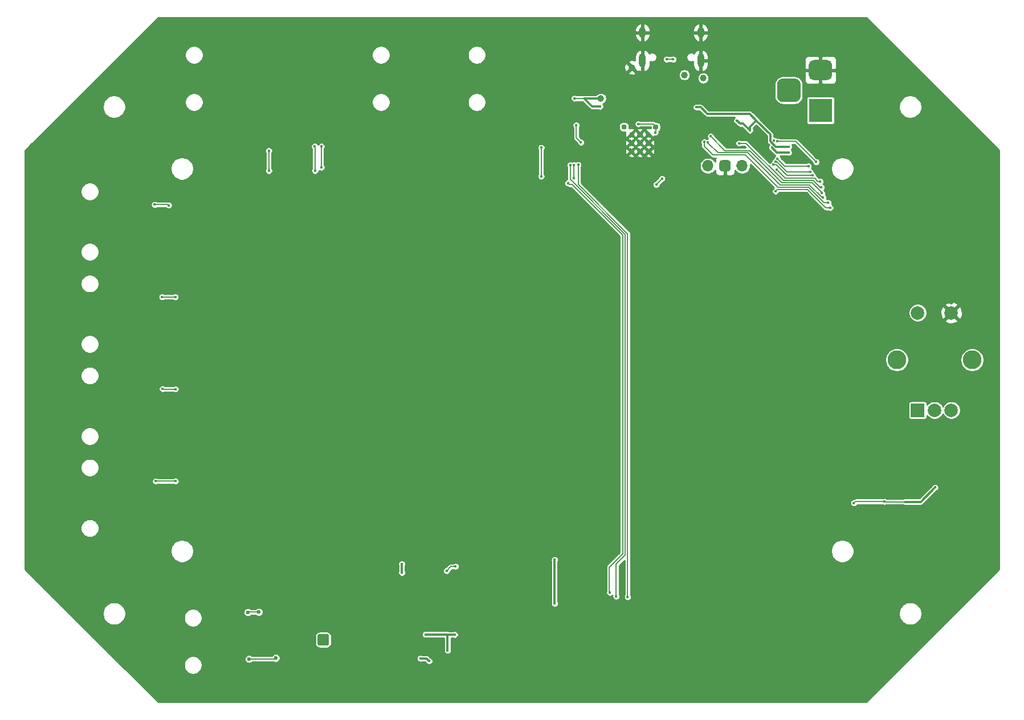
<source format=gbl>
G04 #@! TF.GenerationSoftware,KiCad,Pcbnew,5.1.9+dfsg1-1~bpo10+1*
G04 #@! TF.CreationDate,2021-11-03T11:33:49+01:00*
G04 #@! TF.ProjectId,SynthoGame,53796e74-686f-4476-916d-652e6b696361,REV1*
G04 #@! TF.SameCoordinates,Original*
G04 #@! TF.FileFunction,Copper,L2,Bot*
G04 #@! TF.FilePolarity,Positive*
%FSLAX46Y46*%
G04 Gerber Fmt 4.6, Leading zero omitted, Abs format (unit mm)*
G04 Created by KiCad (PCBNEW 5.1.9+dfsg1-1~bpo10+1) date 2021-11-03 11:33:49*
%MOMM*%
%LPD*%
G01*
G04 APERTURE LIST*
G04 #@! TA.AperFunction,ComponentPad*
%ADD10C,0.600000*%
G04 #@! TD*
G04 #@! TA.AperFunction,SMDPad,CuDef*
%ADD11C,1.000000*%
G04 #@! TD*
G04 #@! TA.AperFunction,ComponentPad*
%ADD12O,1.000000X2.100000*%
G04 #@! TD*
G04 #@! TA.AperFunction,ComponentPad*
%ADD13O,1.000000X1.600000*%
G04 #@! TD*
G04 #@! TA.AperFunction,ComponentPad*
%ADD14O,1.700000X1.700000*%
G04 #@! TD*
G04 #@! TA.AperFunction,ComponentPad*
%ADD15R,3.500000X3.500000*%
G04 #@! TD*
G04 #@! TA.AperFunction,ComponentPad*
%ADD16C,2.000000*%
G04 #@! TD*
G04 #@! TA.AperFunction,ComponentPad*
%ADD17C,2.800000*%
G04 #@! TD*
G04 #@! TA.AperFunction,ComponentPad*
%ADD18R,2.000000X2.000000*%
G04 #@! TD*
G04 #@! TA.AperFunction,ViaPad*
%ADD19C,0.400000*%
G04 #@! TD*
G04 #@! TA.AperFunction,ViaPad*
%ADD20C,0.600000*%
G04 #@! TD*
G04 #@! TA.AperFunction,ViaPad*
%ADD21C,0.800000*%
G04 #@! TD*
G04 #@! TA.AperFunction,Conductor*
%ADD22C,0.200000*%
G04 #@! TD*
G04 #@! TA.AperFunction,Conductor*
%ADD23C,0.300000*%
G04 #@! TD*
G04 #@! TA.AperFunction,Conductor*
%ADD24C,0.127000*%
G04 #@! TD*
G04 #@! TA.AperFunction,Conductor*
%ADD25C,0.254000*%
G04 #@! TD*
G04 #@! TA.AperFunction,Conductor*
%ADD26C,0.100000*%
G04 #@! TD*
G04 APERTURE END LIST*
D10*
X162535000Y-49410000D03*
X163810000Y-49410000D03*
X165085000Y-49410000D03*
X162535000Y-50685000D03*
X163810000Y-50685000D03*
X165085000Y-50685000D03*
X162535000Y-51960000D03*
X163810000Y-51960000D03*
X165085000Y-51960000D03*
D11*
X158020000Y-44085000D03*
D12*
X172840000Y-38465000D03*
X164200000Y-38465000D03*
D13*
X172840000Y-34285000D03*
X164200000Y-34285000D03*
G04 #@! TA.AperFunction,SMDPad,CuDef*
G36*
G01*
X161075000Y-48512500D02*
X161075000Y-48137500D01*
G75*
G02*
X161262500Y-47950000I187500J0D01*
G01*
X161637500Y-47950000D01*
G75*
G02*
X161825000Y-48137500I0J-187500D01*
G01*
X161825000Y-48512500D01*
G75*
G02*
X161637500Y-48700000I-187500J0D01*
G01*
X161262500Y-48700000D01*
G75*
G02*
X161075000Y-48512500I0J187500D01*
G01*
G37*
G04 #@! TD.AperFunction*
G04 #@! TA.AperFunction,SMDPad,CuDef*
G36*
G01*
X165785000Y-48522500D02*
X165785000Y-48147500D01*
G75*
G02*
X165972500Y-47960000I187500J0D01*
G01*
X166347500Y-47960000D01*
G75*
G02*
X166535000Y-48147500I0J-187500D01*
G01*
X166535000Y-48522500D01*
G75*
G02*
X166347500Y-48710000I-187500J0D01*
G01*
X165972500Y-48710000D01*
G75*
G02*
X165785000Y-48522500I0J187500D01*
G01*
G37*
G04 #@! TD.AperFunction*
D14*
X179000000Y-54115000D03*
G04 #@! TA.AperFunction,ComponentPad*
G36*
G01*
X176035000Y-53265000D02*
X176885000Y-53265000D01*
G75*
G02*
X177310000Y-53690000I0J-425000D01*
G01*
X177310000Y-54540000D01*
G75*
G02*
X176885000Y-54965000I-425000J0D01*
G01*
X176035000Y-54965000D01*
G75*
G02*
X175610000Y-54540000I0J425000D01*
G01*
X175610000Y-53690000D01*
G75*
G02*
X176035000Y-53265000I425000J0D01*
G01*
G37*
G04 #@! TD.AperFunction*
X173920000Y-54115000D03*
D11*
X162620000Y-39485000D03*
X170420000Y-40585000D03*
X173220000Y-41085000D03*
D10*
X116210000Y-124065000D03*
X116760000Y-124065000D03*
X117310000Y-124065000D03*
X116210000Y-124615000D03*
X116760000Y-124615000D03*
X117310000Y-124615000D03*
X116210000Y-125165000D03*
X116760000Y-125165000D03*
X117310000Y-125165000D03*
G04 #@! TA.AperFunction,SMDPad,CuDef*
G36*
G01*
X115910000Y-125215000D02*
X115910000Y-124015000D01*
G75*
G02*
X116160000Y-123765000I250000J0D01*
G01*
X117360000Y-123765000D01*
G75*
G02*
X117610000Y-124015000I0J-250000D01*
G01*
X117610000Y-125215000D01*
G75*
G02*
X117360000Y-125465000I-250000J0D01*
G01*
X116160000Y-125465000D01*
G75*
G02*
X115910000Y-125215000I0J250000D01*
G01*
G37*
G04 #@! TD.AperFunction*
D15*
X190640000Y-45875000D03*
G04 #@! TA.AperFunction,ComponentPad*
G36*
G01*
X189640000Y-38375000D02*
X191640000Y-38375000D01*
G75*
G02*
X192390000Y-39125000I0J-750000D01*
G01*
X192390000Y-40625000D01*
G75*
G02*
X191640000Y-41375000I-750000J0D01*
G01*
X189640000Y-41375000D01*
G75*
G02*
X188890000Y-40625000I0J750000D01*
G01*
X188890000Y-39125000D01*
G75*
G02*
X189640000Y-38375000I750000J0D01*
G01*
G37*
G04 #@! TD.AperFunction*
G04 #@! TA.AperFunction,ComponentPad*
G36*
G01*
X185065000Y-41125000D02*
X186815000Y-41125000D01*
G75*
G02*
X187690000Y-42000000I0J-875000D01*
G01*
X187690000Y-43750000D01*
G75*
G02*
X186815000Y-44625000I-875000J0D01*
G01*
X185065000Y-44625000D01*
G75*
G02*
X184190000Y-43750000I0J875000D01*
G01*
X184190000Y-42000000D01*
G75*
G02*
X185065000Y-41125000I875000J0D01*
G01*
G37*
G04 #@! TD.AperFunction*
D16*
X210090000Y-75975000D03*
X205090000Y-75975000D03*
D17*
X213190000Y-82975000D03*
X201990000Y-82975000D03*
D16*
X210090000Y-90475000D03*
X207590000Y-90475000D03*
D18*
X205090000Y-90475000D03*
D19*
X167220004Y-42085000D03*
X162920000Y-41385000D03*
X169220000Y-42085000D03*
X171620000Y-42985000D03*
X164120000Y-43985000D03*
X167220000Y-43885000D03*
X168820000Y-44585000D03*
X169520000Y-46585000D03*
X163120000Y-43985000D03*
X159420000Y-56885000D03*
X162620000Y-59485000D03*
X163720000Y-58385000D03*
X164220000Y-57585000D03*
X165120000Y-57585000D03*
X162820000Y-53385000D03*
X158120000Y-52185000D03*
X160050486Y-44884902D03*
X169577525Y-48457990D03*
X158720000Y-42885000D03*
X159720000Y-42885000D03*
X159720000Y-43685000D03*
X158020000Y-47285000D03*
X158020000Y-46285000D03*
X160620000Y-37285000D03*
X156747010Y-42685000D03*
X171720000Y-40285000D03*
X165295000Y-40205980D03*
X109730000Y-62965000D03*
X109760000Y-76595000D03*
X126210000Y-76625000D03*
X125790000Y-63145000D03*
X142150000Y-63125000D03*
X158160000Y-63125000D03*
X174160000Y-63105000D03*
X190150000Y-62975000D03*
X190230000Y-76645000D03*
D20*
X181280000Y-74485000D03*
X181370000Y-60745000D03*
X181290000Y-88235000D03*
X181240000Y-102035000D03*
X165440000Y-60875000D03*
X165310000Y-74485000D03*
X165320000Y-88245000D03*
X165460000Y-101805000D03*
X149370000Y-101955000D03*
X149410000Y-88135000D03*
X149310000Y-74575000D03*
X149420000Y-60865000D03*
X133320000Y-60765000D03*
X133310000Y-74515000D03*
X133230000Y-88205000D03*
X133270000Y-101925000D03*
X117300000Y-101915000D03*
X102420000Y-100985000D03*
X102410000Y-87135000D03*
X102370000Y-73395000D03*
X101170000Y-60795000D03*
D19*
X110320000Y-90765000D03*
X109640000Y-104125000D03*
X126170000Y-104125000D03*
X142250000Y-104165000D03*
X158350000Y-104195000D03*
X174820000Y-104105000D03*
X190290000Y-104655000D03*
X190190000Y-90635000D03*
X174200000Y-90605000D03*
X158190000Y-90615000D03*
X142180000Y-90645000D03*
X126170000Y-90645000D03*
X142160000Y-76885000D03*
X158110000Y-76585000D03*
X174190000Y-76655000D03*
D21*
X210410000Y-55335000D03*
D20*
X211700000Y-54355000D03*
X212780000Y-54365000D03*
D19*
X116510000Y-122325000D03*
X118940000Y-124865000D03*
X115870000Y-129705000D03*
X119000000Y-129995000D03*
X113870000Y-129755000D03*
X140470000Y-121735000D03*
X177000000Y-48315000D03*
X180900000Y-39315000D03*
X179210000Y-38775000D03*
X177810000Y-38775000D03*
D20*
X76290000Y-64925000D03*
X90640000Y-64915000D03*
X76340000Y-78625000D03*
X90620000Y-78645000D03*
X76300000Y-92305000D03*
X90650000Y-92315000D03*
X76320000Y-106045000D03*
X90630000Y-106015000D03*
D19*
X116140000Y-36045000D03*
D21*
X208050000Y-65415000D03*
X200300000Y-65465000D03*
X200360000Y-58715000D03*
X207770000Y-58715000D03*
X203910000Y-58745000D03*
X203880000Y-65465000D03*
X200330000Y-61895000D03*
X207740000Y-61925000D03*
X203890000Y-61950000D03*
X210060000Y-74355000D03*
D19*
X116930000Y-118375000D03*
X120120000Y-121405000D03*
X109930000Y-125635000D03*
X105640000Y-41735000D03*
X132620000Y-126925000D03*
X140340000Y-126955000D03*
X140300000Y-126305000D03*
X160020000Y-55919021D03*
X138750000Y-115425000D03*
X138690000Y-118065000D03*
X138360000Y-123685000D03*
X138150000Y-119955000D03*
X117060000Y-36735000D03*
X125720000Y-35285000D03*
X123570000Y-33655000D03*
X125720000Y-42765000D03*
X130920000Y-38525000D03*
X170760000Y-55965000D03*
X95290000Y-97005000D03*
X95340000Y-80545000D03*
X95540000Y-64805000D03*
X100530000Y-54405000D03*
X104120000Y-51875000D03*
X110710000Y-49905000D03*
X105910000Y-36255000D03*
X109910000Y-39035000D03*
X107850000Y-123005000D03*
X173780000Y-44425000D03*
X93220000Y-48515000D03*
X131510000Y-113135000D03*
X122740000Y-113095000D03*
X140070000Y-113705000D03*
X170087009Y-51632009D03*
X212820000Y-92595000D03*
X172379895Y-50550000D03*
X175410000Y-49915000D03*
X178500000Y-48325000D03*
X170420000Y-40585000D03*
X163582990Y-47885000D03*
X166120004Y-48185000D03*
X166092990Y-49133670D03*
X149160000Y-55675000D03*
X167086942Y-56018058D03*
X166250000Y-56915000D03*
X149160000Y-51410869D03*
X173220000Y-41085000D03*
X128450000Y-114635000D03*
X128450000Y-113335000D03*
X151140000Y-112713977D03*
X151150000Y-119225000D03*
X161470000Y-48335000D03*
X158020000Y-44085000D03*
X185920000Y-51275000D03*
X157870000Y-45285000D03*
X154080000Y-44075000D03*
X195610000Y-104255000D03*
X200140000Y-104045000D03*
X203260000Y-104085000D03*
X207670000Y-101955000D03*
X181100000Y-47365000D03*
X172200000Y-45395000D03*
X180170000Y-48845000D03*
X178230000Y-47395000D03*
X136410000Y-113715000D03*
X135090000Y-114352010D03*
X183436232Y-51414884D03*
X185934020Y-52133632D03*
X183739456Y-50337550D03*
X131960000Y-123815000D03*
X131190000Y-127385000D03*
X132500000Y-127785000D03*
X135240000Y-126195000D03*
X135230000Y-123845000D03*
X136290000Y-123855000D03*
D20*
X105740000Y-127475000D03*
X109697010Y-127325008D03*
X107190000Y-120495000D03*
X105580000Y-120525000D03*
D19*
X154360885Y-48057999D03*
X155040000Y-50625000D03*
X91710000Y-59885000D03*
X93790253Y-59971559D03*
X94790000Y-73625000D03*
X92820000Y-73615000D03*
X94810000Y-87325000D03*
X92880000Y-87285000D03*
X94800000Y-101015000D03*
X91859998Y-101025000D03*
X108690000Y-54855000D03*
X108680000Y-51869946D03*
X153470000Y-54004998D03*
X160290000Y-118155000D03*
X154040000Y-53995000D03*
X153130000Y-56695000D03*
X154030000Y-55945000D03*
X159350000Y-117595000D03*
X154640000Y-53945000D03*
X161990000Y-118245000D03*
X116480684Y-54353968D03*
X116491619Y-51210883D03*
X115545536Y-54852010D03*
X115497399Y-51210883D03*
X190000000Y-53535000D03*
X184250206Y-50467457D03*
X192110000Y-60345000D03*
X183970000Y-57895000D03*
X184165156Y-54714041D03*
X190600000Y-56425000D03*
X189452627Y-55552935D03*
X183651695Y-53930348D03*
X189110000Y-55045000D03*
X183939097Y-53488600D03*
X188850000Y-54165000D03*
X184257403Y-53068574D03*
X178550000Y-50755000D03*
X190770000Y-57335000D03*
X173387403Y-50539786D03*
X191790000Y-59615000D03*
X191031942Y-58843058D03*
X173902990Y-50648923D03*
X174330000Y-49705000D03*
X190838174Y-58186826D03*
X167760000Y-38265000D03*
X168770000Y-38275000D03*
D22*
X177000000Y-48315000D02*
X178490000Y-48315000D01*
X178490000Y-48315000D02*
X178500000Y-48325000D01*
X163582990Y-47885000D02*
X165820004Y-47885000D01*
X166160000Y-48224996D02*
X166120004Y-48185000D01*
X166160000Y-48335000D02*
X166160000Y-48224996D01*
X165820004Y-47885000D02*
X166120004Y-48185000D01*
X166160000Y-48335000D02*
X166160000Y-49066660D01*
X166160000Y-49066660D02*
X166092990Y-49133670D01*
X167086942Y-56018058D02*
X166250000Y-56855000D01*
X166250000Y-56855000D02*
X166250000Y-56915000D01*
X149160000Y-55675000D02*
X149160000Y-51410869D01*
D23*
X128450000Y-114635000D02*
X128450000Y-113335000D01*
X151140000Y-112713977D02*
X151140000Y-119215000D01*
X151140000Y-119215000D02*
X151150000Y-119225000D01*
D22*
X161460000Y-48335000D02*
X161470000Y-48335000D01*
X161450000Y-48325000D02*
X161460000Y-48335000D01*
D23*
X155550000Y-44085000D02*
X158020000Y-44085000D01*
X157820000Y-45285000D02*
X156750000Y-45285000D01*
X156750000Y-45285000D02*
X155550000Y-44085000D01*
D22*
X154090000Y-44085000D02*
X154080000Y-44075000D01*
X155550000Y-44085000D02*
X154090000Y-44085000D01*
X195610000Y-104255000D02*
X195820000Y-104045000D01*
X195820000Y-104045000D02*
X200140000Y-104045000D01*
D24*
X200180000Y-104085000D02*
X200140000Y-104045000D01*
D22*
X203260000Y-104085000D02*
X200180000Y-104085000D01*
D23*
X205540000Y-104085000D02*
X203260000Y-104085000D01*
X207670000Y-101955000D02*
X205540000Y-104085000D01*
X183200000Y-49465000D02*
X181100000Y-47365000D01*
X185920000Y-51275000D02*
X184002310Y-51275000D01*
X183200000Y-50472690D02*
X183200000Y-49465000D01*
X184002310Y-51275000D02*
X183200000Y-50472690D01*
X172200000Y-45395000D02*
X172840000Y-45395000D01*
X172840000Y-45395000D02*
X173830000Y-46385000D01*
X180120000Y-46385000D02*
X181100000Y-47365000D01*
X173830000Y-46385000D02*
X180120000Y-46385000D01*
X180170000Y-48295000D02*
X181100000Y-47365000D01*
X180170000Y-48845000D02*
X180170000Y-48295000D01*
X178230000Y-47395000D02*
X178690000Y-47855000D01*
X179180000Y-47855000D02*
X180170000Y-48845000D01*
X178690000Y-47855000D02*
X179180000Y-47855000D01*
D22*
X136410000Y-113715000D02*
X135727010Y-113715000D01*
X135727010Y-113715000D02*
X135090000Y-114352010D01*
D23*
X185934020Y-52133632D02*
X184154980Y-52133632D01*
X184154980Y-52133632D02*
X183436232Y-51414884D01*
X131190000Y-127385000D02*
X132100000Y-127385000D01*
X132100000Y-127385000D02*
X132500000Y-127785000D01*
X135240000Y-123815000D02*
X135240000Y-123835000D01*
X135240000Y-123835000D02*
X135230000Y-123845000D01*
X135240000Y-126195000D02*
X135240000Y-123815000D01*
X131960000Y-123815000D02*
X135240000Y-123815000D01*
X135230000Y-123845000D02*
X136280000Y-123845000D01*
X136280000Y-123845000D02*
X136290000Y-123855000D01*
D22*
X105740000Y-127475000D02*
X109547018Y-127475000D01*
X109547018Y-127475000D02*
X109697010Y-127325008D01*
X105610000Y-120495000D02*
X105580000Y-120525000D01*
X107190000Y-120495000D02*
X105610000Y-120495000D01*
X154360885Y-49945885D02*
X155040000Y-50625000D01*
X154360885Y-48057999D02*
X154360885Y-49945885D01*
X93703694Y-59885000D02*
X93790253Y-59971559D01*
X91710000Y-59885000D02*
X93703694Y-59885000D01*
X94790000Y-73625000D02*
X92830000Y-73625000D01*
X92830000Y-73625000D02*
X92820000Y-73615000D01*
X92920000Y-87325000D02*
X92880000Y-87285000D01*
X94810000Y-87325000D02*
X92920000Y-87325000D01*
X91869998Y-101015000D02*
X91859998Y-101025000D01*
X94800000Y-101015000D02*
X91869998Y-101015000D01*
X108690000Y-54855000D02*
X108690000Y-51879946D01*
X108690000Y-51879946D02*
X108680000Y-51869946D01*
X153470000Y-56152537D02*
X161640000Y-64322537D01*
X153470000Y-54004998D02*
X153470000Y-56152537D01*
X161640000Y-64322537D02*
X161640000Y-112022158D01*
X161640000Y-112022158D02*
X160290000Y-113372158D01*
X160290000Y-113372158D02*
X160290000Y-118155000D01*
X154030000Y-54005000D02*
X154040000Y-53995000D01*
X154030000Y-55945000D02*
X154030000Y-54005000D01*
X161260000Y-111835000D02*
X161260000Y-64405000D01*
X159270000Y-113825000D02*
X161260000Y-111835000D01*
X159270000Y-117515000D02*
X159350000Y-117595000D01*
X153740000Y-56885000D02*
X153320000Y-56885000D01*
X161260000Y-64405000D02*
X153740000Y-56885000D01*
X159270000Y-113825000D02*
X159270000Y-117515000D01*
X153320000Y-56885000D02*
X153130000Y-56695000D01*
X154640000Y-56855000D02*
X161990000Y-64205000D01*
X154640000Y-53945000D02*
X154640000Y-56855000D01*
X161990000Y-64205000D02*
X161990000Y-118245000D01*
X116480684Y-54353968D02*
X116480684Y-51221818D01*
X116480684Y-51221818D02*
X116491619Y-51210883D01*
X115545536Y-51259020D02*
X115497399Y-51210883D01*
X115545536Y-54852010D02*
X115545536Y-51259020D01*
X186010000Y-50465000D02*
X186030000Y-50485000D01*
X186010000Y-50465000D02*
X186930000Y-50465000D01*
X186930000Y-50465000D02*
X190000000Y-53535000D01*
X186010000Y-50465000D02*
X184252663Y-50465000D01*
X184252663Y-50465000D02*
X184250206Y-50467457D01*
X188730000Y-57615000D02*
X184250000Y-57615000D01*
X191460000Y-60345000D02*
X188730000Y-57615000D01*
X184250000Y-57615000D02*
X183970000Y-57895000D01*
X192110000Y-60345000D02*
X191460000Y-60345000D01*
X190250000Y-56425000D02*
X190600000Y-56425000D01*
X184165156Y-54714041D02*
X185431060Y-55979945D01*
X185431060Y-55979945D02*
X189804945Y-55979945D01*
X189804945Y-55979945D02*
X190250000Y-56425000D01*
X184080422Y-53930348D02*
X183651695Y-53930348D01*
X185703009Y-55552935D02*
X184080422Y-53930348D01*
X189452627Y-55552935D02*
X185703009Y-55552935D01*
X189110000Y-55045000D02*
X185657537Y-55045000D01*
X185657537Y-55045000D02*
X184101137Y-53488600D01*
X184101137Y-53488600D02*
X183939097Y-53488600D01*
X188850000Y-54165000D02*
X185353829Y-54165000D01*
X185353829Y-54165000D02*
X184257403Y-53068574D01*
X178550000Y-50755000D02*
X179574153Y-50755000D01*
X179574153Y-50755000D02*
X185126109Y-56306956D01*
X190562462Y-57335000D02*
X190770000Y-57335000D01*
X185126109Y-56306956D02*
X189534419Y-56306956D01*
X189534419Y-56306956D02*
X190562462Y-57335000D01*
X179484022Y-52499022D02*
X184272989Y-57287989D01*
X184272989Y-57287989D02*
X188865452Y-57287989D01*
X174659096Y-52499022D02*
X179484022Y-52499022D01*
X173387403Y-51227329D02*
X174659096Y-52499022D01*
X173387403Y-50539786D02*
X173387403Y-51227329D01*
X188865452Y-57287989D02*
X191192462Y-59615000D01*
X191192462Y-59615000D02*
X191790000Y-59615000D01*
X190882982Y-58843058D02*
X189000904Y-56960978D01*
X184651052Y-56960978D02*
X179862085Y-52172011D01*
X191031942Y-58843058D02*
X190882982Y-58843058D01*
X179862085Y-52172011D02*
X175426078Y-52172011D01*
X174102989Y-50848922D02*
X173902990Y-50648923D01*
X175426078Y-52172011D02*
X174102989Y-50848922D01*
X189000904Y-56960978D02*
X184651052Y-56960978D01*
X190838174Y-58073174D02*
X190838174Y-58186826D01*
X189398967Y-56633967D02*
X190838174Y-58073174D01*
X184916505Y-56633967D02*
X189398967Y-56633967D01*
X180127538Y-51845000D02*
X184916505Y-56633967D01*
X176470000Y-51845000D02*
X180127538Y-51845000D01*
X174330000Y-49705000D02*
X176470000Y-51845000D01*
X167760000Y-38265000D02*
X168760000Y-38265000D01*
X168760000Y-38265000D02*
X168770000Y-38275000D01*
D25*
X217188000Y-51841513D02*
X217188001Y-114108486D01*
X197423487Y-133873000D01*
X92256513Y-133873000D01*
X86622890Y-128239377D01*
X96053000Y-128239377D01*
X96053000Y-128510623D01*
X96105917Y-128776656D01*
X96209718Y-129027254D01*
X96360414Y-129252787D01*
X96552213Y-129444586D01*
X96777746Y-129595282D01*
X97028344Y-129699083D01*
X97294377Y-129752000D01*
X97565623Y-129752000D01*
X97831656Y-129699083D01*
X98082254Y-129595282D01*
X98307787Y-129444586D01*
X98499586Y-129252787D01*
X98650282Y-129027254D01*
X98754083Y-128776656D01*
X98807000Y-128510623D01*
X98807000Y-128239377D01*
X98754083Y-127973344D01*
X98650282Y-127722746D01*
X98499586Y-127497213D01*
X98410694Y-127408321D01*
X105063000Y-127408321D01*
X105063000Y-127541679D01*
X105089016Y-127672474D01*
X105140050Y-127795680D01*
X105214140Y-127906563D01*
X105308437Y-128000860D01*
X105419320Y-128074950D01*
X105542526Y-128125984D01*
X105673321Y-128152000D01*
X105806679Y-128152000D01*
X105937474Y-128125984D01*
X106060680Y-128074950D01*
X106171563Y-128000860D01*
X106220423Y-127952000D01*
X109441615Y-127952000D01*
X109499536Y-127975992D01*
X109630331Y-128002008D01*
X109763689Y-128002008D01*
X109894484Y-127975992D01*
X110017690Y-127924958D01*
X110128573Y-127850868D01*
X110222870Y-127756571D01*
X110296960Y-127645688D01*
X110347994Y-127522482D01*
X110374010Y-127391687D01*
X110374010Y-127328170D01*
X130613000Y-127328170D01*
X130613000Y-127441830D01*
X130635174Y-127553305D01*
X130678669Y-127658312D01*
X130741815Y-127752816D01*
X130822184Y-127833185D01*
X130916688Y-127896331D01*
X131021695Y-127939826D01*
X131133170Y-127962000D01*
X131246830Y-127962000D01*
X131358305Y-127939826D01*
X131425483Y-127912000D01*
X131881711Y-127912000D01*
X131960842Y-127991132D01*
X131988669Y-128058312D01*
X132051815Y-128152816D01*
X132132184Y-128233185D01*
X132226688Y-128296331D01*
X132331695Y-128339826D01*
X132443170Y-128362000D01*
X132556830Y-128362000D01*
X132668305Y-128339826D01*
X132773312Y-128296331D01*
X132867816Y-128233185D01*
X132948185Y-128152816D01*
X133011331Y-128058312D01*
X133054826Y-127953305D01*
X133077000Y-127841830D01*
X133077000Y-127728170D01*
X133054826Y-127616695D01*
X133011331Y-127511688D01*
X132948185Y-127417184D01*
X132867816Y-127336815D01*
X132773312Y-127273669D01*
X132706132Y-127245842D01*
X132490955Y-127030666D01*
X132474448Y-127010552D01*
X132394202Y-126944696D01*
X132302650Y-126895761D01*
X132203310Y-126865626D01*
X132125881Y-126858000D01*
X132100000Y-126855451D01*
X132074119Y-126858000D01*
X131425483Y-126858000D01*
X131358305Y-126830174D01*
X131246830Y-126808000D01*
X131133170Y-126808000D01*
X131021695Y-126830174D01*
X130916688Y-126873669D01*
X130822184Y-126936815D01*
X130741815Y-127017184D01*
X130678669Y-127111688D01*
X130635174Y-127216695D01*
X130613000Y-127328170D01*
X110374010Y-127328170D01*
X110374010Y-127258329D01*
X110347994Y-127127534D01*
X110296960Y-127004328D01*
X110222870Y-126893445D01*
X110128573Y-126799148D01*
X110017690Y-126725058D01*
X109894484Y-126674024D01*
X109763689Y-126648008D01*
X109630331Y-126648008D01*
X109499536Y-126674024D01*
X109376330Y-126725058D01*
X109265447Y-126799148D01*
X109171150Y-126893445D01*
X109101288Y-126998000D01*
X106220423Y-126998000D01*
X106171563Y-126949140D01*
X106060680Y-126875050D01*
X105937474Y-126824016D01*
X105806679Y-126798000D01*
X105673321Y-126798000D01*
X105542526Y-126824016D01*
X105419320Y-126875050D01*
X105308437Y-126949140D01*
X105214140Y-127043437D01*
X105140050Y-127154320D01*
X105089016Y-127277526D01*
X105063000Y-127408321D01*
X98410694Y-127408321D01*
X98307787Y-127305414D01*
X98082254Y-127154718D01*
X97831656Y-127050917D01*
X97565623Y-126998000D01*
X97294377Y-126998000D01*
X97028344Y-127050917D01*
X96777746Y-127154718D01*
X96552213Y-127305414D01*
X96360414Y-127497213D01*
X96209718Y-127722746D01*
X96105917Y-127973344D01*
X96053000Y-128239377D01*
X86622890Y-128239377D01*
X82398513Y-124015000D01*
X115531176Y-124015000D01*
X115531176Y-125215000D01*
X115543259Y-125337677D01*
X115579042Y-125455641D01*
X115637152Y-125564356D01*
X115715354Y-125659646D01*
X115810644Y-125737848D01*
X115919359Y-125795958D01*
X116037323Y-125831741D01*
X116160000Y-125843824D01*
X117360000Y-125843824D01*
X117482677Y-125831741D01*
X117600641Y-125795958D01*
X117709356Y-125737848D01*
X117804646Y-125659646D01*
X117882848Y-125564356D01*
X117940958Y-125455641D01*
X117976741Y-125337677D01*
X117988824Y-125215000D01*
X117988824Y-124015000D01*
X117976741Y-123892323D01*
X117940958Y-123774359D01*
X117932305Y-123758170D01*
X131383000Y-123758170D01*
X131383000Y-123871830D01*
X131405174Y-123983305D01*
X131448669Y-124088312D01*
X131511815Y-124182816D01*
X131592184Y-124263185D01*
X131686688Y-124326331D01*
X131791695Y-124369826D01*
X131903170Y-124392000D01*
X132016830Y-124392000D01*
X132128305Y-124369826D01*
X132195483Y-124342000D01*
X134713001Y-124342000D01*
X134713000Y-125959516D01*
X134685174Y-126026695D01*
X134663000Y-126138170D01*
X134663000Y-126251830D01*
X134685174Y-126363305D01*
X134728669Y-126468312D01*
X134791815Y-126562816D01*
X134872184Y-126643185D01*
X134966688Y-126706331D01*
X135071695Y-126749826D01*
X135183170Y-126772000D01*
X135296830Y-126772000D01*
X135408305Y-126749826D01*
X135513312Y-126706331D01*
X135607816Y-126643185D01*
X135688185Y-126562816D01*
X135751331Y-126468312D01*
X135794826Y-126363305D01*
X135817000Y-126251830D01*
X135817000Y-126138170D01*
X135794826Y-126026695D01*
X135767000Y-125959517D01*
X135767000Y-124372000D01*
X136030374Y-124372000D01*
X136121695Y-124409826D01*
X136233170Y-124432000D01*
X136346830Y-124432000D01*
X136458305Y-124409826D01*
X136563312Y-124366331D01*
X136657816Y-124303185D01*
X136738185Y-124222816D01*
X136801331Y-124128312D01*
X136844826Y-124023305D01*
X136867000Y-123911830D01*
X136867000Y-123798170D01*
X136844826Y-123686695D01*
X136801331Y-123581688D01*
X136738185Y-123487184D01*
X136657816Y-123406815D01*
X136563312Y-123343669D01*
X136458305Y-123300174D01*
X136346830Y-123278000D01*
X136233170Y-123278000D01*
X136121695Y-123300174D01*
X136078659Y-123318000D01*
X135465483Y-123318000D01*
X135398305Y-123290174D01*
X135286830Y-123268000D01*
X135173170Y-123268000D01*
X135072624Y-123288000D01*
X132195483Y-123288000D01*
X132128305Y-123260174D01*
X132016830Y-123238000D01*
X131903170Y-123238000D01*
X131791695Y-123260174D01*
X131686688Y-123303669D01*
X131592184Y-123366815D01*
X131511815Y-123447184D01*
X131448669Y-123541688D01*
X131405174Y-123646695D01*
X131383000Y-123758170D01*
X117932305Y-123758170D01*
X117882848Y-123665644D01*
X117804646Y-123570354D01*
X117709356Y-123492152D01*
X117600641Y-123434042D01*
X117482677Y-123398259D01*
X117360000Y-123386176D01*
X116160000Y-123386176D01*
X116037323Y-123398259D01*
X115919359Y-123434042D01*
X115810644Y-123492152D01*
X115715354Y-123570354D01*
X115637152Y-123665644D01*
X115579042Y-123774359D01*
X115543259Y-123892323D01*
X115531176Y-124015000D01*
X82398513Y-124015000D01*
X78938418Y-120554905D01*
X83963000Y-120554905D01*
X83963000Y-120895095D01*
X84029368Y-121228747D01*
X84159553Y-121543041D01*
X84348552Y-121825898D01*
X84589102Y-122066448D01*
X84871959Y-122255447D01*
X85186253Y-122385632D01*
X85519905Y-122452000D01*
X85860095Y-122452000D01*
X86193747Y-122385632D01*
X86508041Y-122255447D01*
X86790898Y-122066448D01*
X87031448Y-121825898D01*
X87220447Y-121543041D01*
X87346228Y-121239377D01*
X96053000Y-121239377D01*
X96053000Y-121510623D01*
X96105917Y-121776656D01*
X96209718Y-122027254D01*
X96360414Y-122252787D01*
X96552213Y-122444586D01*
X96777746Y-122595282D01*
X97028344Y-122699083D01*
X97294377Y-122752000D01*
X97565623Y-122752000D01*
X97831656Y-122699083D01*
X98082254Y-122595282D01*
X98307787Y-122444586D01*
X98499586Y-122252787D01*
X98650282Y-122027254D01*
X98754083Y-121776656D01*
X98807000Y-121510623D01*
X98807000Y-121239377D01*
X98754083Y-120973344D01*
X98650282Y-120722746D01*
X98499586Y-120497213D01*
X98460694Y-120458321D01*
X104903000Y-120458321D01*
X104903000Y-120591679D01*
X104929016Y-120722474D01*
X104980050Y-120845680D01*
X105054140Y-120956563D01*
X105148437Y-121050860D01*
X105259320Y-121124950D01*
X105382526Y-121175984D01*
X105513321Y-121202000D01*
X105646679Y-121202000D01*
X105777474Y-121175984D01*
X105900680Y-121124950D01*
X106011563Y-121050860D01*
X106090423Y-120972000D01*
X106709577Y-120972000D01*
X106758437Y-121020860D01*
X106869320Y-121094950D01*
X106992526Y-121145984D01*
X107123321Y-121172000D01*
X107256679Y-121172000D01*
X107387474Y-121145984D01*
X107510680Y-121094950D01*
X107621563Y-121020860D01*
X107715860Y-120926563D01*
X107789950Y-120815680D01*
X107840984Y-120692474D01*
X107867000Y-120561679D01*
X107867000Y-120554905D01*
X202263000Y-120554905D01*
X202263000Y-120895095D01*
X202329368Y-121228747D01*
X202459553Y-121543041D01*
X202648552Y-121825898D01*
X202889102Y-122066448D01*
X203171959Y-122255447D01*
X203486253Y-122385632D01*
X203819905Y-122452000D01*
X204160095Y-122452000D01*
X204493747Y-122385632D01*
X204808041Y-122255447D01*
X205090898Y-122066448D01*
X205331448Y-121825898D01*
X205520447Y-121543041D01*
X205650632Y-121228747D01*
X205717000Y-120895095D01*
X205717000Y-120554905D01*
X205650632Y-120221253D01*
X205520447Y-119906959D01*
X205331448Y-119624102D01*
X205090898Y-119383552D01*
X204808041Y-119194553D01*
X204493747Y-119064368D01*
X204160095Y-118998000D01*
X203819905Y-118998000D01*
X203486253Y-119064368D01*
X203171959Y-119194553D01*
X202889102Y-119383552D01*
X202648552Y-119624102D01*
X202459553Y-119906959D01*
X202329368Y-120221253D01*
X202263000Y-120554905D01*
X107867000Y-120554905D01*
X107867000Y-120428321D01*
X107840984Y-120297526D01*
X107789950Y-120174320D01*
X107715860Y-120063437D01*
X107621563Y-119969140D01*
X107510680Y-119895050D01*
X107387474Y-119844016D01*
X107256679Y-119818000D01*
X107123321Y-119818000D01*
X106992526Y-119844016D01*
X106869320Y-119895050D01*
X106758437Y-119969140D01*
X106709577Y-120018000D01*
X106030423Y-120018000D01*
X106011563Y-119999140D01*
X105900680Y-119925050D01*
X105777474Y-119874016D01*
X105646679Y-119848000D01*
X105513321Y-119848000D01*
X105382526Y-119874016D01*
X105259320Y-119925050D01*
X105148437Y-119999140D01*
X105054140Y-120093437D01*
X104980050Y-120204320D01*
X104929016Y-120327526D01*
X104903000Y-120458321D01*
X98460694Y-120458321D01*
X98307787Y-120305414D01*
X98082254Y-120154718D01*
X97831656Y-120050917D01*
X97565623Y-119998000D01*
X97294377Y-119998000D01*
X97028344Y-120050917D01*
X96777746Y-120154718D01*
X96552213Y-120305414D01*
X96360414Y-120497213D01*
X96209718Y-120722746D01*
X96105917Y-120973344D01*
X96053000Y-121239377D01*
X87346228Y-121239377D01*
X87350632Y-121228747D01*
X87417000Y-120895095D01*
X87417000Y-120554905D01*
X87350632Y-120221253D01*
X87220447Y-119906959D01*
X87031448Y-119624102D01*
X86790898Y-119383552D01*
X86508041Y-119194553D01*
X86193747Y-119064368D01*
X85860095Y-118998000D01*
X85519905Y-118998000D01*
X85186253Y-119064368D01*
X84871959Y-119194553D01*
X84589102Y-119383552D01*
X84348552Y-119624102D01*
X84159553Y-119906959D01*
X84029368Y-120221253D01*
X83963000Y-120554905D01*
X78938418Y-120554905D01*
X72492000Y-114108487D01*
X72492000Y-113278170D01*
X127873000Y-113278170D01*
X127873000Y-113391830D01*
X127895174Y-113503305D01*
X127923001Y-113570485D01*
X127923000Y-114399516D01*
X127895174Y-114466695D01*
X127873000Y-114578170D01*
X127873000Y-114691830D01*
X127895174Y-114803305D01*
X127938669Y-114908312D01*
X128001815Y-115002816D01*
X128082184Y-115083185D01*
X128176688Y-115146331D01*
X128281695Y-115189826D01*
X128393170Y-115212000D01*
X128506830Y-115212000D01*
X128618305Y-115189826D01*
X128723312Y-115146331D01*
X128817816Y-115083185D01*
X128898185Y-115002816D01*
X128961331Y-114908312D01*
X129004826Y-114803305D01*
X129027000Y-114691830D01*
X129027000Y-114578170D01*
X129004826Y-114466695D01*
X128977000Y-114399517D01*
X128977000Y-114295180D01*
X134513000Y-114295180D01*
X134513000Y-114408840D01*
X134535174Y-114520315D01*
X134578669Y-114625322D01*
X134641815Y-114719826D01*
X134722184Y-114800195D01*
X134816688Y-114863341D01*
X134921695Y-114906836D01*
X135033170Y-114929010D01*
X135146830Y-114929010D01*
X135258305Y-114906836D01*
X135363312Y-114863341D01*
X135457816Y-114800195D01*
X135538185Y-114719826D01*
X135601331Y-114625322D01*
X135644826Y-114520315D01*
X135656882Y-114459708D01*
X135924590Y-114192000D01*
X136085308Y-114192000D01*
X136136688Y-114226331D01*
X136241695Y-114269826D01*
X136353170Y-114292000D01*
X136466830Y-114292000D01*
X136578305Y-114269826D01*
X136683312Y-114226331D01*
X136777816Y-114163185D01*
X136858185Y-114082816D01*
X136921331Y-113988312D01*
X136964826Y-113883305D01*
X136987000Y-113771830D01*
X136987000Y-113658170D01*
X136964826Y-113546695D01*
X136921331Y-113441688D01*
X136858185Y-113347184D01*
X136777816Y-113266815D01*
X136683312Y-113203669D01*
X136578305Y-113160174D01*
X136466830Y-113138000D01*
X136353170Y-113138000D01*
X136241695Y-113160174D01*
X136136688Y-113203669D01*
X136085308Y-113238000D01*
X135750424Y-113238000D01*
X135727009Y-113235694D01*
X135703594Y-113238000D01*
X135703587Y-113238000D01*
X135633502Y-113244903D01*
X135543587Y-113272178D01*
X135460721Y-113316471D01*
X135388089Y-113376079D01*
X135373159Y-113394271D01*
X134982302Y-113785128D01*
X134921695Y-113797184D01*
X134816688Y-113840679D01*
X134722184Y-113903825D01*
X134641815Y-113984194D01*
X134578669Y-114078698D01*
X134535174Y-114183705D01*
X134513000Y-114295180D01*
X128977000Y-114295180D01*
X128977000Y-113570483D01*
X129004826Y-113503305D01*
X129027000Y-113391830D01*
X129027000Y-113278170D01*
X129004826Y-113166695D01*
X128961331Y-113061688D01*
X128898185Y-112967184D01*
X128817816Y-112886815D01*
X128723312Y-112823669D01*
X128618305Y-112780174D01*
X128506830Y-112758000D01*
X128393170Y-112758000D01*
X128281695Y-112780174D01*
X128176688Y-112823669D01*
X128082184Y-112886815D01*
X128001815Y-112967184D01*
X127938669Y-113061688D01*
X127895174Y-113166695D01*
X127873000Y-113278170D01*
X72492000Y-113278170D01*
X72492000Y-111254905D01*
X94063000Y-111254905D01*
X94063000Y-111595095D01*
X94129368Y-111928747D01*
X94259553Y-112243041D01*
X94448552Y-112525898D01*
X94689102Y-112766448D01*
X94971959Y-112955447D01*
X95286253Y-113085632D01*
X95619905Y-113152000D01*
X95960095Y-113152000D01*
X96293747Y-113085632D01*
X96608041Y-112955447D01*
X96890898Y-112766448D01*
X97000199Y-112657147D01*
X150563000Y-112657147D01*
X150563000Y-112770807D01*
X150585174Y-112882282D01*
X150613000Y-112949461D01*
X150613001Y-119013657D01*
X150595174Y-119056695D01*
X150573000Y-119168170D01*
X150573000Y-119281830D01*
X150595174Y-119393305D01*
X150638669Y-119498312D01*
X150701815Y-119592816D01*
X150782184Y-119673185D01*
X150876688Y-119736331D01*
X150981695Y-119779826D01*
X151093170Y-119802000D01*
X151206830Y-119802000D01*
X151318305Y-119779826D01*
X151423312Y-119736331D01*
X151517816Y-119673185D01*
X151598185Y-119592816D01*
X151661331Y-119498312D01*
X151704826Y-119393305D01*
X151727000Y-119281830D01*
X151727000Y-119168170D01*
X151704826Y-119056695D01*
X151667000Y-118965374D01*
X151667000Y-112949460D01*
X151694826Y-112882282D01*
X151717000Y-112770807D01*
X151717000Y-112657147D01*
X151694826Y-112545672D01*
X151651331Y-112440665D01*
X151588185Y-112346161D01*
X151507816Y-112265792D01*
X151413312Y-112202646D01*
X151308305Y-112159151D01*
X151196830Y-112136977D01*
X151083170Y-112136977D01*
X150971695Y-112159151D01*
X150866688Y-112202646D01*
X150772184Y-112265792D01*
X150691815Y-112346161D01*
X150628669Y-112440665D01*
X150585174Y-112545672D01*
X150563000Y-112657147D01*
X97000199Y-112657147D01*
X97131448Y-112525898D01*
X97320447Y-112243041D01*
X97450632Y-111928747D01*
X97517000Y-111595095D01*
X97517000Y-111254905D01*
X97450632Y-110921253D01*
X97320447Y-110606959D01*
X97131448Y-110324102D01*
X96890898Y-110083552D01*
X96608041Y-109894553D01*
X96293747Y-109764368D01*
X95960095Y-109698000D01*
X95619905Y-109698000D01*
X95286253Y-109764368D01*
X94971959Y-109894553D01*
X94689102Y-110083552D01*
X94448552Y-110324102D01*
X94259553Y-110606959D01*
X94129368Y-110921253D01*
X94063000Y-111254905D01*
X72492000Y-111254905D01*
X72492000Y-107889377D01*
X80713000Y-107889377D01*
X80713000Y-108160623D01*
X80765917Y-108426656D01*
X80869718Y-108677254D01*
X81020414Y-108902787D01*
X81212213Y-109094586D01*
X81437746Y-109245282D01*
X81688344Y-109349083D01*
X81954377Y-109402000D01*
X82225623Y-109402000D01*
X82491656Y-109349083D01*
X82742254Y-109245282D01*
X82967787Y-109094586D01*
X83159586Y-108902787D01*
X83310282Y-108677254D01*
X83414083Y-108426656D01*
X83467000Y-108160623D01*
X83467000Y-107889377D01*
X83414083Y-107623344D01*
X83310282Y-107372746D01*
X83159586Y-107147213D01*
X82967787Y-106955414D01*
X82742254Y-106804718D01*
X82491656Y-106700917D01*
X82225623Y-106648000D01*
X81954377Y-106648000D01*
X81688344Y-106700917D01*
X81437746Y-106804718D01*
X81212213Y-106955414D01*
X81020414Y-107147213D01*
X80869718Y-107372746D01*
X80765917Y-107623344D01*
X80713000Y-107889377D01*
X72492000Y-107889377D01*
X72492000Y-100968170D01*
X91282998Y-100968170D01*
X91282998Y-101081830D01*
X91305172Y-101193305D01*
X91348667Y-101298312D01*
X91411813Y-101392816D01*
X91492182Y-101473185D01*
X91586686Y-101536331D01*
X91691693Y-101579826D01*
X91803168Y-101602000D01*
X91916828Y-101602000D01*
X92028303Y-101579826D01*
X92133310Y-101536331D01*
X92199656Y-101492000D01*
X94475308Y-101492000D01*
X94526688Y-101526331D01*
X94631695Y-101569826D01*
X94743170Y-101592000D01*
X94856830Y-101592000D01*
X94968305Y-101569826D01*
X95073312Y-101526331D01*
X95167816Y-101463185D01*
X95248185Y-101382816D01*
X95311331Y-101288312D01*
X95354826Y-101183305D01*
X95377000Y-101071830D01*
X95377000Y-100958170D01*
X95354826Y-100846695D01*
X95311331Y-100741688D01*
X95248185Y-100647184D01*
X95167816Y-100566815D01*
X95073312Y-100503669D01*
X94968305Y-100460174D01*
X94856830Y-100438000D01*
X94743170Y-100438000D01*
X94631695Y-100460174D01*
X94526688Y-100503669D01*
X94475308Y-100538000D01*
X92169724Y-100538000D01*
X92133310Y-100513669D01*
X92028303Y-100470174D01*
X91916828Y-100448000D01*
X91803168Y-100448000D01*
X91691693Y-100470174D01*
X91586686Y-100513669D01*
X91492182Y-100576815D01*
X91411813Y-100657184D01*
X91348667Y-100751688D01*
X91305172Y-100856695D01*
X91282998Y-100968170D01*
X72492000Y-100968170D01*
X72492000Y-98889377D01*
X80713000Y-98889377D01*
X80713000Y-99160623D01*
X80765917Y-99426656D01*
X80869718Y-99677254D01*
X81020414Y-99902787D01*
X81212213Y-100094586D01*
X81437746Y-100245282D01*
X81688344Y-100349083D01*
X81954377Y-100402000D01*
X82225623Y-100402000D01*
X82491656Y-100349083D01*
X82742254Y-100245282D01*
X82967787Y-100094586D01*
X83159586Y-99902787D01*
X83310282Y-99677254D01*
X83414083Y-99426656D01*
X83467000Y-99160623D01*
X83467000Y-98889377D01*
X83414083Y-98623344D01*
X83310282Y-98372746D01*
X83159586Y-98147213D01*
X82967787Y-97955414D01*
X82742254Y-97804718D01*
X82491656Y-97700917D01*
X82225623Y-97648000D01*
X81954377Y-97648000D01*
X81688344Y-97700917D01*
X81437746Y-97804718D01*
X81212213Y-97955414D01*
X81020414Y-98147213D01*
X80869718Y-98372746D01*
X80765917Y-98623344D01*
X80713000Y-98889377D01*
X72492000Y-98889377D01*
X72492000Y-94189377D01*
X80713000Y-94189377D01*
X80713000Y-94460623D01*
X80765917Y-94726656D01*
X80869718Y-94977254D01*
X81020414Y-95202787D01*
X81212213Y-95394586D01*
X81437746Y-95545282D01*
X81688344Y-95649083D01*
X81954377Y-95702000D01*
X82225623Y-95702000D01*
X82491656Y-95649083D01*
X82742254Y-95545282D01*
X82967787Y-95394586D01*
X83159586Y-95202787D01*
X83310282Y-94977254D01*
X83414083Y-94726656D01*
X83467000Y-94460623D01*
X83467000Y-94189377D01*
X83414083Y-93923344D01*
X83310282Y-93672746D01*
X83159586Y-93447213D01*
X82967787Y-93255414D01*
X82742254Y-93104718D01*
X82491656Y-93000917D01*
X82225623Y-92948000D01*
X81954377Y-92948000D01*
X81688344Y-93000917D01*
X81437746Y-93104718D01*
X81212213Y-93255414D01*
X81020414Y-93447213D01*
X80869718Y-93672746D01*
X80765917Y-93923344D01*
X80713000Y-94189377D01*
X72492000Y-94189377D01*
X72492000Y-87228170D01*
X92303000Y-87228170D01*
X92303000Y-87341830D01*
X92325174Y-87453305D01*
X92368669Y-87558312D01*
X92431815Y-87652816D01*
X92512184Y-87733185D01*
X92606688Y-87796331D01*
X92711695Y-87839826D01*
X92823170Y-87862000D01*
X92936830Y-87862000D01*
X93048305Y-87839826D01*
X93139626Y-87802000D01*
X94485308Y-87802000D01*
X94536688Y-87836331D01*
X94641695Y-87879826D01*
X94753170Y-87902000D01*
X94866830Y-87902000D01*
X94978305Y-87879826D01*
X95083312Y-87836331D01*
X95177816Y-87773185D01*
X95258185Y-87692816D01*
X95321331Y-87598312D01*
X95364826Y-87493305D01*
X95387000Y-87381830D01*
X95387000Y-87268170D01*
X95364826Y-87156695D01*
X95321331Y-87051688D01*
X95258185Y-86957184D01*
X95177816Y-86876815D01*
X95083312Y-86813669D01*
X94978305Y-86770174D01*
X94866830Y-86748000D01*
X94753170Y-86748000D01*
X94641695Y-86770174D01*
X94536688Y-86813669D01*
X94485308Y-86848000D01*
X93259001Y-86848000D01*
X93247816Y-86836815D01*
X93153312Y-86773669D01*
X93048305Y-86730174D01*
X92936830Y-86708000D01*
X92823170Y-86708000D01*
X92711695Y-86730174D01*
X92606688Y-86773669D01*
X92512184Y-86836815D01*
X92431815Y-86917184D01*
X92368669Y-87011688D01*
X92325174Y-87116695D01*
X92303000Y-87228170D01*
X72492000Y-87228170D01*
X72492000Y-85189377D01*
X80713000Y-85189377D01*
X80713000Y-85460623D01*
X80765917Y-85726656D01*
X80869718Y-85977254D01*
X81020414Y-86202787D01*
X81212213Y-86394586D01*
X81437746Y-86545282D01*
X81688344Y-86649083D01*
X81954377Y-86702000D01*
X82225623Y-86702000D01*
X82491656Y-86649083D01*
X82742254Y-86545282D01*
X82967787Y-86394586D01*
X83159586Y-86202787D01*
X83310282Y-85977254D01*
X83414083Y-85726656D01*
X83467000Y-85460623D01*
X83467000Y-85189377D01*
X83414083Y-84923344D01*
X83310282Y-84672746D01*
X83159586Y-84447213D01*
X82967787Y-84255414D01*
X82742254Y-84104718D01*
X82491656Y-84000917D01*
X82225623Y-83948000D01*
X81954377Y-83948000D01*
X81688344Y-84000917D01*
X81437746Y-84104718D01*
X81212213Y-84255414D01*
X81020414Y-84447213D01*
X80869718Y-84672746D01*
X80765917Y-84923344D01*
X80713000Y-85189377D01*
X72492000Y-85189377D01*
X72492000Y-80489377D01*
X80713000Y-80489377D01*
X80713000Y-80760623D01*
X80765917Y-81026656D01*
X80869718Y-81277254D01*
X81020414Y-81502787D01*
X81212213Y-81694586D01*
X81437746Y-81845282D01*
X81688344Y-81949083D01*
X81954377Y-82002000D01*
X82225623Y-82002000D01*
X82491656Y-81949083D01*
X82742254Y-81845282D01*
X82967787Y-81694586D01*
X83159586Y-81502787D01*
X83310282Y-81277254D01*
X83414083Y-81026656D01*
X83467000Y-80760623D01*
X83467000Y-80489377D01*
X83414083Y-80223344D01*
X83310282Y-79972746D01*
X83159586Y-79747213D01*
X82967787Y-79555414D01*
X82742254Y-79404718D01*
X82491656Y-79300917D01*
X82225623Y-79248000D01*
X81954377Y-79248000D01*
X81688344Y-79300917D01*
X81437746Y-79404718D01*
X81212213Y-79555414D01*
X81020414Y-79747213D01*
X80869718Y-79972746D01*
X80765917Y-80223344D01*
X80713000Y-80489377D01*
X72492000Y-80489377D01*
X72492000Y-73558170D01*
X92243000Y-73558170D01*
X92243000Y-73671830D01*
X92265174Y-73783305D01*
X92308669Y-73888312D01*
X92371815Y-73982816D01*
X92452184Y-74063185D01*
X92546688Y-74126331D01*
X92651695Y-74169826D01*
X92763170Y-74192000D01*
X92876830Y-74192000D01*
X92988305Y-74169826D01*
X93093312Y-74126331D01*
X93129726Y-74102000D01*
X94465308Y-74102000D01*
X94516688Y-74136331D01*
X94621695Y-74179826D01*
X94733170Y-74202000D01*
X94846830Y-74202000D01*
X94958305Y-74179826D01*
X95063312Y-74136331D01*
X95157816Y-74073185D01*
X95238185Y-73992816D01*
X95301331Y-73898312D01*
X95344826Y-73793305D01*
X95367000Y-73681830D01*
X95367000Y-73568170D01*
X95344826Y-73456695D01*
X95301331Y-73351688D01*
X95238185Y-73257184D01*
X95157816Y-73176815D01*
X95063312Y-73113669D01*
X94958305Y-73070174D01*
X94846830Y-73048000D01*
X94733170Y-73048000D01*
X94621695Y-73070174D01*
X94516688Y-73113669D01*
X94465308Y-73148000D01*
X93159658Y-73148000D01*
X93093312Y-73103669D01*
X92988305Y-73060174D01*
X92876830Y-73038000D01*
X92763170Y-73038000D01*
X92651695Y-73060174D01*
X92546688Y-73103669D01*
X92452184Y-73166815D01*
X92371815Y-73247184D01*
X92308669Y-73341688D01*
X92265174Y-73446695D01*
X92243000Y-73558170D01*
X72492000Y-73558170D01*
X72492000Y-71489377D01*
X80713000Y-71489377D01*
X80713000Y-71760623D01*
X80765917Y-72026656D01*
X80869718Y-72277254D01*
X81020414Y-72502787D01*
X81212213Y-72694586D01*
X81437746Y-72845282D01*
X81688344Y-72949083D01*
X81954377Y-73002000D01*
X82225623Y-73002000D01*
X82491656Y-72949083D01*
X82742254Y-72845282D01*
X82967787Y-72694586D01*
X83159586Y-72502787D01*
X83310282Y-72277254D01*
X83414083Y-72026656D01*
X83467000Y-71760623D01*
X83467000Y-71489377D01*
X83414083Y-71223344D01*
X83310282Y-70972746D01*
X83159586Y-70747213D01*
X82967787Y-70555414D01*
X82742254Y-70404718D01*
X82491656Y-70300917D01*
X82225623Y-70248000D01*
X81954377Y-70248000D01*
X81688344Y-70300917D01*
X81437746Y-70404718D01*
X81212213Y-70555414D01*
X81020414Y-70747213D01*
X80869718Y-70972746D01*
X80765917Y-71223344D01*
X80713000Y-71489377D01*
X72492000Y-71489377D01*
X72492000Y-66789377D01*
X80713000Y-66789377D01*
X80713000Y-67060623D01*
X80765917Y-67326656D01*
X80869718Y-67577254D01*
X81020414Y-67802787D01*
X81212213Y-67994586D01*
X81437746Y-68145282D01*
X81688344Y-68249083D01*
X81954377Y-68302000D01*
X82225623Y-68302000D01*
X82491656Y-68249083D01*
X82742254Y-68145282D01*
X82967787Y-67994586D01*
X83159586Y-67802787D01*
X83310282Y-67577254D01*
X83414083Y-67326656D01*
X83467000Y-67060623D01*
X83467000Y-66789377D01*
X83414083Y-66523344D01*
X83310282Y-66272746D01*
X83159586Y-66047213D01*
X82967787Y-65855414D01*
X82742254Y-65704718D01*
X82491656Y-65600917D01*
X82225623Y-65548000D01*
X81954377Y-65548000D01*
X81688344Y-65600917D01*
X81437746Y-65704718D01*
X81212213Y-65855414D01*
X81020414Y-66047213D01*
X80869718Y-66272746D01*
X80765917Y-66523344D01*
X80713000Y-66789377D01*
X72492000Y-66789377D01*
X72492000Y-59828170D01*
X91133000Y-59828170D01*
X91133000Y-59941830D01*
X91155174Y-60053305D01*
X91198669Y-60158312D01*
X91261815Y-60252816D01*
X91342184Y-60333185D01*
X91436688Y-60396331D01*
X91541695Y-60439826D01*
X91653170Y-60462000D01*
X91766830Y-60462000D01*
X91878305Y-60439826D01*
X91983312Y-60396331D01*
X92034692Y-60362000D01*
X93364693Y-60362000D01*
X93422437Y-60419744D01*
X93516941Y-60482890D01*
X93621948Y-60526385D01*
X93733423Y-60548559D01*
X93847083Y-60548559D01*
X93958558Y-60526385D01*
X94063565Y-60482890D01*
X94158069Y-60419744D01*
X94238438Y-60339375D01*
X94301584Y-60244871D01*
X94345079Y-60139864D01*
X94367253Y-60028389D01*
X94367253Y-59914729D01*
X94345079Y-59803254D01*
X94301584Y-59698247D01*
X94238438Y-59603743D01*
X94158069Y-59523374D01*
X94063565Y-59460228D01*
X93958558Y-59416733D01*
X93847083Y-59394559D01*
X93733423Y-59394559D01*
X93665851Y-59408000D01*
X92034692Y-59408000D01*
X91983312Y-59373669D01*
X91878305Y-59330174D01*
X91766830Y-59308000D01*
X91653170Y-59308000D01*
X91541695Y-59330174D01*
X91436688Y-59373669D01*
X91342184Y-59436815D01*
X91261815Y-59517184D01*
X91198669Y-59611688D01*
X91155174Y-59716695D01*
X91133000Y-59828170D01*
X72492000Y-59828170D01*
X72492000Y-57789377D01*
X80713000Y-57789377D01*
X80713000Y-58060623D01*
X80765917Y-58326656D01*
X80869718Y-58577254D01*
X81020414Y-58802787D01*
X81212213Y-58994586D01*
X81437746Y-59145282D01*
X81688344Y-59249083D01*
X81954377Y-59302000D01*
X82225623Y-59302000D01*
X82491656Y-59249083D01*
X82742254Y-59145282D01*
X82967787Y-58994586D01*
X83159586Y-58802787D01*
X83310282Y-58577254D01*
X83414083Y-58326656D01*
X83467000Y-58060623D01*
X83467000Y-57789377D01*
X83414083Y-57523344D01*
X83310282Y-57272746D01*
X83159586Y-57047213D01*
X82967787Y-56855414D01*
X82742254Y-56704718D01*
X82581593Y-56638170D01*
X152553000Y-56638170D01*
X152553000Y-56751830D01*
X152575174Y-56863305D01*
X152618669Y-56968312D01*
X152681815Y-57062816D01*
X152762184Y-57143185D01*
X152856688Y-57206331D01*
X152961695Y-57249826D01*
X153028944Y-57263203D01*
X153053711Y-57283529D01*
X153136577Y-57327822D01*
X153226492Y-57355097D01*
X153296577Y-57362000D01*
X153296585Y-57362000D01*
X153320000Y-57364306D01*
X153343415Y-57362000D01*
X153542421Y-57362000D01*
X160783001Y-64602581D01*
X160783000Y-111637420D01*
X158949276Y-113471145D01*
X158931079Y-113486079D01*
X158871471Y-113558711D01*
X158827178Y-113641578D01*
X158799903Y-113731493D01*
X158793000Y-113801578D01*
X158793000Y-113801585D01*
X158790694Y-113825000D01*
X158793000Y-113848415D01*
X158793001Y-117437619D01*
X158773000Y-117538170D01*
X158773000Y-117651830D01*
X158795174Y-117763305D01*
X158838669Y-117868312D01*
X158901815Y-117962816D01*
X158982184Y-118043185D01*
X159076688Y-118106331D01*
X159181695Y-118149826D01*
X159293170Y-118172000D01*
X159406830Y-118172000D01*
X159518305Y-118149826D01*
X159623312Y-118106331D01*
X159717816Y-118043185D01*
X159725457Y-118035544D01*
X159713000Y-118098170D01*
X159713000Y-118211830D01*
X159735174Y-118323305D01*
X159778669Y-118428312D01*
X159841815Y-118522816D01*
X159922184Y-118603185D01*
X160016688Y-118666331D01*
X160121695Y-118709826D01*
X160233170Y-118732000D01*
X160346830Y-118732000D01*
X160458305Y-118709826D01*
X160563312Y-118666331D01*
X160657816Y-118603185D01*
X160738185Y-118522816D01*
X160801331Y-118428312D01*
X160844826Y-118323305D01*
X160867000Y-118211830D01*
X160867000Y-118098170D01*
X160844826Y-117986695D01*
X160801331Y-117881688D01*
X160767000Y-117830308D01*
X160767000Y-113569737D01*
X161513001Y-112823737D01*
X161513001Y-117920307D01*
X161478669Y-117971688D01*
X161435174Y-118076695D01*
X161413000Y-118188170D01*
X161413000Y-118301830D01*
X161435174Y-118413305D01*
X161478669Y-118518312D01*
X161541815Y-118612816D01*
X161622184Y-118693185D01*
X161716688Y-118756331D01*
X161821695Y-118799826D01*
X161933170Y-118822000D01*
X162046830Y-118822000D01*
X162158305Y-118799826D01*
X162263312Y-118756331D01*
X162357816Y-118693185D01*
X162438185Y-118612816D01*
X162501331Y-118518312D01*
X162544826Y-118413305D01*
X162567000Y-118301830D01*
X162567000Y-118188170D01*
X162544826Y-118076695D01*
X162501331Y-117971688D01*
X162467000Y-117920308D01*
X162467000Y-111254905D01*
X192163000Y-111254905D01*
X192163000Y-111595095D01*
X192229368Y-111928747D01*
X192359553Y-112243041D01*
X192548552Y-112525898D01*
X192789102Y-112766448D01*
X193071959Y-112955447D01*
X193386253Y-113085632D01*
X193719905Y-113152000D01*
X194060095Y-113152000D01*
X194393747Y-113085632D01*
X194708041Y-112955447D01*
X194990898Y-112766448D01*
X195231448Y-112525898D01*
X195420447Y-112243041D01*
X195550632Y-111928747D01*
X195617000Y-111595095D01*
X195617000Y-111254905D01*
X195550632Y-110921253D01*
X195420447Y-110606959D01*
X195231448Y-110324102D01*
X194990898Y-110083552D01*
X194708041Y-109894553D01*
X194393747Y-109764368D01*
X194060095Y-109698000D01*
X193719905Y-109698000D01*
X193386253Y-109764368D01*
X193071959Y-109894553D01*
X192789102Y-110083552D01*
X192548552Y-110324102D01*
X192359553Y-110606959D01*
X192229368Y-110921253D01*
X192163000Y-111254905D01*
X162467000Y-111254905D01*
X162467000Y-104198170D01*
X195033000Y-104198170D01*
X195033000Y-104311830D01*
X195055174Y-104423305D01*
X195098669Y-104528312D01*
X195161815Y-104622816D01*
X195242184Y-104703185D01*
X195336688Y-104766331D01*
X195441695Y-104809826D01*
X195553170Y-104832000D01*
X195666830Y-104832000D01*
X195778305Y-104809826D01*
X195883312Y-104766331D01*
X195977816Y-104703185D01*
X196058185Y-104622816D01*
X196121331Y-104528312D01*
X196123945Y-104522000D01*
X199815308Y-104522000D01*
X199866688Y-104556331D01*
X199971695Y-104599826D01*
X200083170Y-104622000D01*
X200196830Y-104622000D01*
X200308305Y-104599826D01*
X200399626Y-104562000D01*
X202935308Y-104562000D01*
X202986688Y-104596331D01*
X203091695Y-104639826D01*
X203203170Y-104662000D01*
X203316830Y-104662000D01*
X203428305Y-104639826D01*
X203495483Y-104612000D01*
X205514119Y-104612000D01*
X205540000Y-104614549D01*
X205565881Y-104612000D01*
X205643310Y-104604374D01*
X205742650Y-104574239D01*
X205834202Y-104525304D01*
X205914448Y-104459448D01*
X205930955Y-104439334D01*
X207876132Y-102494157D01*
X207943312Y-102466331D01*
X208037816Y-102403185D01*
X208118185Y-102322816D01*
X208181331Y-102228312D01*
X208224826Y-102123305D01*
X208247000Y-102011830D01*
X208247000Y-101898170D01*
X208224826Y-101786695D01*
X208181331Y-101681688D01*
X208118185Y-101587184D01*
X208037816Y-101506815D01*
X207943312Y-101443669D01*
X207838305Y-101400174D01*
X207726830Y-101378000D01*
X207613170Y-101378000D01*
X207501695Y-101400174D01*
X207396688Y-101443669D01*
X207302184Y-101506815D01*
X207221815Y-101587184D01*
X207158669Y-101681688D01*
X207130843Y-101748868D01*
X205321711Y-103558000D01*
X203495483Y-103558000D01*
X203428305Y-103530174D01*
X203316830Y-103508000D01*
X203203170Y-103508000D01*
X203091695Y-103530174D01*
X202986688Y-103573669D01*
X202935308Y-103608000D01*
X200519001Y-103608000D01*
X200507816Y-103596815D01*
X200413312Y-103533669D01*
X200308305Y-103490174D01*
X200196830Y-103468000D01*
X200083170Y-103468000D01*
X199971695Y-103490174D01*
X199866688Y-103533669D01*
X199815308Y-103568000D01*
X195843415Y-103568000D01*
X195820000Y-103565694D01*
X195796585Y-103568000D01*
X195796577Y-103568000D01*
X195726492Y-103574903D01*
X195636577Y-103602178D01*
X195553711Y-103646471D01*
X195503176Y-103687945D01*
X195441695Y-103700174D01*
X195336688Y-103743669D01*
X195242184Y-103806815D01*
X195161815Y-103887184D01*
X195098669Y-103981688D01*
X195055174Y-104086695D01*
X195033000Y-104198170D01*
X162467000Y-104198170D01*
X162467000Y-89475000D01*
X203711176Y-89475000D01*
X203711176Y-91475000D01*
X203718455Y-91548905D01*
X203740012Y-91619970D01*
X203775019Y-91685463D01*
X203822131Y-91742869D01*
X203879537Y-91789981D01*
X203945030Y-91824988D01*
X204016095Y-91846545D01*
X204090000Y-91853824D01*
X206090000Y-91853824D01*
X206163905Y-91846545D01*
X206234970Y-91824988D01*
X206300463Y-91789981D01*
X206357869Y-91742869D01*
X206404981Y-91685463D01*
X206439988Y-91619970D01*
X206461545Y-91548905D01*
X206468824Y-91475000D01*
X206468824Y-91275577D01*
X206520414Y-91352787D01*
X206712213Y-91544586D01*
X206937746Y-91695282D01*
X207188344Y-91799083D01*
X207454377Y-91852000D01*
X207725623Y-91852000D01*
X207991656Y-91799083D01*
X208242254Y-91695282D01*
X208467787Y-91544586D01*
X208659586Y-91352787D01*
X208810282Y-91127254D01*
X208840000Y-91055508D01*
X208869718Y-91127254D01*
X209020414Y-91352787D01*
X209212213Y-91544586D01*
X209437746Y-91695282D01*
X209688344Y-91799083D01*
X209954377Y-91852000D01*
X210225623Y-91852000D01*
X210491656Y-91799083D01*
X210742254Y-91695282D01*
X210967787Y-91544586D01*
X211159586Y-91352787D01*
X211310282Y-91127254D01*
X211414083Y-90876656D01*
X211467000Y-90610623D01*
X211467000Y-90339377D01*
X211414083Y-90073344D01*
X211310282Y-89822746D01*
X211159586Y-89597213D01*
X210967787Y-89405414D01*
X210742254Y-89254718D01*
X210491656Y-89150917D01*
X210225623Y-89098000D01*
X209954377Y-89098000D01*
X209688344Y-89150917D01*
X209437746Y-89254718D01*
X209212213Y-89405414D01*
X209020414Y-89597213D01*
X208869718Y-89822746D01*
X208840000Y-89894492D01*
X208810282Y-89822746D01*
X208659586Y-89597213D01*
X208467787Y-89405414D01*
X208242254Y-89254718D01*
X207991656Y-89150917D01*
X207725623Y-89098000D01*
X207454377Y-89098000D01*
X207188344Y-89150917D01*
X206937746Y-89254718D01*
X206712213Y-89405414D01*
X206520414Y-89597213D01*
X206468824Y-89674423D01*
X206468824Y-89475000D01*
X206461545Y-89401095D01*
X206439988Y-89330030D01*
X206404981Y-89264537D01*
X206357869Y-89207131D01*
X206300463Y-89160019D01*
X206234970Y-89125012D01*
X206163905Y-89103455D01*
X206090000Y-89096176D01*
X204090000Y-89096176D01*
X204016095Y-89103455D01*
X203945030Y-89125012D01*
X203879537Y-89160019D01*
X203822131Y-89207131D01*
X203775019Y-89264537D01*
X203740012Y-89330030D01*
X203718455Y-89401095D01*
X203711176Y-89475000D01*
X162467000Y-89475000D01*
X162467000Y-82799981D01*
X200213000Y-82799981D01*
X200213000Y-83150019D01*
X200281289Y-83493332D01*
X200415243Y-83816725D01*
X200609714Y-84107771D01*
X200857229Y-84355286D01*
X201148275Y-84549757D01*
X201471668Y-84683711D01*
X201814981Y-84752000D01*
X202165019Y-84752000D01*
X202508332Y-84683711D01*
X202831725Y-84549757D01*
X203122771Y-84355286D01*
X203370286Y-84107771D01*
X203564757Y-83816725D01*
X203698711Y-83493332D01*
X203767000Y-83150019D01*
X203767000Y-82799981D01*
X211413000Y-82799981D01*
X211413000Y-83150019D01*
X211481289Y-83493332D01*
X211615243Y-83816725D01*
X211809714Y-84107771D01*
X212057229Y-84355286D01*
X212348275Y-84549757D01*
X212671668Y-84683711D01*
X213014981Y-84752000D01*
X213365019Y-84752000D01*
X213708332Y-84683711D01*
X214031725Y-84549757D01*
X214322771Y-84355286D01*
X214570286Y-84107771D01*
X214764757Y-83816725D01*
X214898711Y-83493332D01*
X214967000Y-83150019D01*
X214967000Y-82799981D01*
X214898711Y-82456668D01*
X214764757Y-82133275D01*
X214570286Y-81842229D01*
X214322771Y-81594714D01*
X214031725Y-81400243D01*
X213708332Y-81266289D01*
X213365019Y-81198000D01*
X213014981Y-81198000D01*
X212671668Y-81266289D01*
X212348275Y-81400243D01*
X212057229Y-81594714D01*
X211809714Y-81842229D01*
X211615243Y-82133275D01*
X211481289Y-82456668D01*
X211413000Y-82799981D01*
X203767000Y-82799981D01*
X203698711Y-82456668D01*
X203564757Y-82133275D01*
X203370286Y-81842229D01*
X203122771Y-81594714D01*
X202831725Y-81400243D01*
X202508332Y-81266289D01*
X202165019Y-81198000D01*
X201814981Y-81198000D01*
X201471668Y-81266289D01*
X201148275Y-81400243D01*
X200857229Y-81594714D01*
X200609714Y-81842229D01*
X200415243Y-82133275D01*
X200281289Y-82456668D01*
X200213000Y-82799981D01*
X162467000Y-82799981D01*
X162467000Y-75839377D01*
X203713000Y-75839377D01*
X203713000Y-76110623D01*
X203765917Y-76376656D01*
X203869718Y-76627254D01*
X204020414Y-76852787D01*
X204212213Y-77044586D01*
X204437746Y-77195282D01*
X204688344Y-77299083D01*
X204954377Y-77352000D01*
X205225623Y-77352000D01*
X205491656Y-77299083D01*
X205742254Y-77195282D01*
X205869269Y-77110413D01*
X209134192Y-77110413D01*
X209229956Y-77374814D01*
X209519571Y-77515704D01*
X209831108Y-77597384D01*
X210152595Y-77616718D01*
X210471675Y-77572961D01*
X210776088Y-77467795D01*
X210950044Y-77374814D01*
X211045808Y-77110413D01*
X210090000Y-76154605D01*
X209134192Y-77110413D01*
X205869269Y-77110413D01*
X205967787Y-77044586D01*
X206159586Y-76852787D01*
X206310282Y-76627254D01*
X206414083Y-76376656D01*
X206467000Y-76110623D01*
X206467000Y-76037595D01*
X208448282Y-76037595D01*
X208492039Y-76356675D01*
X208597205Y-76661088D01*
X208690186Y-76835044D01*
X208954587Y-76930808D01*
X209910395Y-75975000D01*
X210269605Y-75975000D01*
X211225413Y-76930808D01*
X211489814Y-76835044D01*
X211630704Y-76545429D01*
X211712384Y-76233892D01*
X211731718Y-75912405D01*
X211687961Y-75593325D01*
X211582795Y-75288912D01*
X211489814Y-75114956D01*
X211225413Y-75019192D01*
X210269605Y-75975000D01*
X209910395Y-75975000D01*
X208954587Y-75019192D01*
X208690186Y-75114956D01*
X208549296Y-75404571D01*
X208467616Y-75716108D01*
X208448282Y-76037595D01*
X206467000Y-76037595D01*
X206467000Y-75839377D01*
X206414083Y-75573344D01*
X206310282Y-75322746D01*
X206159586Y-75097213D01*
X205967787Y-74905414D01*
X205869270Y-74839587D01*
X209134192Y-74839587D01*
X210090000Y-75795395D01*
X211045808Y-74839587D01*
X210950044Y-74575186D01*
X210660429Y-74434296D01*
X210348892Y-74352616D01*
X210027405Y-74333282D01*
X209708325Y-74377039D01*
X209403912Y-74482205D01*
X209229956Y-74575186D01*
X209134192Y-74839587D01*
X205869270Y-74839587D01*
X205742254Y-74754718D01*
X205491656Y-74650917D01*
X205225623Y-74598000D01*
X204954377Y-74598000D01*
X204688344Y-74650917D01*
X204437746Y-74754718D01*
X204212213Y-74905414D01*
X204020414Y-75097213D01*
X203869718Y-75322746D01*
X203765917Y-75573344D01*
X203713000Y-75839377D01*
X162467000Y-75839377D01*
X162467000Y-64228415D01*
X162469306Y-64205000D01*
X162467000Y-64181585D01*
X162467000Y-64181577D01*
X162460097Y-64111492D01*
X162432822Y-64021577D01*
X162388529Y-63938711D01*
X162377845Y-63925693D01*
X162343852Y-63884272D01*
X162343850Y-63884270D01*
X162328921Y-63866079D01*
X162310730Y-63851150D01*
X155317750Y-56858170D01*
X165673000Y-56858170D01*
X165673000Y-56971830D01*
X165695174Y-57083305D01*
X165738669Y-57188312D01*
X165801815Y-57282816D01*
X165882184Y-57363185D01*
X165976688Y-57426331D01*
X166081695Y-57469826D01*
X166193170Y-57492000D01*
X166306830Y-57492000D01*
X166418305Y-57469826D01*
X166523312Y-57426331D01*
X166617816Y-57363185D01*
X166698185Y-57282816D01*
X166761331Y-57188312D01*
X166804826Y-57083305D01*
X166827000Y-56971830D01*
X166827000Y-56952579D01*
X167194640Y-56584940D01*
X167255247Y-56572884D01*
X167360254Y-56529389D01*
X167454758Y-56466243D01*
X167535127Y-56385874D01*
X167598273Y-56291370D01*
X167641768Y-56186363D01*
X167663942Y-56074888D01*
X167663942Y-55961228D01*
X167641768Y-55849753D01*
X167598273Y-55744746D01*
X167535127Y-55650242D01*
X167454758Y-55569873D01*
X167360254Y-55506727D01*
X167255247Y-55463232D01*
X167143772Y-55441058D01*
X167030112Y-55441058D01*
X166918637Y-55463232D01*
X166813630Y-55506727D01*
X166719126Y-55569873D01*
X166638757Y-55650242D01*
X166575611Y-55744746D01*
X166532116Y-55849753D01*
X166520060Y-55910360D01*
X166062152Y-56368269D01*
X165976688Y-56403669D01*
X165882184Y-56466815D01*
X165801815Y-56547184D01*
X165738669Y-56641688D01*
X165695174Y-56746695D01*
X165673000Y-56858170D01*
X155317750Y-56858170D01*
X155117000Y-56657421D01*
X155117000Y-54269692D01*
X155151331Y-54218312D01*
X155194826Y-54113305D01*
X155217000Y-54001830D01*
X155217000Y-53888170D01*
X155194826Y-53776695D01*
X155151331Y-53671688D01*
X155088185Y-53577184D01*
X155007816Y-53496815D01*
X154913312Y-53433669D01*
X154808305Y-53390174D01*
X154696830Y-53368000D01*
X154583170Y-53368000D01*
X154471695Y-53390174D01*
X154366688Y-53433669D01*
X154300068Y-53478183D01*
X154208305Y-53440174D01*
X154096830Y-53418000D01*
X153983170Y-53418000D01*
X153871695Y-53440174D01*
X153766688Y-53483669D01*
X153747519Y-53496478D01*
X153743312Y-53493667D01*
X153638305Y-53450172D01*
X153526830Y-53427998D01*
X153413170Y-53427998D01*
X153301695Y-53450172D01*
X153196688Y-53493667D01*
X153102184Y-53556813D01*
X153021815Y-53637182D01*
X152958669Y-53731686D01*
X152915174Y-53836693D01*
X152893000Y-53948168D01*
X152893000Y-54061828D01*
X152915174Y-54173303D01*
X152958669Y-54278310D01*
X152993000Y-54329690D01*
X152993001Y-56129112D01*
X152992515Y-56134043D01*
X152961695Y-56140174D01*
X152856688Y-56183669D01*
X152762184Y-56246815D01*
X152681815Y-56327184D01*
X152618669Y-56421688D01*
X152575174Y-56526695D01*
X152553000Y-56638170D01*
X82581593Y-56638170D01*
X82491656Y-56600917D01*
X82225623Y-56548000D01*
X81954377Y-56548000D01*
X81688344Y-56600917D01*
X81437746Y-56704718D01*
X81212213Y-56855414D01*
X81020414Y-57047213D01*
X80869718Y-57272746D01*
X80765917Y-57523344D01*
X80713000Y-57789377D01*
X72492000Y-57789377D01*
X72492000Y-54354905D01*
X94063000Y-54354905D01*
X94063000Y-54695095D01*
X94129368Y-55028747D01*
X94259553Y-55343041D01*
X94448552Y-55625898D01*
X94689102Y-55866448D01*
X94971959Y-56055447D01*
X95286253Y-56185632D01*
X95619905Y-56252000D01*
X95960095Y-56252000D01*
X96293747Y-56185632D01*
X96608041Y-56055447D01*
X96890898Y-55866448D01*
X97131448Y-55625898D01*
X97320447Y-55343041D01*
X97450632Y-55028747D01*
X97517000Y-54695095D01*
X97517000Y-54354905D01*
X97450632Y-54021253D01*
X97320447Y-53706959D01*
X97131448Y-53424102D01*
X96890898Y-53183552D01*
X96608041Y-52994553D01*
X96293747Y-52864368D01*
X95960095Y-52798000D01*
X95619905Y-52798000D01*
X95286253Y-52864368D01*
X94971959Y-52994553D01*
X94689102Y-53183552D01*
X94448552Y-53424102D01*
X94259553Y-53706959D01*
X94129368Y-54021253D01*
X94063000Y-54354905D01*
X72492000Y-54354905D01*
X72492000Y-51841513D01*
X72520397Y-51813116D01*
X108103000Y-51813116D01*
X108103000Y-51926776D01*
X108125174Y-52038251D01*
X108168669Y-52143258D01*
X108213001Y-52209605D01*
X108213000Y-54530308D01*
X108178669Y-54581688D01*
X108135174Y-54686695D01*
X108113000Y-54798170D01*
X108113000Y-54911830D01*
X108135174Y-55023305D01*
X108178669Y-55128312D01*
X108241815Y-55222816D01*
X108322184Y-55303185D01*
X108416688Y-55366331D01*
X108521695Y-55409826D01*
X108633170Y-55432000D01*
X108746830Y-55432000D01*
X108858305Y-55409826D01*
X108963312Y-55366331D01*
X109057816Y-55303185D01*
X109138185Y-55222816D01*
X109201331Y-55128312D01*
X109244826Y-55023305D01*
X109267000Y-54911830D01*
X109267000Y-54798170D01*
X109244826Y-54686695D01*
X109201331Y-54581688D01*
X109167000Y-54530308D01*
X109167000Y-52179672D01*
X109191331Y-52143258D01*
X109234826Y-52038251D01*
X109257000Y-51926776D01*
X109257000Y-51813116D01*
X109234826Y-51701641D01*
X109191331Y-51596634D01*
X109128185Y-51502130D01*
X109047816Y-51421761D01*
X108953312Y-51358615D01*
X108848305Y-51315120D01*
X108736830Y-51292946D01*
X108623170Y-51292946D01*
X108511695Y-51315120D01*
X108406688Y-51358615D01*
X108312184Y-51421761D01*
X108231815Y-51502130D01*
X108168669Y-51596634D01*
X108125174Y-51701641D01*
X108103000Y-51813116D01*
X72520397Y-51813116D01*
X73179460Y-51154053D01*
X114920399Y-51154053D01*
X114920399Y-51267713D01*
X114942573Y-51379188D01*
X114986068Y-51484195D01*
X115049214Y-51578699D01*
X115068537Y-51598022D01*
X115068536Y-54527318D01*
X115034205Y-54578698D01*
X114990710Y-54683705D01*
X114968536Y-54795180D01*
X114968536Y-54908840D01*
X114990710Y-55020315D01*
X115034205Y-55125322D01*
X115097351Y-55219826D01*
X115177720Y-55300195D01*
X115272224Y-55363341D01*
X115377231Y-55406836D01*
X115488706Y-55429010D01*
X115602366Y-55429010D01*
X115713841Y-55406836D01*
X115818848Y-55363341D01*
X115913352Y-55300195D01*
X115993721Y-55219826D01*
X116056867Y-55125322D01*
X116100362Y-55020315D01*
X116122536Y-54908840D01*
X116122536Y-54808613D01*
X116207372Y-54865299D01*
X116312379Y-54908794D01*
X116423854Y-54930968D01*
X116537514Y-54930968D01*
X116648989Y-54908794D01*
X116753996Y-54865299D01*
X116848500Y-54802153D01*
X116928869Y-54721784D01*
X116992015Y-54627280D01*
X117035510Y-54522273D01*
X117057684Y-54410798D01*
X117057684Y-54297138D01*
X117035510Y-54185663D01*
X116992015Y-54080656D01*
X116957684Y-54029276D01*
X116957684Y-51551940D01*
X117002950Y-51484195D01*
X117046445Y-51379188D01*
X117051447Y-51354039D01*
X148583000Y-51354039D01*
X148583000Y-51467699D01*
X148605174Y-51579174D01*
X148648669Y-51684181D01*
X148683001Y-51735562D01*
X148683000Y-55350308D01*
X148648669Y-55401688D01*
X148605174Y-55506695D01*
X148583000Y-55618170D01*
X148583000Y-55731830D01*
X148605174Y-55843305D01*
X148648669Y-55948312D01*
X148711815Y-56042816D01*
X148792184Y-56123185D01*
X148886688Y-56186331D01*
X148991695Y-56229826D01*
X149103170Y-56252000D01*
X149216830Y-56252000D01*
X149328305Y-56229826D01*
X149433312Y-56186331D01*
X149527816Y-56123185D01*
X149608185Y-56042816D01*
X149671331Y-55948312D01*
X149714826Y-55843305D01*
X149737000Y-55731830D01*
X149737000Y-55618170D01*
X149714826Y-55506695D01*
X149671331Y-55401688D01*
X149637000Y-55350308D01*
X149637000Y-52594541D01*
X162080064Y-52594541D01*
X162090575Y-52787763D01*
X162260603Y-52858562D01*
X162441176Y-52894828D01*
X162625355Y-52895171D01*
X162806061Y-52859574D01*
X162976351Y-52789408D01*
X162979425Y-52787763D01*
X162989936Y-52594541D01*
X163355064Y-52594541D01*
X163365575Y-52787763D01*
X163535603Y-52858562D01*
X163716176Y-52894828D01*
X163900355Y-52895171D01*
X164081061Y-52859574D01*
X164251351Y-52789408D01*
X164254425Y-52787763D01*
X164264936Y-52594541D01*
X164630064Y-52594541D01*
X164640575Y-52787763D01*
X164810603Y-52858562D01*
X164991176Y-52894828D01*
X165175355Y-52895171D01*
X165356061Y-52859574D01*
X165526351Y-52789408D01*
X165529425Y-52787763D01*
X165539936Y-52594541D01*
X165085000Y-52139605D01*
X164630064Y-52594541D01*
X164264936Y-52594541D01*
X163810000Y-52139605D01*
X163355064Y-52594541D01*
X162989936Y-52594541D01*
X162535000Y-52139605D01*
X162080064Y-52594541D01*
X149637000Y-52594541D01*
X149637000Y-52050355D01*
X161599829Y-52050355D01*
X161635426Y-52231061D01*
X161705592Y-52401351D01*
X161707237Y-52404425D01*
X161900459Y-52414936D01*
X162355395Y-51960000D01*
X162714605Y-51960000D01*
X162891969Y-52137364D01*
X162910426Y-52231061D01*
X162980592Y-52401351D01*
X162982237Y-52404425D01*
X163169201Y-52414596D01*
X163169541Y-52414936D01*
X163172500Y-52414775D01*
X163175459Y-52414936D01*
X163175799Y-52414596D01*
X163362763Y-52404425D01*
X163433562Y-52234397D01*
X163453055Y-52137340D01*
X163630395Y-51960000D01*
X163989605Y-51960000D01*
X164166969Y-52137364D01*
X164185426Y-52231061D01*
X164255592Y-52401351D01*
X164257237Y-52404425D01*
X164444201Y-52414596D01*
X164444541Y-52414936D01*
X164447500Y-52414775D01*
X164450459Y-52414936D01*
X164450799Y-52414596D01*
X164637763Y-52404425D01*
X164708562Y-52234397D01*
X164728055Y-52137340D01*
X164905395Y-51960000D01*
X165264605Y-51960000D01*
X165719541Y-52414936D01*
X165912763Y-52404425D01*
X165983562Y-52234397D01*
X166019828Y-52053824D01*
X166020171Y-51869645D01*
X165984574Y-51688939D01*
X165914408Y-51518649D01*
X165912763Y-51515575D01*
X165719541Y-51505064D01*
X165264605Y-51960000D01*
X164905395Y-51960000D01*
X164728031Y-51782636D01*
X164709574Y-51688939D01*
X164639408Y-51518649D01*
X164637763Y-51515575D01*
X164450799Y-51505404D01*
X164450459Y-51505064D01*
X164447500Y-51505225D01*
X164444541Y-51505064D01*
X164444201Y-51505404D01*
X164257237Y-51515575D01*
X164186438Y-51685603D01*
X164166945Y-51782660D01*
X163989605Y-51960000D01*
X163630395Y-51960000D01*
X163453031Y-51782636D01*
X163434574Y-51688939D01*
X163364408Y-51518649D01*
X163362763Y-51515575D01*
X163175799Y-51505404D01*
X163175459Y-51505064D01*
X163172500Y-51505225D01*
X163169541Y-51505064D01*
X163169201Y-51505404D01*
X162982237Y-51515575D01*
X162911438Y-51685603D01*
X162891945Y-51782660D01*
X162714605Y-51960000D01*
X162355395Y-51960000D01*
X161900459Y-51505064D01*
X161707237Y-51515575D01*
X161636438Y-51685603D01*
X161600172Y-51866176D01*
X161599829Y-52050355D01*
X149637000Y-52050355D01*
X149637000Y-51735561D01*
X149671331Y-51684181D01*
X149714826Y-51579174D01*
X149737000Y-51467699D01*
X149737000Y-51354039D01*
X149730138Y-51319541D01*
X162080064Y-51319541D01*
X162080225Y-51322500D01*
X162080064Y-51325459D01*
X162080404Y-51325799D01*
X162090575Y-51512763D01*
X162260603Y-51583562D01*
X162357660Y-51603055D01*
X162535000Y-51780395D01*
X162712364Y-51603031D01*
X162806061Y-51584574D01*
X162976351Y-51514408D01*
X162979425Y-51512763D01*
X162989596Y-51325799D01*
X162989936Y-51325459D01*
X162989775Y-51322500D01*
X162989936Y-51319541D01*
X163355064Y-51319541D01*
X163355225Y-51322500D01*
X163355064Y-51325459D01*
X163355404Y-51325799D01*
X163365575Y-51512763D01*
X163535603Y-51583562D01*
X163632660Y-51603055D01*
X163810000Y-51780395D01*
X163987364Y-51603031D01*
X164081061Y-51584574D01*
X164251351Y-51514408D01*
X164254425Y-51512763D01*
X164264596Y-51325799D01*
X164264936Y-51325459D01*
X164264775Y-51322500D01*
X164264936Y-51319541D01*
X164630064Y-51319541D01*
X164630225Y-51322500D01*
X164630064Y-51325459D01*
X164630404Y-51325799D01*
X164640575Y-51512763D01*
X164810603Y-51583562D01*
X164907660Y-51603055D01*
X165085000Y-51780395D01*
X165262364Y-51603031D01*
X165356061Y-51584574D01*
X165526351Y-51514408D01*
X165529425Y-51512763D01*
X165539596Y-51325799D01*
X165539936Y-51325459D01*
X165539775Y-51322500D01*
X165539936Y-51319541D01*
X165539596Y-51319201D01*
X165529425Y-51132237D01*
X165359397Y-51061438D01*
X165262340Y-51041945D01*
X165085000Y-50864605D01*
X164907636Y-51041969D01*
X164813939Y-51060426D01*
X164643649Y-51130592D01*
X164640575Y-51132237D01*
X164630404Y-51319201D01*
X164630064Y-51319541D01*
X164264936Y-51319541D01*
X164264596Y-51319201D01*
X164254425Y-51132237D01*
X164084397Y-51061438D01*
X163987340Y-51041945D01*
X163810000Y-50864605D01*
X163632636Y-51041969D01*
X163538939Y-51060426D01*
X163368649Y-51130592D01*
X163365575Y-51132237D01*
X163355404Y-51319201D01*
X163355064Y-51319541D01*
X162989936Y-51319541D01*
X162989596Y-51319201D01*
X162979425Y-51132237D01*
X162809397Y-51061438D01*
X162712340Y-51041945D01*
X162535000Y-50864605D01*
X162357636Y-51041969D01*
X162263939Y-51060426D01*
X162093649Y-51130592D01*
X162090575Y-51132237D01*
X162080404Y-51319201D01*
X162080064Y-51319541D01*
X149730138Y-51319541D01*
X149714826Y-51242564D01*
X149671331Y-51137557D01*
X149608185Y-51043053D01*
X149527816Y-50962684D01*
X149433312Y-50899538D01*
X149328305Y-50856043D01*
X149216830Y-50833869D01*
X149103170Y-50833869D01*
X148991695Y-50856043D01*
X148886688Y-50899538D01*
X148792184Y-50962684D01*
X148711815Y-51043053D01*
X148648669Y-51137557D01*
X148605174Y-51242564D01*
X148583000Y-51354039D01*
X117051447Y-51354039D01*
X117068619Y-51267713D01*
X117068619Y-51154053D01*
X117046445Y-51042578D01*
X117002950Y-50937571D01*
X116939804Y-50843067D01*
X116859435Y-50762698D01*
X116764931Y-50699552D01*
X116659924Y-50656057D01*
X116548449Y-50633883D01*
X116434789Y-50633883D01*
X116323314Y-50656057D01*
X116218307Y-50699552D01*
X116123803Y-50762698D01*
X116043434Y-50843067D01*
X115994509Y-50916288D01*
X115945584Y-50843067D01*
X115865215Y-50762698D01*
X115770711Y-50699552D01*
X115665704Y-50656057D01*
X115554229Y-50633883D01*
X115440569Y-50633883D01*
X115329094Y-50656057D01*
X115224087Y-50699552D01*
X115129583Y-50762698D01*
X115049214Y-50843067D01*
X114986068Y-50937571D01*
X114942573Y-51042578D01*
X114920399Y-51154053D01*
X73179460Y-51154053D01*
X76332344Y-48001169D01*
X153783885Y-48001169D01*
X153783885Y-48114829D01*
X153806059Y-48226304D01*
X153849554Y-48331311D01*
X153883885Y-48382691D01*
X153883886Y-49922460D01*
X153881579Y-49945885D01*
X153890788Y-50039392D01*
X153918063Y-50129307D01*
X153936753Y-50164273D01*
X153962357Y-50212174D01*
X154021965Y-50284806D01*
X154040156Y-50299735D01*
X154473118Y-50732698D01*
X154485174Y-50793305D01*
X154528669Y-50898312D01*
X154591815Y-50992816D01*
X154672184Y-51073185D01*
X154766688Y-51136331D01*
X154871695Y-51179826D01*
X154983170Y-51202000D01*
X155096830Y-51202000D01*
X155208305Y-51179826D01*
X155313312Y-51136331D01*
X155407816Y-51073185D01*
X155488185Y-50992816D01*
X155551331Y-50898312D01*
X155594826Y-50793305D01*
X155598396Y-50775355D01*
X161599829Y-50775355D01*
X161635426Y-50956061D01*
X161705592Y-51126351D01*
X161707237Y-51129425D01*
X161900459Y-51139936D01*
X162355395Y-50685000D01*
X162714605Y-50685000D01*
X162891969Y-50862364D01*
X162910426Y-50956061D01*
X162980592Y-51126351D01*
X162982237Y-51129425D01*
X163169201Y-51139596D01*
X163169541Y-51139936D01*
X163172500Y-51139775D01*
X163175459Y-51139936D01*
X163175799Y-51139596D01*
X163362763Y-51129425D01*
X163433562Y-50959397D01*
X163453055Y-50862340D01*
X163630395Y-50685000D01*
X163989605Y-50685000D01*
X164166969Y-50862364D01*
X164185426Y-50956061D01*
X164255592Y-51126351D01*
X164257237Y-51129425D01*
X164444201Y-51139596D01*
X164444541Y-51139936D01*
X164447500Y-51139775D01*
X164450459Y-51139936D01*
X164450799Y-51139596D01*
X164637763Y-51129425D01*
X164708562Y-50959397D01*
X164728055Y-50862340D01*
X164905395Y-50685000D01*
X165264605Y-50685000D01*
X165719541Y-51139936D01*
X165912763Y-51129425D01*
X165983562Y-50959397D01*
X166019828Y-50778824D01*
X166020171Y-50594645D01*
X165984574Y-50413939D01*
X165914408Y-50243649D01*
X165912763Y-50240575D01*
X165719541Y-50230064D01*
X165264605Y-50685000D01*
X164905395Y-50685000D01*
X164728031Y-50507636D01*
X164709574Y-50413939D01*
X164639408Y-50243649D01*
X164637763Y-50240575D01*
X164450799Y-50230404D01*
X164450459Y-50230064D01*
X164447500Y-50230225D01*
X164444541Y-50230064D01*
X164444201Y-50230404D01*
X164257237Y-50240575D01*
X164186438Y-50410603D01*
X164166945Y-50507660D01*
X163989605Y-50685000D01*
X163630395Y-50685000D01*
X163453031Y-50507636D01*
X163434574Y-50413939D01*
X163364408Y-50243649D01*
X163362763Y-50240575D01*
X163175799Y-50230404D01*
X163175459Y-50230064D01*
X163172500Y-50230225D01*
X163169541Y-50230064D01*
X163169201Y-50230404D01*
X162982237Y-50240575D01*
X162911438Y-50410603D01*
X162891945Y-50507660D01*
X162714605Y-50685000D01*
X162355395Y-50685000D01*
X161900459Y-50230064D01*
X161707237Y-50240575D01*
X161636438Y-50410603D01*
X161600172Y-50591176D01*
X161599829Y-50775355D01*
X155598396Y-50775355D01*
X155617000Y-50681830D01*
X155617000Y-50568170D01*
X155594826Y-50456695D01*
X155551331Y-50351688D01*
X155488185Y-50257184D01*
X155407816Y-50176815D01*
X155313312Y-50113669D01*
X155208305Y-50070174D01*
X155147698Y-50058118D01*
X155134121Y-50044541D01*
X162080064Y-50044541D01*
X162080225Y-50047500D01*
X162080064Y-50050459D01*
X162080404Y-50050799D01*
X162090575Y-50237763D01*
X162260603Y-50308562D01*
X162357660Y-50328055D01*
X162535000Y-50505395D01*
X162712364Y-50328031D01*
X162806061Y-50309574D01*
X162976351Y-50239408D01*
X162979425Y-50237763D01*
X162989596Y-50050799D01*
X162989936Y-50050459D01*
X162989775Y-50047500D01*
X162989936Y-50044541D01*
X163355064Y-50044541D01*
X163355225Y-50047500D01*
X163355064Y-50050459D01*
X163355404Y-50050799D01*
X163365575Y-50237763D01*
X163535603Y-50308562D01*
X163632660Y-50328055D01*
X163810000Y-50505395D01*
X163987364Y-50328031D01*
X164081061Y-50309574D01*
X164251351Y-50239408D01*
X164254425Y-50237763D01*
X164264596Y-50050799D01*
X164264936Y-50050459D01*
X164264775Y-50047500D01*
X164264936Y-50044541D01*
X164630064Y-50044541D01*
X164630225Y-50047500D01*
X164630064Y-50050459D01*
X164630404Y-50050799D01*
X164640575Y-50237763D01*
X164810603Y-50308562D01*
X164907660Y-50328055D01*
X165085000Y-50505395D01*
X165262364Y-50328031D01*
X165356061Y-50309574D01*
X165526351Y-50239408D01*
X165529425Y-50237763D01*
X165539596Y-50050799D01*
X165539936Y-50050459D01*
X165539775Y-50047500D01*
X165539936Y-50044541D01*
X165539596Y-50044201D01*
X165529425Y-49857237D01*
X165359397Y-49786438D01*
X165262340Y-49766945D01*
X165085000Y-49589605D01*
X164907636Y-49766969D01*
X164813939Y-49785426D01*
X164643649Y-49855592D01*
X164640575Y-49857237D01*
X164630404Y-50044201D01*
X164630064Y-50044541D01*
X164264936Y-50044541D01*
X164264596Y-50044201D01*
X164254425Y-49857237D01*
X164084397Y-49786438D01*
X163987340Y-49766945D01*
X163810000Y-49589605D01*
X163632636Y-49766969D01*
X163538939Y-49785426D01*
X163368649Y-49855592D01*
X163365575Y-49857237D01*
X163355404Y-50044201D01*
X163355064Y-50044541D01*
X162989936Y-50044541D01*
X162989596Y-50044201D01*
X162979425Y-49857237D01*
X162809397Y-49786438D01*
X162712340Y-49766945D01*
X162535000Y-49589605D01*
X162357636Y-49766969D01*
X162263939Y-49785426D01*
X162093649Y-49855592D01*
X162090575Y-49857237D01*
X162080404Y-50044201D01*
X162080064Y-50044541D01*
X155134121Y-50044541D01*
X154837885Y-49748306D01*
X154837885Y-48382691D01*
X154872216Y-48331311D01*
X154915711Y-48226304D01*
X154933375Y-48137500D01*
X160696176Y-48137500D01*
X160696176Y-48512500D01*
X160707058Y-48622984D01*
X160739285Y-48729223D01*
X160791619Y-48827133D01*
X160862048Y-48912952D01*
X160947867Y-48983381D01*
X161045777Y-49035715D01*
X161152016Y-49067942D01*
X161262500Y-49078824D01*
X161637500Y-49078824D01*
X161661046Y-49076505D01*
X161636438Y-49135603D01*
X161600172Y-49316176D01*
X161599829Y-49500355D01*
X161635426Y-49681061D01*
X161705592Y-49851351D01*
X161707237Y-49854425D01*
X161900459Y-49864936D01*
X162355395Y-49410000D01*
X162714605Y-49410000D01*
X162891969Y-49587364D01*
X162910426Y-49681061D01*
X162980592Y-49851351D01*
X162982237Y-49854425D01*
X163169201Y-49864596D01*
X163169541Y-49864936D01*
X163172500Y-49864775D01*
X163175459Y-49864936D01*
X163175799Y-49864596D01*
X163362763Y-49854425D01*
X163433562Y-49684397D01*
X163453055Y-49587340D01*
X163630395Y-49410000D01*
X163989605Y-49410000D01*
X164166969Y-49587364D01*
X164185426Y-49681061D01*
X164255592Y-49851351D01*
X164257237Y-49854425D01*
X164444201Y-49864596D01*
X164444541Y-49864936D01*
X164447500Y-49864775D01*
X164450459Y-49864936D01*
X164450799Y-49864596D01*
X164637763Y-49854425D01*
X164708562Y-49684397D01*
X164728055Y-49587340D01*
X164905395Y-49410000D01*
X164728031Y-49232636D01*
X164709574Y-49138939D01*
X164639408Y-48968649D01*
X164637763Y-48965575D01*
X164450799Y-48955404D01*
X164450459Y-48955064D01*
X164447500Y-48955225D01*
X164444541Y-48955064D01*
X164444201Y-48955404D01*
X164257237Y-48965575D01*
X164186438Y-49135603D01*
X164166945Y-49232660D01*
X163989605Y-49410000D01*
X163630395Y-49410000D01*
X163453031Y-49232636D01*
X163434574Y-49138939D01*
X163364408Y-48968649D01*
X163362763Y-48965575D01*
X163175799Y-48955404D01*
X163175459Y-48955064D01*
X163172500Y-48955225D01*
X163169541Y-48955064D01*
X163169201Y-48955404D01*
X162982237Y-48965575D01*
X162911438Y-49135603D01*
X162891945Y-49232660D01*
X162714605Y-49410000D01*
X162355395Y-49410000D01*
X162341253Y-49395858D01*
X162520858Y-49216253D01*
X162535000Y-49230395D01*
X162989936Y-48775459D01*
X163355064Y-48775459D01*
X163810000Y-49230395D01*
X164264936Y-48775459D01*
X164254425Y-48582237D01*
X164084397Y-48511438D01*
X163903824Y-48475172D01*
X163719645Y-48474829D01*
X163538939Y-48510426D01*
X163368649Y-48580592D01*
X163365575Y-48582237D01*
X163355064Y-48775459D01*
X162989936Y-48775459D01*
X162979425Y-48582237D01*
X162809397Y-48511438D01*
X162628824Y-48475172D01*
X162444645Y-48474829D01*
X162263939Y-48510426D01*
X162201494Y-48536156D01*
X162203824Y-48512500D01*
X162203824Y-48137500D01*
X162192942Y-48027016D01*
X162160715Y-47920777D01*
X162111216Y-47828170D01*
X163005990Y-47828170D01*
X163005990Y-47941830D01*
X163028164Y-48053305D01*
X163071659Y-48158312D01*
X163134805Y-48252816D01*
X163215174Y-48333185D01*
X163309678Y-48396331D01*
X163414685Y-48439826D01*
X163526160Y-48462000D01*
X163639820Y-48462000D01*
X163751295Y-48439826D01*
X163856302Y-48396331D01*
X163907682Y-48362000D01*
X165406176Y-48362000D01*
X165406176Y-48522500D01*
X165407040Y-48531277D01*
X165359397Y-48511438D01*
X165178824Y-48475172D01*
X164994645Y-48474829D01*
X164813939Y-48510426D01*
X164643649Y-48580592D01*
X164640575Y-48582237D01*
X164630064Y-48775459D01*
X165085000Y-49230395D01*
X165099143Y-49216253D01*
X165278748Y-49395858D01*
X165264605Y-49410000D01*
X165719541Y-49864936D01*
X165912763Y-49854425D01*
X165977482Y-49698998D01*
X166036160Y-49710670D01*
X166149820Y-49710670D01*
X166261295Y-49688496D01*
X166366302Y-49645001D01*
X166460806Y-49581855D01*
X166541175Y-49501486D01*
X166604321Y-49406982D01*
X166647816Y-49301975D01*
X166669990Y-49190500D01*
X166669990Y-49076840D01*
X166654229Y-48997606D01*
X166662133Y-48993381D01*
X166747952Y-48922952D01*
X166818381Y-48837133D01*
X166870715Y-48739223D01*
X166902942Y-48632984D01*
X166913824Y-48522500D01*
X166913824Y-48147500D01*
X166902942Y-48037016D01*
X166870715Y-47930777D01*
X166818381Y-47832867D01*
X166747952Y-47747048D01*
X166662133Y-47676619D01*
X166564223Y-47624285D01*
X166457984Y-47592058D01*
X166347500Y-47581176D01*
X166190759Y-47581176D01*
X166173859Y-47564276D01*
X166158925Y-47546079D01*
X166086293Y-47486471D01*
X166003427Y-47442178D01*
X165913512Y-47414903D01*
X165843427Y-47408000D01*
X165843419Y-47408000D01*
X165820004Y-47405694D01*
X165796589Y-47408000D01*
X163907682Y-47408000D01*
X163856302Y-47373669D01*
X163751295Y-47330174D01*
X163639820Y-47308000D01*
X163526160Y-47308000D01*
X163414685Y-47330174D01*
X163309678Y-47373669D01*
X163215174Y-47436815D01*
X163134805Y-47517184D01*
X163071659Y-47611688D01*
X163028164Y-47716695D01*
X163005990Y-47828170D01*
X162111216Y-47828170D01*
X162108381Y-47822867D01*
X162037952Y-47737048D01*
X161952133Y-47666619D01*
X161854223Y-47614285D01*
X161747984Y-47582058D01*
X161637500Y-47571176D01*
X161262500Y-47571176D01*
X161152016Y-47582058D01*
X161045777Y-47614285D01*
X160947867Y-47666619D01*
X160862048Y-47737048D01*
X160791619Y-47822867D01*
X160739285Y-47920777D01*
X160707058Y-48027016D01*
X160696176Y-48137500D01*
X154933375Y-48137500D01*
X154937885Y-48114829D01*
X154937885Y-48001169D01*
X154915711Y-47889694D01*
X154872216Y-47784687D01*
X154809070Y-47690183D01*
X154728701Y-47609814D01*
X154634197Y-47546668D01*
X154529190Y-47503173D01*
X154417715Y-47480999D01*
X154304055Y-47480999D01*
X154192580Y-47503173D01*
X154087573Y-47546668D01*
X153993069Y-47609814D01*
X153912700Y-47690183D01*
X153849554Y-47784687D01*
X153806059Y-47889694D01*
X153783885Y-48001169D01*
X76332344Y-48001169D01*
X79178608Y-45154905D01*
X83963000Y-45154905D01*
X83963000Y-45495095D01*
X84029368Y-45828747D01*
X84159553Y-46143041D01*
X84348552Y-46425898D01*
X84589102Y-46666448D01*
X84871959Y-46855447D01*
X85186253Y-46985632D01*
X85519905Y-47052000D01*
X85860095Y-47052000D01*
X86193747Y-46985632D01*
X86508041Y-46855447D01*
X86790898Y-46666448D01*
X87031448Y-46425898D01*
X87220447Y-46143041D01*
X87350632Y-45828747D01*
X87417000Y-45495095D01*
X87417000Y-45154905D01*
X87350632Y-44821253D01*
X87220447Y-44506959D01*
X87208700Y-44489377D01*
X96213000Y-44489377D01*
X96213000Y-44760623D01*
X96265917Y-45026656D01*
X96369718Y-45277254D01*
X96520414Y-45502787D01*
X96712213Y-45694586D01*
X96937746Y-45845282D01*
X97188344Y-45949083D01*
X97454377Y-46002000D01*
X97725623Y-46002000D01*
X97991656Y-45949083D01*
X98242254Y-45845282D01*
X98467787Y-45694586D01*
X98659586Y-45502787D01*
X98810282Y-45277254D01*
X98914083Y-45026656D01*
X98967000Y-44760623D01*
X98967000Y-44489377D01*
X123963000Y-44489377D01*
X123963000Y-44760623D01*
X124015917Y-45026656D01*
X124119718Y-45277254D01*
X124270414Y-45502787D01*
X124462213Y-45694586D01*
X124687746Y-45845282D01*
X124938344Y-45949083D01*
X125204377Y-46002000D01*
X125475623Y-46002000D01*
X125741656Y-45949083D01*
X125992254Y-45845282D01*
X126217787Y-45694586D01*
X126409586Y-45502787D01*
X126560282Y-45277254D01*
X126664083Y-45026656D01*
X126717000Y-44760623D01*
X126717000Y-44489377D01*
X138213000Y-44489377D01*
X138213000Y-44760623D01*
X138265917Y-45026656D01*
X138369718Y-45277254D01*
X138520414Y-45502787D01*
X138712213Y-45694586D01*
X138937746Y-45845282D01*
X139188344Y-45949083D01*
X139454377Y-46002000D01*
X139725623Y-46002000D01*
X139991656Y-45949083D01*
X140242254Y-45845282D01*
X140467787Y-45694586D01*
X140659586Y-45502787D01*
X140810282Y-45277254D01*
X140914083Y-45026656D01*
X140967000Y-44760623D01*
X140967000Y-44489377D01*
X140914083Y-44223344D01*
X140829098Y-44018170D01*
X153503000Y-44018170D01*
X153503000Y-44131830D01*
X153525174Y-44243305D01*
X153568669Y-44348312D01*
X153631815Y-44442816D01*
X153712184Y-44523185D01*
X153806688Y-44586331D01*
X153911695Y-44629826D01*
X154023170Y-44652000D01*
X154136830Y-44652000D01*
X154248305Y-44629826D01*
X154353312Y-44586331D01*
X154389726Y-44562000D01*
X155281711Y-44562000D01*
X156359049Y-45639339D01*
X156375552Y-45659448D01*
X156455798Y-45725304D01*
X156547350Y-45774239D01*
X156646690Y-45804374D01*
X156724119Y-45812000D01*
X156724121Y-45812000D01*
X156749999Y-45814549D01*
X156775877Y-45812000D01*
X157634517Y-45812000D01*
X157701695Y-45839826D01*
X157813170Y-45862000D01*
X157926830Y-45862000D01*
X158038305Y-45839826D01*
X158143312Y-45796331D01*
X158237816Y-45733185D01*
X158318185Y-45652816D01*
X158381331Y-45558312D01*
X158424826Y-45453305D01*
X158447000Y-45341830D01*
X158447000Y-45338170D01*
X171623000Y-45338170D01*
X171623000Y-45451830D01*
X171645174Y-45563305D01*
X171688669Y-45668312D01*
X171751815Y-45762816D01*
X171832184Y-45843185D01*
X171926688Y-45906331D01*
X172031695Y-45949826D01*
X172143170Y-45972000D01*
X172256830Y-45972000D01*
X172368305Y-45949826D01*
X172435483Y-45922000D01*
X172621711Y-45922000D01*
X173439049Y-46739339D01*
X173455552Y-46759448D01*
X173535798Y-46825304D01*
X173627350Y-46874239D01*
X173726690Y-46904374D01*
X173804119Y-46912000D01*
X173804121Y-46912000D01*
X173829999Y-46914549D01*
X173855877Y-46912000D01*
X177914288Y-46912000D01*
X177862184Y-46946815D01*
X177781815Y-47027184D01*
X177718669Y-47121688D01*
X177675174Y-47226695D01*
X177653000Y-47338170D01*
X177653000Y-47451830D01*
X177675174Y-47563305D01*
X177718669Y-47668312D01*
X177781815Y-47762816D01*
X177862184Y-47843185D01*
X177956688Y-47906331D01*
X178023868Y-47934158D01*
X178299049Y-48209339D01*
X178315552Y-48229448D01*
X178395798Y-48295304D01*
X178467575Y-48333669D01*
X178487350Y-48344239D01*
X178586690Y-48374374D01*
X178689999Y-48384549D01*
X178715880Y-48382000D01*
X178961711Y-48382000D01*
X179630842Y-49051132D01*
X179658669Y-49118312D01*
X179721815Y-49212816D01*
X179802184Y-49293185D01*
X179896688Y-49356331D01*
X180001695Y-49399826D01*
X180113170Y-49422000D01*
X180226830Y-49422000D01*
X180338305Y-49399826D01*
X180443312Y-49356331D01*
X180537816Y-49293185D01*
X180618185Y-49212816D01*
X180681331Y-49118312D01*
X180724826Y-49013305D01*
X180747000Y-48901830D01*
X180747000Y-48788170D01*
X180724826Y-48676695D01*
X180697000Y-48609517D01*
X180697000Y-48513289D01*
X181100001Y-48110290D01*
X182673001Y-49683291D01*
X182673000Y-50446809D01*
X182670451Y-50472690D01*
X182675533Y-50524287D01*
X182680626Y-50575999D01*
X182710761Y-50675339D01*
X182759696Y-50766892D01*
X182825552Y-50847138D01*
X182845666Y-50863645D01*
X183008568Y-51026547D01*
X182988047Y-51047068D01*
X182924901Y-51141572D01*
X182881406Y-51246579D01*
X182859232Y-51358054D01*
X182859232Y-51471714D01*
X182881406Y-51583189D01*
X182924901Y-51688196D01*
X182988047Y-51782700D01*
X183068416Y-51863069D01*
X183162920Y-51926215D01*
X183230101Y-51954042D01*
X183764029Y-52487971D01*
X183780532Y-52508080D01*
X183860778Y-52573936D01*
X183915408Y-52603136D01*
X183889587Y-52620389D01*
X183809218Y-52700758D01*
X183746072Y-52795262D01*
X183702577Y-52900269D01*
X183689189Y-52967575D01*
X183665785Y-52977269D01*
X183571281Y-53040415D01*
X183490912Y-53120784D01*
X183427766Y-53215288D01*
X183384271Y-53320295D01*
X183362526Y-53429612D01*
X183283879Y-53482163D01*
X183203510Y-53562532D01*
X183144532Y-53650799D01*
X179928008Y-50434276D01*
X179913074Y-50416079D01*
X179840442Y-50356471D01*
X179757576Y-50312178D01*
X179667661Y-50284903D01*
X179597576Y-50278000D01*
X179597568Y-50278000D01*
X179574153Y-50275694D01*
X179550738Y-50278000D01*
X178874692Y-50278000D01*
X178823312Y-50243669D01*
X178718305Y-50200174D01*
X178606830Y-50178000D01*
X178493170Y-50178000D01*
X178381695Y-50200174D01*
X178276688Y-50243669D01*
X178182184Y-50306815D01*
X178101815Y-50387184D01*
X178038669Y-50481688D01*
X177995174Y-50586695D01*
X177973000Y-50698170D01*
X177973000Y-50811830D01*
X177995174Y-50923305D01*
X178038669Y-51028312D01*
X178101815Y-51122816D01*
X178182184Y-51203185D01*
X178276688Y-51266331D01*
X178381695Y-51309826D01*
X178493170Y-51332000D01*
X178606830Y-51332000D01*
X178718305Y-51309826D01*
X178823312Y-51266331D01*
X178874692Y-51232000D01*
X179376574Y-51232000D01*
X179512574Y-51368000D01*
X176667580Y-51368000D01*
X174896882Y-49597303D01*
X174884826Y-49536695D01*
X174841331Y-49431688D01*
X174778185Y-49337184D01*
X174697816Y-49256815D01*
X174603312Y-49193669D01*
X174498305Y-49150174D01*
X174386830Y-49128000D01*
X174273170Y-49128000D01*
X174161695Y-49150174D01*
X174056688Y-49193669D01*
X173962184Y-49256815D01*
X173881815Y-49337184D01*
X173818669Y-49431688D01*
X173775174Y-49536695D01*
X173753000Y-49648170D01*
X173753000Y-49761830D01*
X173775174Y-49873305D01*
X173818669Y-49978312D01*
X173881218Y-50071923D01*
X173846160Y-50071923D01*
X173753387Y-50090377D01*
X173660715Y-50028455D01*
X173555708Y-49984960D01*
X173444233Y-49962786D01*
X173330573Y-49962786D01*
X173219098Y-49984960D01*
X173114091Y-50028455D01*
X173019587Y-50091601D01*
X172939218Y-50171970D01*
X172876072Y-50266474D01*
X172832577Y-50371481D01*
X172810403Y-50482956D01*
X172810403Y-50596616D01*
X172832577Y-50708091D01*
X172876072Y-50813098D01*
X172910403Y-50864478D01*
X172910404Y-51203905D01*
X172908097Y-51227329D01*
X172917306Y-51320836D01*
X172944581Y-51410751D01*
X172950466Y-51421761D01*
X172988875Y-51493618D01*
X173048483Y-51566250D01*
X173066674Y-51581179D01*
X174305243Y-52819749D01*
X174320175Y-52837943D01*
X174392807Y-52897551D01*
X174475673Y-52941844D01*
X174565588Y-52969119D01*
X174635673Y-52976022D01*
X174635682Y-52976022D01*
X174659095Y-52978328D01*
X174682508Y-52976022D01*
X175044443Y-52976022D01*
X175020498Y-53020820D01*
X174984188Y-53140518D01*
X174971928Y-53265000D01*
X174973112Y-53482553D01*
X174873073Y-53332833D01*
X174702167Y-53161927D01*
X174501202Y-53027647D01*
X174277903Y-52935153D01*
X174040849Y-52888000D01*
X173799151Y-52888000D01*
X173562097Y-52935153D01*
X173338798Y-53027647D01*
X173137833Y-53161927D01*
X172966927Y-53332833D01*
X172832647Y-53533798D01*
X172740153Y-53757097D01*
X172693000Y-53994151D01*
X172693000Y-54235849D01*
X172740153Y-54472903D01*
X172832647Y-54696202D01*
X172966927Y-54897167D01*
X173137833Y-55068073D01*
X173338798Y-55202353D01*
X173562097Y-55294847D01*
X173799151Y-55342000D01*
X174040849Y-55342000D01*
X174277903Y-55294847D01*
X174501202Y-55202353D01*
X174702167Y-55068073D01*
X174873073Y-54897167D01*
X174973112Y-54747447D01*
X174971928Y-54965000D01*
X174984188Y-55089482D01*
X175020498Y-55209180D01*
X175079463Y-55319494D01*
X175158815Y-55416185D01*
X175255506Y-55495537D01*
X175365820Y-55554502D01*
X175485518Y-55590812D01*
X175610000Y-55603072D01*
X176174250Y-55600000D01*
X176333000Y-55441250D01*
X176333000Y-54242000D01*
X176313000Y-54242000D01*
X176313000Y-53988000D01*
X176333000Y-53988000D01*
X176333000Y-53968000D01*
X176587000Y-53968000D01*
X176587000Y-53988000D01*
X176607000Y-53988000D01*
X176607000Y-54242000D01*
X176587000Y-54242000D01*
X176587000Y-55441250D01*
X176745750Y-55600000D01*
X177310000Y-55603072D01*
X177434482Y-55590812D01*
X177554180Y-55554502D01*
X177664494Y-55495537D01*
X177761185Y-55416185D01*
X177840537Y-55319494D01*
X177899502Y-55209180D01*
X177935812Y-55089482D01*
X177948072Y-54965000D01*
X177946888Y-54747447D01*
X178046927Y-54897167D01*
X178217833Y-55068073D01*
X178418798Y-55202353D01*
X178642097Y-55294847D01*
X178879151Y-55342000D01*
X179120849Y-55342000D01*
X179357903Y-55294847D01*
X179581202Y-55202353D01*
X179782167Y-55068073D01*
X179953073Y-54897167D01*
X180087353Y-54696202D01*
X180179847Y-54472903D01*
X180227000Y-54235849D01*
X180227000Y-53994151D01*
X180207739Y-53897318D01*
X183695130Y-57384710D01*
X183602184Y-57446815D01*
X183521815Y-57527184D01*
X183458669Y-57621688D01*
X183415174Y-57726695D01*
X183393000Y-57838170D01*
X183393000Y-57951830D01*
X183415174Y-58063305D01*
X183458669Y-58168312D01*
X183521815Y-58262816D01*
X183602184Y-58343185D01*
X183696688Y-58406331D01*
X183801695Y-58449826D01*
X183913170Y-58472000D01*
X184026830Y-58472000D01*
X184138305Y-58449826D01*
X184243312Y-58406331D01*
X184337816Y-58343185D01*
X184418185Y-58262816D01*
X184481331Y-58168312D01*
X184512940Y-58092000D01*
X188532421Y-58092000D01*
X191106149Y-60665729D01*
X191121079Y-60683921D01*
X191193711Y-60743529D01*
X191276577Y-60787822D01*
X191366492Y-60815097D01*
X191436577Y-60822000D01*
X191436584Y-60822000D01*
X191459999Y-60824306D01*
X191483414Y-60822000D01*
X191785308Y-60822000D01*
X191836688Y-60856331D01*
X191941695Y-60899826D01*
X192053170Y-60922000D01*
X192166830Y-60922000D01*
X192278305Y-60899826D01*
X192383312Y-60856331D01*
X192477816Y-60793185D01*
X192558185Y-60712816D01*
X192621331Y-60618312D01*
X192664826Y-60513305D01*
X192687000Y-60401830D01*
X192687000Y-60288170D01*
X192664826Y-60176695D01*
X192621331Y-60071688D01*
X192558185Y-59977184D01*
X192477816Y-59896815D01*
X192383312Y-59833669D01*
X192332656Y-59812687D01*
X192344826Y-59783305D01*
X192367000Y-59671830D01*
X192367000Y-59558170D01*
X192344826Y-59446695D01*
X192301331Y-59341688D01*
X192238185Y-59247184D01*
X192157816Y-59166815D01*
X192063312Y-59103669D01*
X191958305Y-59060174D01*
X191846830Y-59038000D01*
X191733170Y-59038000D01*
X191621695Y-59060174D01*
X191555129Y-59087746D01*
X191586768Y-59011363D01*
X191608942Y-58899888D01*
X191608942Y-58786228D01*
X191586768Y-58674753D01*
X191543273Y-58569746D01*
X191480127Y-58475242D01*
X191399758Y-58394873D01*
X191381572Y-58382721D01*
X191393000Y-58355131D01*
X191415174Y-58243656D01*
X191415174Y-58129996D01*
X191393000Y-58018521D01*
X191349505Y-57913514D01*
X191286359Y-57819010D01*
X191205990Y-57738641D01*
X191191825Y-57729176D01*
X191218185Y-57702816D01*
X191281331Y-57608312D01*
X191324826Y-57503305D01*
X191347000Y-57391830D01*
X191347000Y-57278170D01*
X191324826Y-57166695D01*
X191281331Y-57061688D01*
X191218185Y-56967184D01*
X191137816Y-56886815D01*
X191043312Y-56823669D01*
X191024941Y-56816060D01*
X191048185Y-56792816D01*
X191111331Y-56698312D01*
X191154826Y-56593305D01*
X191177000Y-56481830D01*
X191177000Y-56368170D01*
X191154826Y-56256695D01*
X191111331Y-56151688D01*
X191048185Y-56057184D01*
X190967816Y-55976815D01*
X190873312Y-55913669D01*
X190768305Y-55870174D01*
X190656830Y-55848000D01*
X190543170Y-55848000D01*
X190431695Y-55870174D01*
X190387896Y-55888316D01*
X190158800Y-55659221D01*
X190143866Y-55641024D01*
X190071234Y-55581416D01*
X190029627Y-55559176D01*
X190029627Y-55496105D01*
X190007453Y-55384630D01*
X189963958Y-55279623D01*
X189900812Y-55185119D01*
X189820443Y-55104750D01*
X189725939Y-55041604D01*
X189687000Y-55025475D01*
X189687000Y-54988170D01*
X189664826Y-54876695D01*
X189621331Y-54771688D01*
X189558185Y-54677184D01*
X189477816Y-54596815D01*
X189383312Y-54533669D01*
X189316192Y-54505867D01*
X189361331Y-54438312D01*
X189395879Y-54354905D01*
X192163000Y-54354905D01*
X192163000Y-54695095D01*
X192229368Y-55028747D01*
X192359553Y-55343041D01*
X192548552Y-55625898D01*
X192789102Y-55866448D01*
X193071959Y-56055447D01*
X193386253Y-56185632D01*
X193719905Y-56252000D01*
X194060095Y-56252000D01*
X194393747Y-56185632D01*
X194708041Y-56055447D01*
X194990898Y-55866448D01*
X195231448Y-55625898D01*
X195420447Y-55343041D01*
X195550632Y-55028747D01*
X195617000Y-54695095D01*
X195617000Y-54354905D01*
X195550632Y-54021253D01*
X195420447Y-53706959D01*
X195231448Y-53424102D01*
X194990898Y-53183552D01*
X194708041Y-52994553D01*
X194393747Y-52864368D01*
X194060095Y-52798000D01*
X193719905Y-52798000D01*
X193386253Y-52864368D01*
X193071959Y-52994553D01*
X192789102Y-53183552D01*
X192548552Y-53424102D01*
X192359553Y-53706959D01*
X192229368Y-54021253D01*
X192163000Y-54354905D01*
X189395879Y-54354905D01*
X189404826Y-54333305D01*
X189427000Y-54221830D01*
X189427000Y-54108170D01*
X189404826Y-53996695D01*
X189361331Y-53891688D01*
X189298185Y-53797184D01*
X189217816Y-53716815D01*
X189123312Y-53653669D01*
X189018305Y-53610174D01*
X188906830Y-53588000D01*
X188793170Y-53588000D01*
X188681695Y-53610174D01*
X188576688Y-53653669D01*
X188525308Y-53688000D01*
X185551409Y-53688000D01*
X184824285Y-52960876D01*
X184812229Y-52900269D01*
X184768734Y-52795262D01*
X184705588Y-52700758D01*
X184665462Y-52660632D01*
X185698537Y-52660632D01*
X185765715Y-52688458D01*
X185877190Y-52710632D01*
X185990850Y-52710632D01*
X186102325Y-52688458D01*
X186207332Y-52644963D01*
X186301836Y-52581817D01*
X186382205Y-52501448D01*
X186445351Y-52406944D01*
X186488846Y-52301937D01*
X186511020Y-52190462D01*
X186511020Y-52076802D01*
X186488846Y-51965327D01*
X186445351Y-51860320D01*
X186382205Y-51765816D01*
X186313695Y-51697306D01*
X186368185Y-51642816D01*
X186431331Y-51548312D01*
X186474826Y-51443305D01*
X186497000Y-51331830D01*
X186497000Y-51218170D01*
X186474826Y-51106695D01*
X186431331Y-51001688D01*
X186391448Y-50942000D01*
X186732421Y-50942000D01*
X189433118Y-53642698D01*
X189445174Y-53703305D01*
X189488669Y-53808312D01*
X189551815Y-53902816D01*
X189632184Y-53983185D01*
X189726688Y-54046331D01*
X189831695Y-54089826D01*
X189943170Y-54112000D01*
X190056830Y-54112000D01*
X190168305Y-54089826D01*
X190273312Y-54046331D01*
X190367816Y-53983185D01*
X190448185Y-53902816D01*
X190511331Y-53808312D01*
X190554826Y-53703305D01*
X190577000Y-53591830D01*
X190577000Y-53478170D01*
X190554826Y-53366695D01*
X190511331Y-53261688D01*
X190448185Y-53167184D01*
X190367816Y-53086815D01*
X190273312Y-53023669D01*
X190168305Y-52980174D01*
X190107698Y-52968118D01*
X187283855Y-50144276D01*
X187268921Y-50126079D01*
X187196289Y-50066471D01*
X187113423Y-50022178D01*
X187023508Y-49994903D01*
X186953423Y-49988000D01*
X186953415Y-49988000D01*
X186930000Y-49985694D01*
X186906585Y-49988000D01*
X186033415Y-49988000D01*
X186010000Y-49985694D01*
X185986585Y-49988000D01*
X184571220Y-49988000D01*
X184523518Y-49956126D01*
X184418511Y-49912631D01*
X184307036Y-49890457D01*
X184193376Y-49890457D01*
X184122469Y-49904562D01*
X184107272Y-49889365D01*
X184012768Y-49826219D01*
X183907761Y-49782724D01*
X183796286Y-49760550D01*
X183727000Y-49760550D01*
X183727000Y-49490877D01*
X183729549Y-49464999D01*
X183724132Y-49410000D01*
X183719374Y-49361690D01*
X183689239Y-49262350D01*
X183640304Y-49170798D01*
X183574448Y-49090552D01*
X183554339Y-49074049D01*
X181639158Y-47158869D01*
X181611331Y-47091688D01*
X181548185Y-46997184D01*
X181467816Y-46916815D01*
X181373312Y-46853669D01*
X181306132Y-46825842D01*
X180510955Y-46030666D01*
X180494448Y-46010552D01*
X180414202Y-45944696D01*
X180322650Y-45895761D01*
X180223310Y-45865626D01*
X180145881Y-45858000D01*
X180120000Y-45855451D01*
X180094119Y-45858000D01*
X174048290Y-45858000D01*
X173230955Y-45040666D01*
X173214448Y-45020552D01*
X173134202Y-44954696D01*
X173042650Y-44905761D01*
X172943310Y-44875626D01*
X172865881Y-44868000D01*
X172840000Y-44865451D01*
X172814119Y-44868000D01*
X172435483Y-44868000D01*
X172368305Y-44840174D01*
X172256830Y-44818000D01*
X172143170Y-44818000D01*
X172031695Y-44840174D01*
X171926688Y-44883669D01*
X171832184Y-44946815D01*
X171751815Y-45027184D01*
X171688669Y-45121688D01*
X171645174Y-45226695D01*
X171623000Y-45338170D01*
X158447000Y-45338170D01*
X158447000Y-45228170D01*
X158424826Y-45116695D01*
X158381331Y-45011688D01*
X158318185Y-44917184D01*
X158313632Y-44912631D01*
X158435415Y-44862187D01*
X158579055Y-44766210D01*
X158701210Y-44644055D01*
X158797187Y-44500415D01*
X158863297Y-44340811D01*
X158897000Y-44171377D01*
X158897000Y-43998623D01*
X158863297Y-43829189D01*
X158797187Y-43669585D01*
X158701210Y-43525945D01*
X158579055Y-43403790D01*
X158435415Y-43307813D01*
X158275811Y-43241703D01*
X158106377Y-43208000D01*
X157933623Y-43208000D01*
X157764189Y-43241703D01*
X157604585Y-43307813D01*
X157460945Y-43403790D01*
X157338790Y-43525945D01*
X157317372Y-43558000D01*
X155575881Y-43558000D01*
X155550000Y-43555451D01*
X155524119Y-43558000D01*
X155446690Y-43565626D01*
X155347350Y-43595761D01*
X155324452Y-43608000D01*
X154419658Y-43608000D01*
X154353312Y-43563669D01*
X154248305Y-43520174D01*
X154136830Y-43498000D01*
X154023170Y-43498000D01*
X153911695Y-43520174D01*
X153806688Y-43563669D01*
X153712184Y-43626815D01*
X153631815Y-43707184D01*
X153568669Y-43801688D01*
X153525174Y-43906695D01*
X153503000Y-44018170D01*
X140829098Y-44018170D01*
X140810282Y-43972746D01*
X140659586Y-43747213D01*
X140467787Y-43555414D01*
X140242254Y-43404718D01*
X139991656Y-43300917D01*
X139725623Y-43248000D01*
X139454377Y-43248000D01*
X139188344Y-43300917D01*
X138937746Y-43404718D01*
X138712213Y-43555414D01*
X138520414Y-43747213D01*
X138369718Y-43972746D01*
X138265917Y-44223344D01*
X138213000Y-44489377D01*
X126717000Y-44489377D01*
X126664083Y-44223344D01*
X126560282Y-43972746D01*
X126409586Y-43747213D01*
X126217787Y-43555414D01*
X125992254Y-43404718D01*
X125741656Y-43300917D01*
X125475623Y-43248000D01*
X125204377Y-43248000D01*
X124938344Y-43300917D01*
X124687746Y-43404718D01*
X124462213Y-43555414D01*
X124270414Y-43747213D01*
X124119718Y-43972746D01*
X124015917Y-44223344D01*
X123963000Y-44489377D01*
X98967000Y-44489377D01*
X98914083Y-44223344D01*
X98810282Y-43972746D01*
X98659586Y-43747213D01*
X98467787Y-43555414D01*
X98242254Y-43404718D01*
X97991656Y-43300917D01*
X97725623Y-43248000D01*
X97454377Y-43248000D01*
X97188344Y-43300917D01*
X96937746Y-43404718D01*
X96712213Y-43555414D01*
X96520414Y-43747213D01*
X96369718Y-43972746D01*
X96265917Y-44223344D01*
X96213000Y-44489377D01*
X87208700Y-44489377D01*
X87031448Y-44224102D01*
X86790898Y-43983552D01*
X86508041Y-43794553D01*
X86193747Y-43664368D01*
X85860095Y-43598000D01*
X85519905Y-43598000D01*
X85186253Y-43664368D01*
X84871959Y-43794553D01*
X84589102Y-43983552D01*
X84348552Y-44224102D01*
X84159553Y-44506959D01*
X84029368Y-44821253D01*
X83963000Y-45154905D01*
X79178608Y-45154905D01*
X82333513Y-42000000D01*
X183811176Y-42000000D01*
X183811176Y-43750000D01*
X183835268Y-43994609D01*
X183906618Y-44229818D01*
X184022483Y-44446587D01*
X184178413Y-44636587D01*
X184368413Y-44792517D01*
X184585182Y-44908382D01*
X184820391Y-44979732D01*
X185065000Y-45003824D01*
X186815000Y-45003824D01*
X187059609Y-44979732D01*
X187294818Y-44908382D01*
X187511587Y-44792517D01*
X187701587Y-44636587D01*
X187857517Y-44446587D01*
X187973382Y-44229818D01*
X188005178Y-44125000D01*
X188511176Y-44125000D01*
X188511176Y-47625000D01*
X188518455Y-47698905D01*
X188540012Y-47769970D01*
X188575019Y-47835463D01*
X188622131Y-47892869D01*
X188679537Y-47939981D01*
X188745030Y-47974988D01*
X188816095Y-47996545D01*
X188890000Y-48003824D01*
X192390000Y-48003824D01*
X192463905Y-47996545D01*
X192534970Y-47974988D01*
X192600463Y-47939981D01*
X192657869Y-47892869D01*
X192704981Y-47835463D01*
X192739988Y-47769970D01*
X192761545Y-47698905D01*
X192768824Y-47625000D01*
X192768824Y-45154905D01*
X202263000Y-45154905D01*
X202263000Y-45495095D01*
X202329368Y-45828747D01*
X202459553Y-46143041D01*
X202648552Y-46425898D01*
X202889102Y-46666448D01*
X203171959Y-46855447D01*
X203486253Y-46985632D01*
X203819905Y-47052000D01*
X204160095Y-47052000D01*
X204493747Y-46985632D01*
X204808041Y-46855447D01*
X205090898Y-46666448D01*
X205331448Y-46425898D01*
X205520447Y-46143041D01*
X205650632Y-45828747D01*
X205717000Y-45495095D01*
X205717000Y-45154905D01*
X205650632Y-44821253D01*
X205520447Y-44506959D01*
X205331448Y-44224102D01*
X205090898Y-43983552D01*
X204808041Y-43794553D01*
X204493747Y-43664368D01*
X204160095Y-43598000D01*
X203819905Y-43598000D01*
X203486253Y-43664368D01*
X203171959Y-43794553D01*
X202889102Y-43983552D01*
X202648552Y-44224102D01*
X202459553Y-44506959D01*
X202329368Y-44821253D01*
X202263000Y-45154905D01*
X192768824Y-45154905D01*
X192768824Y-44125000D01*
X192761545Y-44051095D01*
X192739988Y-43980030D01*
X192704981Y-43914537D01*
X192657869Y-43857131D01*
X192600463Y-43810019D01*
X192534970Y-43775012D01*
X192463905Y-43753455D01*
X192390000Y-43746176D01*
X188890000Y-43746176D01*
X188816095Y-43753455D01*
X188745030Y-43775012D01*
X188679537Y-43810019D01*
X188622131Y-43857131D01*
X188575019Y-43914537D01*
X188540012Y-43980030D01*
X188518455Y-44051095D01*
X188511176Y-44125000D01*
X188005178Y-44125000D01*
X188044732Y-43994609D01*
X188068824Y-43750000D01*
X188068824Y-42000000D01*
X188044732Y-41755391D01*
X187973382Y-41520182D01*
X187895781Y-41375000D01*
X188251928Y-41375000D01*
X188264188Y-41499482D01*
X188300498Y-41619180D01*
X188359463Y-41729494D01*
X188438815Y-41826185D01*
X188535506Y-41905537D01*
X188645820Y-41964502D01*
X188765518Y-42000812D01*
X188890000Y-42013072D01*
X190354250Y-42010000D01*
X190513000Y-41851250D01*
X190513000Y-40002000D01*
X190767000Y-40002000D01*
X190767000Y-41851250D01*
X190925750Y-42010000D01*
X192390000Y-42013072D01*
X192514482Y-42000812D01*
X192634180Y-41964502D01*
X192744494Y-41905537D01*
X192841185Y-41826185D01*
X192920537Y-41729494D01*
X192979502Y-41619180D01*
X193015812Y-41499482D01*
X193028072Y-41375000D01*
X193025000Y-40160750D01*
X192866250Y-40002000D01*
X190767000Y-40002000D01*
X190513000Y-40002000D01*
X188413750Y-40002000D01*
X188255000Y-40160750D01*
X188251928Y-41375000D01*
X187895781Y-41375000D01*
X187857517Y-41303413D01*
X187701587Y-41113413D01*
X187511587Y-40957483D01*
X187294818Y-40841618D01*
X187059609Y-40770268D01*
X186815000Y-40746176D01*
X185065000Y-40746176D01*
X184820391Y-40770268D01*
X184585182Y-40841618D01*
X184368413Y-40957483D01*
X184178413Y-41113413D01*
X184022483Y-41303413D01*
X183906618Y-41520182D01*
X183835268Y-41755391D01*
X183811176Y-42000000D01*
X82333513Y-42000000D01*
X84070347Y-40263166D01*
X162021439Y-40263166D01*
X162056550Y-40476588D01*
X162260826Y-40567458D01*
X162478905Y-40616731D01*
X162702406Y-40622511D01*
X162922740Y-40584577D01*
X163131440Y-40504387D01*
X163142224Y-40498623D01*
X169543000Y-40498623D01*
X169543000Y-40671377D01*
X169576703Y-40840811D01*
X169642813Y-41000415D01*
X169738790Y-41144055D01*
X169860945Y-41266210D01*
X170004585Y-41362187D01*
X170164189Y-41428297D01*
X170333623Y-41462000D01*
X170506377Y-41462000D01*
X170675811Y-41428297D01*
X170835415Y-41362187D01*
X170979055Y-41266210D01*
X171101210Y-41144055D01*
X171197187Y-41000415D01*
X171197929Y-40998623D01*
X172343000Y-40998623D01*
X172343000Y-41171377D01*
X172376703Y-41340811D01*
X172442813Y-41500415D01*
X172538790Y-41644055D01*
X172660945Y-41766210D01*
X172804585Y-41862187D01*
X172964189Y-41928297D01*
X173133623Y-41962000D01*
X173306377Y-41962000D01*
X173475811Y-41928297D01*
X173635415Y-41862187D01*
X173779055Y-41766210D01*
X173901210Y-41644055D01*
X173997187Y-41500415D01*
X174063297Y-41340811D01*
X174097000Y-41171377D01*
X174097000Y-40998623D01*
X174063297Y-40829189D01*
X173997187Y-40669585D01*
X173901210Y-40525945D01*
X173779055Y-40403790D01*
X173635415Y-40307813D01*
X173475811Y-40241703D01*
X173306377Y-40208000D01*
X173133623Y-40208000D01*
X172964189Y-40241703D01*
X172804585Y-40307813D01*
X172660945Y-40403790D01*
X172538790Y-40525945D01*
X172442813Y-40669585D01*
X172376703Y-40829189D01*
X172343000Y-40998623D01*
X171197929Y-40998623D01*
X171263297Y-40840811D01*
X171297000Y-40671377D01*
X171297000Y-40498623D01*
X171263297Y-40329189D01*
X171197187Y-40169585D01*
X171101210Y-40025945D01*
X170979055Y-39903790D01*
X170835415Y-39807813D01*
X170675811Y-39741703D01*
X170506377Y-39708000D01*
X170333623Y-39708000D01*
X170164189Y-39741703D01*
X170004585Y-39807813D01*
X169860945Y-39903790D01*
X169738790Y-40025945D01*
X169642813Y-40169585D01*
X169576703Y-40329189D01*
X169543000Y-40498623D01*
X163142224Y-40498623D01*
X163183450Y-40476588D01*
X163218561Y-40263166D01*
X162620000Y-39664605D01*
X162021439Y-40263166D01*
X84070347Y-40263166D01*
X84766107Y-39567406D01*
X161482489Y-39567406D01*
X161520423Y-39787740D01*
X161600613Y-39996440D01*
X161628412Y-40048450D01*
X161841834Y-40083561D01*
X162440395Y-39485000D01*
X161841834Y-38886439D01*
X161628412Y-38921550D01*
X161537542Y-39125826D01*
X161488269Y-39343905D01*
X161482489Y-39567406D01*
X84766107Y-39567406D01*
X86844136Y-37489377D01*
X96213000Y-37489377D01*
X96213000Y-37760623D01*
X96265917Y-38026656D01*
X96369718Y-38277254D01*
X96520414Y-38502787D01*
X96712213Y-38694586D01*
X96937746Y-38845282D01*
X97188344Y-38949083D01*
X97454377Y-39002000D01*
X97725623Y-39002000D01*
X97991656Y-38949083D01*
X98242254Y-38845282D01*
X98467787Y-38694586D01*
X98659586Y-38502787D01*
X98810282Y-38277254D01*
X98914083Y-38026656D01*
X98967000Y-37760623D01*
X98967000Y-37489377D01*
X123963000Y-37489377D01*
X123963000Y-37760623D01*
X124015917Y-38026656D01*
X124119718Y-38277254D01*
X124270414Y-38502787D01*
X124462213Y-38694586D01*
X124687746Y-38845282D01*
X124938344Y-38949083D01*
X125204377Y-39002000D01*
X125475623Y-39002000D01*
X125741656Y-38949083D01*
X125992254Y-38845282D01*
X126217787Y-38694586D01*
X126409586Y-38502787D01*
X126560282Y-38277254D01*
X126664083Y-38026656D01*
X126717000Y-37760623D01*
X126717000Y-37489377D01*
X138213000Y-37489377D01*
X138213000Y-37760623D01*
X138265917Y-38026656D01*
X138369718Y-38277254D01*
X138520414Y-38502787D01*
X138712213Y-38694586D01*
X138937746Y-38845282D01*
X139188344Y-38949083D01*
X139454377Y-39002000D01*
X139725623Y-39002000D01*
X139991656Y-38949083D01*
X140242254Y-38845282D01*
X140449456Y-38706834D01*
X162021439Y-38706834D01*
X162620000Y-39305395D01*
X162634143Y-39291253D01*
X162813748Y-39470858D01*
X162799605Y-39485000D01*
X163398166Y-40083561D01*
X163611588Y-40048450D01*
X163632420Y-40001619D01*
X163675024Y-40029276D01*
X163898126Y-40109119D01*
X164073000Y-39982954D01*
X164073000Y-38592000D01*
X164053000Y-38592000D01*
X164053000Y-38338000D01*
X164073000Y-38338000D01*
X164073000Y-36947046D01*
X164327000Y-36947046D01*
X164327000Y-38338000D01*
X164347000Y-38338000D01*
X164347000Y-38592000D01*
X164327000Y-38592000D01*
X164327000Y-39982954D01*
X164501874Y-40109119D01*
X164724976Y-40029276D01*
X164912764Y-39907369D01*
X165073161Y-39751169D01*
X165200003Y-39566678D01*
X165288415Y-39360987D01*
X165335000Y-39142000D01*
X165335000Y-38572647D01*
X165425234Y-38610023D01*
X165560859Y-38637000D01*
X165699141Y-38637000D01*
X165834766Y-38610023D01*
X165962522Y-38557105D01*
X166077499Y-38480279D01*
X166175279Y-38382499D01*
X166252105Y-38267522D01*
X166276689Y-38208170D01*
X167183000Y-38208170D01*
X167183000Y-38321830D01*
X167205174Y-38433305D01*
X167248669Y-38538312D01*
X167311815Y-38632816D01*
X167392184Y-38713185D01*
X167486688Y-38776331D01*
X167591695Y-38819826D01*
X167703170Y-38842000D01*
X167816830Y-38842000D01*
X167928305Y-38819826D01*
X168033312Y-38776331D01*
X168084692Y-38742000D01*
X168430342Y-38742000D01*
X168496688Y-38786331D01*
X168601695Y-38829826D01*
X168713170Y-38852000D01*
X168826830Y-38852000D01*
X168938305Y-38829826D01*
X169043312Y-38786331D01*
X169137816Y-38723185D01*
X169218185Y-38642816D01*
X169281331Y-38548312D01*
X169324826Y-38443305D01*
X169347000Y-38331830D01*
X169347000Y-38218170D01*
X169324826Y-38106695D01*
X169281331Y-38001688D01*
X169218185Y-37907184D01*
X169176860Y-37865859D01*
X170708000Y-37865859D01*
X170708000Y-38004141D01*
X170734977Y-38139766D01*
X170787895Y-38267522D01*
X170864721Y-38382499D01*
X170962501Y-38480279D01*
X171077478Y-38557105D01*
X171205234Y-38610023D01*
X171340859Y-38637000D01*
X171479141Y-38637000D01*
X171614766Y-38610023D01*
X171705000Y-38572647D01*
X171705000Y-39142000D01*
X171751585Y-39360987D01*
X171839997Y-39566678D01*
X171966839Y-39751169D01*
X172127236Y-39907369D01*
X172315024Y-40029276D01*
X172538126Y-40109119D01*
X172713000Y-39982954D01*
X172713000Y-38592000D01*
X172967000Y-38592000D01*
X172967000Y-39982954D01*
X173141874Y-40109119D01*
X173364976Y-40029276D01*
X173552764Y-39907369D01*
X173713161Y-39751169D01*
X173840003Y-39566678D01*
X173928415Y-39360987D01*
X173975000Y-39142000D01*
X173975000Y-38592000D01*
X172967000Y-38592000D01*
X172713000Y-38592000D01*
X172693000Y-38592000D01*
X172693000Y-38375000D01*
X188251928Y-38375000D01*
X188255000Y-39589250D01*
X188413750Y-39748000D01*
X190513000Y-39748000D01*
X190513000Y-37898750D01*
X190767000Y-37898750D01*
X190767000Y-39748000D01*
X192866250Y-39748000D01*
X193025000Y-39589250D01*
X193028072Y-38375000D01*
X193015812Y-38250518D01*
X192979502Y-38130820D01*
X192920537Y-38020506D01*
X192841185Y-37923815D01*
X192744494Y-37844463D01*
X192634180Y-37785498D01*
X192514482Y-37749188D01*
X192390000Y-37736928D01*
X190925750Y-37740000D01*
X190767000Y-37898750D01*
X190513000Y-37898750D01*
X190354250Y-37740000D01*
X188890000Y-37736928D01*
X188765518Y-37749188D01*
X188645820Y-37785498D01*
X188535506Y-37844463D01*
X188438815Y-37923815D01*
X188359463Y-38020506D01*
X188300498Y-38130820D01*
X188264188Y-38250518D01*
X188251928Y-38375000D01*
X172693000Y-38375000D01*
X172693000Y-38338000D01*
X172713000Y-38338000D01*
X172713000Y-36947046D01*
X172967000Y-36947046D01*
X172967000Y-38338000D01*
X173975000Y-38338000D01*
X173975000Y-37788000D01*
X173928415Y-37569013D01*
X173840003Y-37363322D01*
X173713161Y-37178831D01*
X173552764Y-37022631D01*
X173364976Y-36900724D01*
X173141874Y-36820881D01*
X172967000Y-36947046D01*
X172713000Y-36947046D01*
X172538126Y-36820881D01*
X172315024Y-36900724D01*
X172127236Y-37022631D01*
X171966839Y-37178831D01*
X171839997Y-37363322D01*
X171835087Y-37374746D01*
X171742522Y-37312895D01*
X171614766Y-37259977D01*
X171479141Y-37233000D01*
X171340859Y-37233000D01*
X171205234Y-37259977D01*
X171077478Y-37312895D01*
X170962501Y-37389721D01*
X170864721Y-37487501D01*
X170787895Y-37602478D01*
X170734977Y-37730234D01*
X170708000Y-37865859D01*
X169176860Y-37865859D01*
X169137816Y-37826815D01*
X169043312Y-37763669D01*
X168938305Y-37720174D01*
X168826830Y-37698000D01*
X168713170Y-37698000D01*
X168601695Y-37720174D01*
X168496688Y-37763669D01*
X168460274Y-37788000D01*
X168084692Y-37788000D01*
X168033312Y-37753669D01*
X167928305Y-37710174D01*
X167816830Y-37688000D01*
X167703170Y-37688000D01*
X167591695Y-37710174D01*
X167486688Y-37753669D01*
X167392184Y-37816815D01*
X167311815Y-37897184D01*
X167248669Y-37991688D01*
X167205174Y-38096695D01*
X167183000Y-38208170D01*
X166276689Y-38208170D01*
X166305023Y-38139766D01*
X166332000Y-38004141D01*
X166332000Y-37865859D01*
X166305023Y-37730234D01*
X166252105Y-37602478D01*
X166175279Y-37487501D01*
X166077499Y-37389721D01*
X165962522Y-37312895D01*
X165834766Y-37259977D01*
X165699141Y-37233000D01*
X165560859Y-37233000D01*
X165425234Y-37259977D01*
X165297478Y-37312895D01*
X165204913Y-37374746D01*
X165200003Y-37363322D01*
X165073161Y-37178831D01*
X164912764Y-37022631D01*
X164724976Y-36900724D01*
X164501874Y-36820881D01*
X164327000Y-36947046D01*
X164073000Y-36947046D01*
X163898126Y-36820881D01*
X163675024Y-36900724D01*
X163487236Y-37022631D01*
X163326839Y-37178831D01*
X163199997Y-37363322D01*
X163111585Y-37569013D01*
X163065000Y-37788000D01*
X163065000Y-38440721D01*
X162979174Y-38402542D01*
X162761095Y-38353269D01*
X162537594Y-38347489D01*
X162317260Y-38385423D01*
X162108560Y-38465613D01*
X162056550Y-38493412D01*
X162021439Y-38706834D01*
X140449456Y-38706834D01*
X140467787Y-38694586D01*
X140659586Y-38502787D01*
X140810282Y-38277254D01*
X140914083Y-38026656D01*
X140967000Y-37760623D01*
X140967000Y-37489377D01*
X140914083Y-37223344D01*
X140810282Y-36972746D01*
X140659586Y-36747213D01*
X140467787Y-36555414D01*
X140242254Y-36404718D01*
X139991656Y-36300917D01*
X139725623Y-36248000D01*
X139454377Y-36248000D01*
X139188344Y-36300917D01*
X138937746Y-36404718D01*
X138712213Y-36555414D01*
X138520414Y-36747213D01*
X138369718Y-36972746D01*
X138265917Y-37223344D01*
X138213000Y-37489377D01*
X126717000Y-37489377D01*
X126664083Y-37223344D01*
X126560282Y-36972746D01*
X126409586Y-36747213D01*
X126217787Y-36555414D01*
X125992254Y-36404718D01*
X125741656Y-36300917D01*
X125475623Y-36248000D01*
X125204377Y-36248000D01*
X124938344Y-36300917D01*
X124687746Y-36404718D01*
X124462213Y-36555414D01*
X124270414Y-36747213D01*
X124119718Y-36972746D01*
X124015917Y-37223344D01*
X123963000Y-37489377D01*
X98967000Y-37489377D01*
X98914083Y-37223344D01*
X98810282Y-36972746D01*
X98659586Y-36747213D01*
X98467787Y-36555414D01*
X98242254Y-36404718D01*
X97991656Y-36300917D01*
X97725623Y-36248000D01*
X97454377Y-36248000D01*
X97188344Y-36300917D01*
X96937746Y-36404718D01*
X96712213Y-36555414D01*
X96520414Y-36747213D01*
X96369718Y-36972746D01*
X96265917Y-37223344D01*
X96213000Y-37489377D01*
X86844136Y-37489377D01*
X89921513Y-34412000D01*
X163065000Y-34412000D01*
X163065000Y-34712000D01*
X163111585Y-34930987D01*
X163199997Y-35136678D01*
X163326839Y-35321169D01*
X163487236Y-35477369D01*
X163675024Y-35599276D01*
X163898126Y-35679119D01*
X164073000Y-35552954D01*
X164073000Y-34412000D01*
X164327000Y-34412000D01*
X164327000Y-35552954D01*
X164501874Y-35679119D01*
X164724976Y-35599276D01*
X164912764Y-35477369D01*
X165073161Y-35321169D01*
X165200003Y-35136678D01*
X165288415Y-34930987D01*
X165335000Y-34712000D01*
X165335000Y-34412000D01*
X171705000Y-34412000D01*
X171705000Y-34712000D01*
X171751585Y-34930987D01*
X171839997Y-35136678D01*
X171966839Y-35321169D01*
X172127236Y-35477369D01*
X172315024Y-35599276D01*
X172538126Y-35679119D01*
X172713000Y-35552954D01*
X172713000Y-34412000D01*
X172967000Y-34412000D01*
X172967000Y-35552954D01*
X173141874Y-35679119D01*
X173364976Y-35599276D01*
X173552764Y-35477369D01*
X173713161Y-35321169D01*
X173840003Y-35136678D01*
X173928415Y-34930987D01*
X173975000Y-34712000D01*
X173975000Y-34412000D01*
X172967000Y-34412000D01*
X172713000Y-34412000D01*
X171705000Y-34412000D01*
X165335000Y-34412000D01*
X164327000Y-34412000D01*
X164073000Y-34412000D01*
X163065000Y-34412000D01*
X89921513Y-34412000D01*
X90475513Y-33858000D01*
X163065000Y-33858000D01*
X163065000Y-34158000D01*
X164073000Y-34158000D01*
X164073000Y-33017046D01*
X164327000Y-33017046D01*
X164327000Y-34158000D01*
X165335000Y-34158000D01*
X165335000Y-33858000D01*
X171705000Y-33858000D01*
X171705000Y-34158000D01*
X172713000Y-34158000D01*
X172713000Y-33017046D01*
X172967000Y-33017046D01*
X172967000Y-34158000D01*
X173975000Y-34158000D01*
X173975000Y-33858000D01*
X173928415Y-33639013D01*
X173840003Y-33433322D01*
X173713161Y-33248831D01*
X173552764Y-33092631D01*
X173364976Y-32970724D01*
X173141874Y-32890881D01*
X172967000Y-33017046D01*
X172713000Y-33017046D01*
X172538126Y-32890881D01*
X172315024Y-32970724D01*
X172127236Y-33092631D01*
X171966839Y-33248831D01*
X171839997Y-33433322D01*
X171751585Y-33639013D01*
X171705000Y-33858000D01*
X165335000Y-33858000D01*
X165288415Y-33639013D01*
X165200003Y-33433322D01*
X165073161Y-33248831D01*
X164912764Y-33092631D01*
X164724976Y-32970724D01*
X164501874Y-32890881D01*
X164327000Y-33017046D01*
X164073000Y-33017046D01*
X163898126Y-32890881D01*
X163675024Y-32970724D01*
X163487236Y-33092631D01*
X163326839Y-33248831D01*
X163199997Y-33433322D01*
X163111585Y-33639013D01*
X163065000Y-33858000D01*
X90475513Y-33858000D01*
X92256513Y-32077000D01*
X197423487Y-32077000D01*
X217188000Y-51841513D01*
G04 #@! TA.AperFunction,Conductor*
D26*
G36*
X217188000Y-51841513D02*
G01*
X217188001Y-114108486D01*
X197423487Y-133873000D01*
X92256513Y-133873000D01*
X86622890Y-128239377D01*
X96053000Y-128239377D01*
X96053000Y-128510623D01*
X96105917Y-128776656D01*
X96209718Y-129027254D01*
X96360414Y-129252787D01*
X96552213Y-129444586D01*
X96777746Y-129595282D01*
X97028344Y-129699083D01*
X97294377Y-129752000D01*
X97565623Y-129752000D01*
X97831656Y-129699083D01*
X98082254Y-129595282D01*
X98307787Y-129444586D01*
X98499586Y-129252787D01*
X98650282Y-129027254D01*
X98754083Y-128776656D01*
X98807000Y-128510623D01*
X98807000Y-128239377D01*
X98754083Y-127973344D01*
X98650282Y-127722746D01*
X98499586Y-127497213D01*
X98410694Y-127408321D01*
X105063000Y-127408321D01*
X105063000Y-127541679D01*
X105089016Y-127672474D01*
X105140050Y-127795680D01*
X105214140Y-127906563D01*
X105308437Y-128000860D01*
X105419320Y-128074950D01*
X105542526Y-128125984D01*
X105673321Y-128152000D01*
X105806679Y-128152000D01*
X105937474Y-128125984D01*
X106060680Y-128074950D01*
X106171563Y-128000860D01*
X106220423Y-127952000D01*
X109441615Y-127952000D01*
X109499536Y-127975992D01*
X109630331Y-128002008D01*
X109763689Y-128002008D01*
X109894484Y-127975992D01*
X110017690Y-127924958D01*
X110128573Y-127850868D01*
X110222870Y-127756571D01*
X110296960Y-127645688D01*
X110347994Y-127522482D01*
X110374010Y-127391687D01*
X110374010Y-127328170D01*
X130613000Y-127328170D01*
X130613000Y-127441830D01*
X130635174Y-127553305D01*
X130678669Y-127658312D01*
X130741815Y-127752816D01*
X130822184Y-127833185D01*
X130916688Y-127896331D01*
X131021695Y-127939826D01*
X131133170Y-127962000D01*
X131246830Y-127962000D01*
X131358305Y-127939826D01*
X131425483Y-127912000D01*
X131881711Y-127912000D01*
X131960842Y-127991132D01*
X131988669Y-128058312D01*
X132051815Y-128152816D01*
X132132184Y-128233185D01*
X132226688Y-128296331D01*
X132331695Y-128339826D01*
X132443170Y-128362000D01*
X132556830Y-128362000D01*
X132668305Y-128339826D01*
X132773312Y-128296331D01*
X132867816Y-128233185D01*
X132948185Y-128152816D01*
X133011331Y-128058312D01*
X133054826Y-127953305D01*
X133077000Y-127841830D01*
X133077000Y-127728170D01*
X133054826Y-127616695D01*
X133011331Y-127511688D01*
X132948185Y-127417184D01*
X132867816Y-127336815D01*
X132773312Y-127273669D01*
X132706132Y-127245842D01*
X132490955Y-127030666D01*
X132474448Y-127010552D01*
X132394202Y-126944696D01*
X132302650Y-126895761D01*
X132203310Y-126865626D01*
X132125881Y-126858000D01*
X132100000Y-126855451D01*
X132074119Y-126858000D01*
X131425483Y-126858000D01*
X131358305Y-126830174D01*
X131246830Y-126808000D01*
X131133170Y-126808000D01*
X131021695Y-126830174D01*
X130916688Y-126873669D01*
X130822184Y-126936815D01*
X130741815Y-127017184D01*
X130678669Y-127111688D01*
X130635174Y-127216695D01*
X130613000Y-127328170D01*
X110374010Y-127328170D01*
X110374010Y-127258329D01*
X110347994Y-127127534D01*
X110296960Y-127004328D01*
X110222870Y-126893445D01*
X110128573Y-126799148D01*
X110017690Y-126725058D01*
X109894484Y-126674024D01*
X109763689Y-126648008D01*
X109630331Y-126648008D01*
X109499536Y-126674024D01*
X109376330Y-126725058D01*
X109265447Y-126799148D01*
X109171150Y-126893445D01*
X109101288Y-126998000D01*
X106220423Y-126998000D01*
X106171563Y-126949140D01*
X106060680Y-126875050D01*
X105937474Y-126824016D01*
X105806679Y-126798000D01*
X105673321Y-126798000D01*
X105542526Y-126824016D01*
X105419320Y-126875050D01*
X105308437Y-126949140D01*
X105214140Y-127043437D01*
X105140050Y-127154320D01*
X105089016Y-127277526D01*
X105063000Y-127408321D01*
X98410694Y-127408321D01*
X98307787Y-127305414D01*
X98082254Y-127154718D01*
X97831656Y-127050917D01*
X97565623Y-126998000D01*
X97294377Y-126998000D01*
X97028344Y-127050917D01*
X96777746Y-127154718D01*
X96552213Y-127305414D01*
X96360414Y-127497213D01*
X96209718Y-127722746D01*
X96105917Y-127973344D01*
X96053000Y-128239377D01*
X86622890Y-128239377D01*
X82398513Y-124015000D01*
X115531176Y-124015000D01*
X115531176Y-125215000D01*
X115543259Y-125337677D01*
X115579042Y-125455641D01*
X115637152Y-125564356D01*
X115715354Y-125659646D01*
X115810644Y-125737848D01*
X115919359Y-125795958D01*
X116037323Y-125831741D01*
X116160000Y-125843824D01*
X117360000Y-125843824D01*
X117482677Y-125831741D01*
X117600641Y-125795958D01*
X117709356Y-125737848D01*
X117804646Y-125659646D01*
X117882848Y-125564356D01*
X117940958Y-125455641D01*
X117976741Y-125337677D01*
X117988824Y-125215000D01*
X117988824Y-124015000D01*
X117976741Y-123892323D01*
X117940958Y-123774359D01*
X117932305Y-123758170D01*
X131383000Y-123758170D01*
X131383000Y-123871830D01*
X131405174Y-123983305D01*
X131448669Y-124088312D01*
X131511815Y-124182816D01*
X131592184Y-124263185D01*
X131686688Y-124326331D01*
X131791695Y-124369826D01*
X131903170Y-124392000D01*
X132016830Y-124392000D01*
X132128305Y-124369826D01*
X132195483Y-124342000D01*
X134713001Y-124342000D01*
X134713000Y-125959516D01*
X134685174Y-126026695D01*
X134663000Y-126138170D01*
X134663000Y-126251830D01*
X134685174Y-126363305D01*
X134728669Y-126468312D01*
X134791815Y-126562816D01*
X134872184Y-126643185D01*
X134966688Y-126706331D01*
X135071695Y-126749826D01*
X135183170Y-126772000D01*
X135296830Y-126772000D01*
X135408305Y-126749826D01*
X135513312Y-126706331D01*
X135607816Y-126643185D01*
X135688185Y-126562816D01*
X135751331Y-126468312D01*
X135794826Y-126363305D01*
X135817000Y-126251830D01*
X135817000Y-126138170D01*
X135794826Y-126026695D01*
X135767000Y-125959517D01*
X135767000Y-124372000D01*
X136030374Y-124372000D01*
X136121695Y-124409826D01*
X136233170Y-124432000D01*
X136346830Y-124432000D01*
X136458305Y-124409826D01*
X136563312Y-124366331D01*
X136657816Y-124303185D01*
X136738185Y-124222816D01*
X136801331Y-124128312D01*
X136844826Y-124023305D01*
X136867000Y-123911830D01*
X136867000Y-123798170D01*
X136844826Y-123686695D01*
X136801331Y-123581688D01*
X136738185Y-123487184D01*
X136657816Y-123406815D01*
X136563312Y-123343669D01*
X136458305Y-123300174D01*
X136346830Y-123278000D01*
X136233170Y-123278000D01*
X136121695Y-123300174D01*
X136078659Y-123318000D01*
X135465483Y-123318000D01*
X135398305Y-123290174D01*
X135286830Y-123268000D01*
X135173170Y-123268000D01*
X135072624Y-123288000D01*
X132195483Y-123288000D01*
X132128305Y-123260174D01*
X132016830Y-123238000D01*
X131903170Y-123238000D01*
X131791695Y-123260174D01*
X131686688Y-123303669D01*
X131592184Y-123366815D01*
X131511815Y-123447184D01*
X131448669Y-123541688D01*
X131405174Y-123646695D01*
X131383000Y-123758170D01*
X117932305Y-123758170D01*
X117882848Y-123665644D01*
X117804646Y-123570354D01*
X117709356Y-123492152D01*
X117600641Y-123434042D01*
X117482677Y-123398259D01*
X117360000Y-123386176D01*
X116160000Y-123386176D01*
X116037323Y-123398259D01*
X115919359Y-123434042D01*
X115810644Y-123492152D01*
X115715354Y-123570354D01*
X115637152Y-123665644D01*
X115579042Y-123774359D01*
X115543259Y-123892323D01*
X115531176Y-124015000D01*
X82398513Y-124015000D01*
X78938418Y-120554905D01*
X83963000Y-120554905D01*
X83963000Y-120895095D01*
X84029368Y-121228747D01*
X84159553Y-121543041D01*
X84348552Y-121825898D01*
X84589102Y-122066448D01*
X84871959Y-122255447D01*
X85186253Y-122385632D01*
X85519905Y-122452000D01*
X85860095Y-122452000D01*
X86193747Y-122385632D01*
X86508041Y-122255447D01*
X86790898Y-122066448D01*
X87031448Y-121825898D01*
X87220447Y-121543041D01*
X87346228Y-121239377D01*
X96053000Y-121239377D01*
X96053000Y-121510623D01*
X96105917Y-121776656D01*
X96209718Y-122027254D01*
X96360414Y-122252787D01*
X96552213Y-122444586D01*
X96777746Y-122595282D01*
X97028344Y-122699083D01*
X97294377Y-122752000D01*
X97565623Y-122752000D01*
X97831656Y-122699083D01*
X98082254Y-122595282D01*
X98307787Y-122444586D01*
X98499586Y-122252787D01*
X98650282Y-122027254D01*
X98754083Y-121776656D01*
X98807000Y-121510623D01*
X98807000Y-121239377D01*
X98754083Y-120973344D01*
X98650282Y-120722746D01*
X98499586Y-120497213D01*
X98460694Y-120458321D01*
X104903000Y-120458321D01*
X104903000Y-120591679D01*
X104929016Y-120722474D01*
X104980050Y-120845680D01*
X105054140Y-120956563D01*
X105148437Y-121050860D01*
X105259320Y-121124950D01*
X105382526Y-121175984D01*
X105513321Y-121202000D01*
X105646679Y-121202000D01*
X105777474Y-121175984D01*
X105900680Y-121124950D01*
X106011563Y-121050860D01*
X106090423Y-120972000D01*
X106709577Y-120972000D01*
X106758437Y-121020860D01*
X106869320Y-121094950D01*
X106992526Y-121145984D01*
X107123321Y-121172000D01*
X107256679Y-121172000D01*
X107387474Y-121145984D01*
X107510680Y-121094950D01*
X107621563Y-121020860D01*
X107715860Y-120926563D01*
X107789950Y-120815680D01*
X107840984Y-120692474D01*
X107867000Y-120561679D01*
X107867000Y-120554905D01*
X202263000Y-120554905D01*
X202263000Y-120895095D01*
X202329368Y-121228747D01*
X202459553Y-121543041D01*
X202648552Y-121825898D01*
X202889102Y-122066448D01*
X203171959Y-122255447D01*
X203486253Y-122385632D01*
X203819905Y-122452000D01*
X204160095Y-122452000D01*
X204493747Y-122385632D01*
X204808041Y-122255447D01*
X205090898Y-122066448D01*
X205331448Y-121825898D01*
X205520447Y-121543041D01*
X205650632Y-121228747D01*
X205717000Y-120895095D01*
X205717000Y-120554905D01*
X205650632Y-120221253D01*
X205520447Y-119906959D01*
X205331448Y-119624102D01*
X205090898Y-119383552D01*
X204808041Y-119194553D01*
X204493747Y-119064368D01*
X204160095Y-118998000D01*
X203819905Y-118998000D01*
X203486253Y-119064368D01*
X203171959Y-119194553D01*
X202889102Y-119383552D01*
X202648552Y-119624102D01*
X202459553Y-119906959D01*
X202329368Y-120221253D01*
X202263000Y-120554905D01*
X107867000Y-120554905D01*
X107867000Y-120428321D01*
X107840984Y-120297526D01*
X107789950Y-120174320D01*
X107715860Y-120063437D01*
X107621563Y-119969140D01*
X107510680Y-119895050D01*
X107387474Y-119844016D01*
X107256679Y-119818000D01*
X107123321Y-119818000D01*
X106992526Y-119844016D01*
X106869320Y-119895050D01*
X106758437Y-119969140D01*
X106709577Y-120018000D01*
X106030423Y-120018000D01*
X106011563Y-119999140D01*
X105900680Y-119925050D01*
X105777474Y-119874016D01*
X105646679Y-119848000D01*
X105513321Y-119848000D01*
X105382526Y-119874016D01*
X105259320Y-119925050D01*
X105148437Y-119999140D01*
X105054140Y-120093437D01*
X104980050Y-120204320D01*
X104929016Y-120327526D01*
X104903000Y-120458321D01*
X98460694Y-120458321D01*
X98307787Y-120305414D01*
X98082254Y-120154718D01*
X97831656Y-120050917D01*
X97565623Y-119998000D01*
X97294377Y-119998000D01*
X97028344Y-120050917D01*
X96777746Y-120154718D01*
X96552213Y-120305414D01*
X96360414Y-120497213D01*
X96209718Y-120722746D01*
X96105917Y-120973344D01*
X96053000Y-121239377D01*
X87346228Y-121239377D01*
X87350632Y-121228747D01*
X87417000Y-120895095D01*
X87417000Y-120554905D01*
X87350632Y-120221253D01*
X87220447Y-119906959D01*
X87031448Y-119624102D01*
X86790898Y-119383552D01*
X86508041Y-119194553D01*
X86193747Y-119064368D01*
X85860095Y-118998000D01*
X85519905Y-118998000D01*
X85186253Y-119064368D01*
X84871959Y-119194553D01*
X84589102Y-119383552D01*
X84348552Y-119624102D01*
X84159553Y-119906959D01*
X84029368Y-120221253D01*
X83963000Y-120554905D01*
X78938418Y-120554905D01*
X72492000Y-114108487D01*
X72492000Y-113278170D01*
X127873000Y-113278170D01*
X127873000Y-113391830D01*
X127895174Y-113503305D01*
X127923001Y-113570485D01*
X127923000Y-114399516D01*
X127895174Y-114466695D01*
X127873000Y-114578170D01*
X127873000Y-114691830D01*
X127895174Y-114803305D01*
X127938669Y-114908312D01*
X128001815Y-115002816D01*
X128082184Y-115083185D01*
X128176688Y-115146331D01*
X128281695Y-115189826D01*
X128393170Y-115212000D01*
X128506830Y-115212000D01*
X128618305Y-115189826D01*
X128723312Y-115146331D01*
X128817816Y-115083185D01*
X128898185Y-115002816D01*
X128961331Y-114908312D01*
X129004826Y-114803305D01*
X129027000Y-114691830D01*
X129027000Y-114578170D01*
X129004826Y-114466695D01*
X128977000Y-114399517D01*
X128977000Y-114295180D01*
X134513000Y-114295180D01*
X134513000Y-114408840D01*
X134535174Y-114520315D01*
X134578669Y-114625322D01*
X134641815Y-114719826D01*
X134722184Y-114800195D01*
X134816688Y-114863341D01*
X134921695Y-114906836D01*
X135033170Y-114929010D01*
X135146830Y-114929010D01*
X135258305Y-114906836D01*
X135363312Y-114863341D01*
X135457816Y-114800195D01*
X135538185Y-114719826D01*
X135601331Y-114625322D01*
X135644826Y-114520315D01*
X135656882Y-114459708D01*
X135924590Y-114192000D01*
X136085308Y-114192000D01*
X136136688Y-114226331D01*
X136241695Y-114269826D01*
X136353170Y-114292000D01*
X136466830Y-114292000D01*
X136578305Y-114269826D01*
X136683312Y-114226331D01*
X136777816Y-114163185D01*
X136858185Y-114082816D01*
X136921331Y-113988312D01*
X136964826Y-113883305D01*
X136987000Y-113771830D01*
X136987000Y-113658170D01*
X136964826Y-113546695D01*
X136921331Y-113441688D01*
X136858185Y-113347184D01*
X136777816Y-113266815D01*
X136683312Y-113203669D01*
X136578305Y-113160174D01*
X136466830Y-113138000D01*
X136353170Y-113138000D01*
X136241695Y-113160174D01*
X136136688Y-113203669D01*
X136085308Y-113238000D01*
X135750424Y-113238000D01*
X135727009Y-113235694D01*
X135703594Y-113238000D01*
X135703587Y-113238000D01*
X135633502Y-113244903D01*
X135543587Y-113272178D01*
X135460721Y-113316471D01*
X135388089Y-113376079D01*
X135373159Y-113394271D01*
X134982302Y-113785128D01*
X134921695Y-113797184D01*
X134816688Y-113840679D01*
X134722184Y-113903825D01*
X134641815Y-113984194D01*
X134578669Y-114078698D01*
X134535174Y-114183705D01*
X134513000Y-114295180D01*
X128977000Y-114295180D01*
X128977000Y-113570483D01*
X129004826Y-113503305D01*
X129027000Y-113391830D01*
X129027000Y-113278170D01*
X129004826Y-113166695D01*
X128961331Y-113061688D01*
X128898185Y-112967184D01*
X128817816Y-112886815D01*
X128723312Y-112823669D01*
X128618305Y-112780174D01*
X128506830Y-112758000D01*
X128393170Y-112758000D01*
X128281695Y-112780174D01*
X128176688Y-112823669D01*
X128082184Y-112886815D01*
X128001815Y-112967184D01*
X127938669Y-113061688D01*
X127895174Y-113166695D01*
X127873000Y-113278170D01*
X72492000Y-113278170D01*
X72492000Y-111254905D01*
X94063000Y-111254905D01*
X94063000Y-111595095D01*
X94129368Y-111928747D01*
X94259553Y-112243041D01*
X94448552Y-112525898D01*
X94689102Y-112766448D01*
X94971959Y-112955447D01*
X95286253Y-113085632D01*
X95619905Y-113152000D01*
X95960095Y-113152000D01*
X96293747Y-113085632D01*
X96608041Y-112955447D01*
X96890898Y-112766448D01*
X97000199Y-112657147D01*
X150563000Y-112657147D01*
X150563000Y-112770807D01*
X150585174Y-112882282D01*
X150613000Y-112949461D01*
X150613001Y-119013657D01*
X150595174Y-119056695D01*
X150573000Y-119168170D01*
X150573000Y-119281830D01*
X150595174Y-119393305D01*
X150638669Y-119498312D01*
X150701815Y-119592816D01*
X150782184Y-119673185D01*
X150876688Y-119736331D01*
X150981695Y-119779826D01*
X151093170Y-119802000D01*
X151206830Y-119802000D01*
X151318305Y-119779826D01*
X151423312Y-119736331D01*
X151517816Y-119673185D01*
X151598185Y-119592816D01*
X151661331Y-119498312D01*
X151704826Y-119393305D01*
X151727000Y-119281830D01*
X151727000Y-119168170D01*
X151704826Y-119056695D01*
X151667000Y-118965374D01*
X151667000Y-112949460D01*
X151694826Y-112882282D01*
X151717000Y-112770807D01*
X151717000Y-112657147D01*
X151694826Y-112545672D01*
X151651331Y-112440665D01*
X151588185Y-112346161D01*
X151507816Y-112265792D01*
X151413312Y-112202646D01*
X151308305Y-112159151D01*
X151196830Y-112136977D01*
X151083170Y-112136977D01*
X150971695Y-112159151D01*
X150866688Y-112202646D01*
X150772184Y-112265792D01*
X150691815Y-112346161D01*
X150628669Y-112440665D01*
X150585174Y-112545672D01*
X150563000Y-112657147D01*
X97000199Y-112657147D01*
X97131448Y-112525898D01*
X97320447Y-112243041D01*
X97450632Y-111928747D01*
X97517000Y-111595095D01*
X97517000Y-111254905D01*
X97450632Y-110921253D01*
X97320447Y-110606959D01*
X97131448Y-110324102D01*
X96890898Y-110083552D01*
X96608041Y-109894553D01*
X96293747Y-109764368D01*
X95960095Y-109698000D01*
X95619905Y-109698000D01*
X95286253Y-109764368D01*
X94971959Y-109894553D01*
X94689102Y-110083552D01*
X94448552Y-110324102D01*
X94259553Y-110606959D01*
X94129368Y-110921253D01*
X94063000Y-111254905D01*
X72492000Y-111254905D01*
X72492000Y-107889377D01*
X80713000Y-107889377D01*
X80713000Y-108160623D01*
X80765917Y-108426656D01*
X80869718Y-108677254D01*
X81020414Y-108902787D01*
X81212213Y-109094586D01*
X81437746Y-109245282D01*
X81688344Y-109349083D01*
X81954377Y-109402000D01*
X82225623Y-109402000D01*
X82491656Y-109349083D01*
X82742254Y-109245282D01*
X82967787Y-109094586D01*
X83159586Y-108902787D01*
X83310282Y-108677254D01*
X83414083Y-108426656D01*
X83467000Y-108160623D01*
X83467000Y-107889377D01*
X83414083Y-107623344D01*
X83310282Y-107372746D01*
X83159586Y-107147213D01*
X82967787Y-106955414D01*
X82742254Y-106804718D01*
X82491656Y-106700917D01*
X82225623Y-106648000D01*
X81954377Y-106648000D01*
X81688344Y-106700917D01*
X81437746Y-106804718D01*
X81212213Y-106955414D01*
X81020414Y-107147213D01*
X80869718Y-107372746D01*
X80765917Y-107623344D01*
X80713000Y-107889377D01*
X72492000Y-107889377D01*
X72492000Y-100968170D01*
X91282998Y-100968170D01*
X91282998Y-101081830D01*
X91305172Y-101193305D01*
X91348667Y-101298312D01*
X91411813Y-101392816D01*
X91492182Y-101473185D01*
X91586686Y-101536331D01*
X91691693Y-101579826D01*
X91803168Y-101602000D01*
X91916828Y-101602000D01*
X92028303Y-101579826D01*
X92133310Y-101536331D01*
X92199656Y-101492000D01*
X94475308Y-101492000D01*
X94526688Y-101526331D01*
X94631695Y-101569826D01*
X94743170Y-101592000D01*
X94856830Y-101592000D01*
X94968305Y-101569826D01*
X95073312Y-101526331D01*
X95167816Y-101463185D01*
X95248185Y-101382816D01*
X95311331Y-101288312D01*
X95354826Y-101183305D01*
X95377000Y-101071830D01*
X95377000Y-100958170D01*
X95354826Y-100846695D01*
X95311331Y-100741688D01*
X95248185Y-100647184D01*
X95167816Y-100566815D01*
X95073312Y-100503669D01*
X94968305Y-100460174D01*
X94856830Y-100438000D01*
X94743170Y-100438000D01*
X94631695Y-100460174D01*
X94526688Y-100503669D01*
X94475308Y-100538000D01*
X92169724Y-100538000D01*
X92133310Y-100513669D01*
X92028303Y-100470174D01*
X91916828Y-100448000D01*
X91803168Y-100448000D01*
X91691693Y-100470174D01*
X91586686Y-100513669D01*
X91492182Y-100576815D01*
X91411813Y-100657184D01*
X91348667Y-100751688D01*
X91305172Y-100856695D01*
X91282998Y-100968170D01*
X72492000Y-100968170D01*
X72492000Y-98889377D01*
X80713000Y-98889377D01*
X80713000Y-99160623D01*
X80765917Y-99426656D01*
X80869718Y-99677254D01*
X81020414Y-99902787D01*
X81212213Y-100094586D01*
X81437746Y-100245282D01*
X81688344Y-100349083D01*
X81954377Y-100402000D01*
X82225623Y-100402000D01*
X82491656Y-100349083D01*
X82742254Y-100245282D01*
X82967787Y-100094586D01*
X83159586Y-99902787D01*
X83310282Y-99677254D01*
X83414083Y-99426656D01*
X83467000Y-99160623D01*
X83467000Y-98889377D01*
X83414083Y-98623344D01*
X83310282Y-98372746D01*
X83159586Y-98147213D01*
X82967787Y-97955414D01*
X82742254Y-97804718D01*
X82491656Y-97700917D01*
X82225623Y-97648000D01*
X81954377Y-97648000D01*
X81688344Y-97700917D01*
X81437746Y-97804718D01*
X81212213Y-97955414D01*
X81020414Y-98147213D01*
X80869718Y-98372746D01*
X80765917Y-98623344D01*
X80713000Y-98889377D01*
X72492000Y-98889377D01*
X72492000Y-94189377D01*
X80713000Y-94189377D01*
X80713000Y-94460623D01*
X80765917Y-94726656D01*
X80869718Y-94977254D01*
X81020414Y-95202787D01*
X81212213Y-95394586D01*
X81437746Y-95545282D01*
X81688344Y-95649083D01*
X81954377Y-95702000D01*
X82225623Y-95702000D01*
X82491656Y-95649083D01*
X82742254Y-95545282D01*
X82967787Y-95394586D01*
X83159586Y-95202787D01*
X83310282Y-94977254D01*
X83414083Y-94726656D01*
X83467000Y-94460623D01*
X83467000Y-94189377D01*
X83414083Y-93923344D01*
X83310282Y-93672746D01*
X83159586Y-93447213D01*
X82967787Y-93255414D01*
X82742254Y-93104718D01*
X82491656Y-93000917D01*
X82225623Y-92948000D01*
X81954377Y-92948000D01*
X81688344Y-93000917D01*
X81437746Y-93104718D01*
X81212213Y-93255414D01*
X81020414Y-93447213D01*
X80869718Y-93672746D01*
X80765917Y-93923344D01*
X80713000Y-94189377D01*
X72492000Y-94189377D01*
X72492000Y-87228170D01*
X92303000Y-87228170D01*
X92303000Y-87341830D01*
X92325174Y-87453305D01*
X92368669Y-87558312D01*
X92431815Y-87652816D01*
X92512184Y-87733185D01*
X92606688Y-87796331D01*
X92711695Y-87839826D01*
X92823170Y-87862000D01*
X92936830Y-87862000D01*
X93048305Y-87839826D01*
X93139626Y-87802000D01*
X94485308Y-87802000D01*
X94536688Y-87836331D01*
X94641695Y-87879826D01*
X94753170Y-87902000D01*
X94866830Y-87902000D01*
X94978305Y-87879826D01*
X95083312Y-87836331D01*
X95177816Y-87773185D01*
X95258185Y-87692816D01*
X95321331Y-87598312D01*
X95364826Y-87493305D01*
X95387000Y-87381830D01*
X95387000Y-87268170D01*
X95364826Y-87156695D01*
X95321331Y-87051688D01*
X95258185Y-86957184D01*
X95177816Y-86876815D01*
X95083312Y-86813669D01*
X94978305Y-86770174D01*
X94866830Y-86748000D01*
X94753170Y-86748000D01*
X94641695Y-86770174D01*
X94536688Y-86813669D01*
X94485308Y-86848000D01*
X93259001Y-86848000D01*
X93247816Y-86836815D01*
X93153312Y-86773669D01*
X93048305Y-86730174D01*
X92936830Y-86708000D01*
X92823170Y-86708000D01*
X92711695Y-86730174D01*
X92606688Y-86773669D01*
X92512184Y-86836815D01*
X92431815Y-86917184D01*
X92368669Y-87011688D01*
X92325174Y-87116695D01*
X92303000Y-87228170D01*
X72492000Y-87228170D01*
X72492000Y-85189377D01*
X80713000Y-85189377D01*
X80713000Y-85460623D01*
X80765917Y-85726656D01*
X80869718Y-85977254D01*
X81020414Y-86202787D01*
X81212213Y-86394586D01*
X81437746Y-86545282D01*
X81688344Y-86649083D01*
X81954377Y-86702000D01*
X82225623Y-86702000D01*
X82491656Y-86649083D01*
X82742254Y-86545282D01*
X82967787Y-86394586D01*
X83159586Y-86202787D01*
X83310282Y-85977254D01*
X83414083Y-85726656D01*
X83467000Y-85460623D01*
X83467000Y-85189377D01*
X83414083Y-84923344D01*
X83310282Y-84672746D01*
X83159586Y-84447213D01*
X82967787Y-84255414D01*
X82742254Y-84104718D01*
X82491656Y-84000917D01*
X82225623Y-83948000D01*
X81954377Y-83948000D01*
X81688344Y-84000917D01*
X81437746Y-84104718D01*
X81212213Y-84255414D01*
X81020414Y-84447213D01*
X80869718Y-84672746D01*
X80765917Y-84923344D01*
X80713000Y-85189377D01*
X72492000Y-85189377D01*
X72492000Y-80489377D01*
X80713000Y-80489377D01*
X80713000Y-80760623D01*
X80765917Y-81026656D01*
X80869718Y-81277254D01*
X81020414Y-81502787D01*
X81212213Y-81694586D01*
X81437746Y-81845282D01*
X81688344Y-81949083D01*
X81954377Y-82002000D01*
X82225623Y-82002000D01*
X82491656Y-81949083D01*
X82742254Y-81845282D01*
X82967787Y-81694586D01*
X83159586Y-81502787D01*
X83310282Y-81277254D01*
X83414083Y-81026656D01*
X83467000Y-80760623D01*
X83467000Y-80489377D01*
X83414083Y-80223344D01*
X83310282Y-79972746D01*
X83159586Y-79747213D01*
X82967787Y-79555414D01*
X82742254Y-79404718D01*
X82491656Y-79300917D01*
X82225623Y-79248000D01*
X81954377Y-79248000D01*
X81688344Y-79300917D01*
X81437746Y-79404718D01*
X81212213Y-79555414D01*
X81020414Y-79747213D01*
X80869718Y-79972746D01*
X80765917Y-80223344D01*
X80713000Y-80489377D01*
X72492000Y-80489377D01*
X72492000Y-73558170D01*
X92243000Y-73558170D01*
X92243000Y-73671830D01*
X92265174Y-73783305D01*
X92308669Y-73888312D01*
X92371815Y-73982816D01*
X92452184Y-74063185D01*
X92546688Y-74126331D01*
X92651695Y-74169826D01*
X92763170Y-74192000D01*
X92876830Y-74192000D01*
X92988305Y-74169826D01*
X93093312Y-74126331D01*
X93129726Y-74102000D01*
X94465308Y-74102000D01*
X94516688Y-74136331D01*
X94621695Y-74179826D01*
X94733170Y-74202000D01*
X94846830Y-74202000D01*
X94958305Y-74179826D01*
X95063312Y-74136331D01*
X95157816Y-74073185D01*
X95238185Y-73992816D01*
X95301331Y-73898312D01*
X95344826Y-73793305D01*
X95367000Y-73681830D01*
X95367000Y-73568170D01*
X95344826Y-73456695D01*
X95301331Y-73351688D01*
X95238185Y-73257184D01*
X95157816Y-73176815D01*
X95063312Y-73113669D01*
X94958305Y-73070174D01*
X94846830Y-73048000D01*
X94733170Y-73048000D01*
X94621695Y-73070174D01*
X94516688Y-73113669D01*
X94465308Y-73148000D01*
X93159658Y-73148000D01*
X93093312Y-73103669D01*
X92988305Y-73060174D01*
X92876830Y-73038000D01*
X92763170Y-73038000D01*
X92651695Y-73060174D01*
X92546688Y-73103669D01*
X92452184Y-73166815D01*
X92371815Y-73247184D01*
X92308669Y-73341688D01*
X92265174Y-73446695D01*
X92243000Y-73558170D01*
X72492000Y-73558170D01*
X72492000Y-71489377D01*
X80713000Y-71489377D01*
X80713000Y-71760623D01*
X80765917Y-72026656D01*
X80869718Y-72277254D01*
X81020414Y-72502787D01*
X81212213Y-72694586D01*
X81437746Y-72845282D01*
X81688344Y-72949083D01*
X81954377Y-73002000D01*
X82225623Y-73002000D01*
X82491656Y-72949083D01*
X82742254Y-72845282D01*
X82967787Y-72694586D01*
X83159586Y-72502787D01*
X83310282Y-72277254D01*
X83414083Y-72026656D01*
X83467000Y-71760623D01*
X83467000Y-71489377D01*
X83414083Y-71223344D01*
X83310282Y-70972746D01*
X83159586Y-70747213D01*
X82967787Y-70555414D01*
X82742254Y-70404718D01*
X82491656Y-70300917D01*
X82225623Y-70248000D01*
X81954377Y-70248000D01*
X81688344Y-70300917D01*
X81437746Y-70404718D01*
X81212213Y-70555414D01*
X81020414Y-70747213D01*
X80869718Y-70972746D01*
X80765917Y-71223344D01*
X80713000Y-71489377D01*
X72492000Y-71489377D01*
X72492000Y-66789377D01*
X80713000Y-66789377D01*
X80713000Y-67060623D01*
X80765917Y-67326656D01*
X80869718Y-67577254D01*
X81020414Y-67802787D01*
X81212213Y-67994586D01*
X81437746Y-68145282D01*
X81688344Y-68249083D01*
X81954377Y-68302000D01*
X82225623Y-68302000D01*
X82491656Y-68249083D01*
X82742254Y-68145282D01*
X82967787Y-67994586D01*
X83159586Y-67802787D01*
X83310282Y-67577254D01*
X83414083Y-67326656D01*
X83467000Y-67060623D01*
X83467000Y-66789377D01*
X83414083Y-66523344D01*
X83310282Y-66272746D01*
X83159586Y-66047213D01*
X82967787Y-65855414D01*
X82742254Y-65704718D01*
X82491656Y-65600917D01*
X82225623Y-65548000D01*
X81954377Y-65548000D01*
X81688344Y-65600917D01*
X81437746Y-65704718D01*
X81212213Y-65855414D01*
X81020414Y-66047213D01*
X80869718Y-66272746D01*
X80765917Y-66523344D01*
X80713000Y-66789377D01*
X72492000Y-66789377D01*
X72492000Y-59828170D01*
X91133000Y-59828170D01*
X91133000Y-59941830D01*
X91155174Y-60053305D01*
X91198669Y-60158312D01*
X91261815Y-60252816D01*
X91342184Y-60333185D01*
X91436688Y-60396331D01*
X91541695Y-60439826D01*
X91653170Y-60462000D01*
X91766830Y-60462000D01*
X91878305Y-60439826D01*
X91983312Y-60396331D01*
X92034692Y-60362000D01*
X93364693Y-60362000D01*
X93422437Y-60419744D01*
X93516941Y-60482890D01*
X93621948Y-60526385D01*
X93733423Y-60548559D01*
X93847083Y-60548559D01*
X93958558Y-60526385D01*
X94063565Y-60482890D01*
X94158069Y-60419744D01*
X94238438Y-60339375D01*
X94301584Y-60244871D01*
X94345079Y-60139864D01*
X94367253Y-60028389D01*
X94367253Y-59914729D01*
X94345079Y-59803254D01*
X94301584Y-59698247D01*
X94238438Y-59603743D01*
X94158069Y-59523374D01*
X94063565Y-59460228D01*
X93958558Y-59416733D01*
X93847083Y-59394559D01*
X93733423Y-59394559D01*
X93665851Y-59408000D01*
X92034692Y-59408000D01*
X91983312Y-59373669D01*
X91878305Y-59330174D01*
X91766830Y-59308000D01*
X91653170Y-59308000D01*
X91541695Y-59330174D01*
X91436688Y-59373669D01*
X91342184Y-59436815D01*
X91261815Y-59517184D01*
X91198669Y-59611688D01*
X91155174Y-59716695D01*
X91133000Y-59828170D01*
X72492000Y-59828170D01*
X72492000Y-57789377D01*
X80713000Y-57789377D01*
X80713000Y-58060623D01*
X80765917Y-58326656D01*
X80869718Y-58577254D01*
X81020414Y-58802787D01*
X81212213Y-58994586D01*
X81437746Y-59145282D01*
X81688344Y-59249083D01*
X81954377Y-59302000D01*
X82225623Y-59302000D01*
X82491656Y-59249083D01*
X82742254Y-59145282D01*
X82967787Y-58994586D01*
X83159586Y-58802787D01*
X83310282Y-58577254D01*
X83414083Y-58326656D01*
X83467000Y-58060623D01*
X83467000Y-57789377D01*
X83414083Y-57523344D01*
X83310282Y-57272746D01*
X83159586Y-57047213D01*
X82967787Y-56855414D01*
X82742254Y-56704718D01*
X82581593Y-56638170D01*
X152553000Y-56638170D01*
X152553000Y-56751830D01*
X152575174Y-56863305D01*
X152618669Y-56968312D01*
X152681815Y-57062816D01*
X152762184Y-57143185D01*
X152856688Y-57206331D01*
X152961695Y-57249826D01*
X153028944Y-57263203D01*
X153053711Y-57283529D01*
X153136577Y-57327822D01*
X153226492Y-57355097D01*
X153296577Y-57362000D01*
X153296585Y-57362000D01*
X153320000Y-57364306D01*
X153343415Y-57362000D01*
X153542421Y-57362000D01*
X160783001Y-64602581D01*
X160783000Y-111637420D01*
X158949276Y-113471145D01*
X158931079Y-113486079D01*
X158871471Y-113558711D01*
X158827178Y-113641578D01*
X158799903Y-113731493D01*
X158793000Y-113801578D01*
X158793000Y-113801585D01*
X158790694Y-113825000D01*
X158793000Y-113848415D01*
X158793001Y-117437619D01*
X158773000Y-117538170D01*
X158773000Y-117651830D01*
X158795174Y-117763305D01*
X158838669Y-117868312D01*
X158901815Y-117962816D01*
X158982184Y-118043185D01*
X159076688Y-118106331D01*
X159181695Y-118149826D01*
X159293170Y-118172000D01*
X159406830Y-118172000D01*
X159518305Y-118149826D01*
X159623312Y-118106331D01*
X159717816Y-118043185D01*
X159725457Y-118035544D01*
X159713000Y-118098170D01*
X159713000Y-118211830D01*
X159735174Y-118323305D01*
X159778669Y-118428312D01*
X159841815Y-118522816D01*
X159922184Y-118603185D01*
X160016688Y-118666331D01*
X160121695Y-118709826D01*
X160233170Y-118732000D01*
X160346830Y-118732000D01*
X160458305Y-118709826D01*
X160563312Y-118666331D01*
X160657816Y-118603185D01*
X160738185Y-118522816D01*
X160801331Y-118428312D01*
X160844826Y-118323305D01*
X160867000Y-118211830D01*
X160867000Y-118098170D01*
X160844826Y-117986695D01*
X160801331Y-117881688D01*
X160767000Y-117830308D01*
X160767000Y-113569737D01*
X161513001Y-112823737D01*
X161513001Y-117920307D01*
X161478669Y-117971688D01*
X161435174Y-118076695D01*
X161413000Y-118188170D01*
X161413000Y-118301830D01*
X161435174Y-118413305D01*
X161478669Y-118518312D01*
X161541815Y-118612816D01*
X161622184Y-118693185D01*
X161716688Y-118756331D01*
X161821695Y-118799826D01*
X161933170Y-118822000D01*
X162046830Y-118822000D01*
X162158305Y-118799826D01*
X162263312Y-118756331D01*
X162357816Y-118693185D01*
X162438185Y-118612816D01*
X162501331Y-118518312D01*
X162544826Y-118413305D01*
X162567000Y-118301830D01*
X162567000Y-118188170D01*
X162544826Y-118076695D01*
X162501331Y-117971688D01*
X162467000Y-117920308D01*
X162467000Y-111254905D01*
X192163000Y-111254905D01*
X192163000Y-111595095D01*
X192229368Y-111928747D01*
X192359553Y-112243041D01*
X192548552Y-112525898D01*
X192789102Y-112766448D01*
X193071959Y-112955447D01*
X193386253Y-113085632D01*
X193719905Y-113152000D01*
X194060095Y-113152000D01*
X194393747Y-113085632D01*
X194708041Y-112955447D01*
X194990898Y-112766448D01*
X195231448Y-112525898D01*
X195420447Y-112243041D01*
X195550632Y-111928747D01*
X195617000Y-111595095D01*
X195617000Y-111254905D01*
X195550632Y-110921253D01*
X195420447Y-110606959D01*
X195231448Y-110324102D01*
X194990898Y-110083552D01*
X194708041Y-109894553D01*
X194393747Y-109764368D01*
X194060095Y-109698000D01*
X193719905Y-109698000D01*
X193386253Y-109764368D01*
X193071959Y-109894553D01*
X192789102Y-110083552D01*
X192548552Y-110324102D01*
X192359553Y-110606959D01*
X192229368Y-110921253D01*
X192163000Y-111254905D01*
X162467000Y-111254905D01*
X162467000Y-104198170D01*
X195033000Y-104198170D01*
X195033000Y-104311830D01*
X195055174Y-104423305D01*
X195098669Y-104528312D01*
X195161815Y-104622816D01*
X195242184Y-104703185D01*
X195336688Y-104766331D01*
X195441695Y-104809826D01*
X195553170Y-104832000D01*
X195666830Y-104832000D01*
X195778305Y-104809826D01*
X195883312Y-104766331D01*
X195977816Y-104703185D01*
X196058185Y-104622816D01*
X196121331Y-104528312D01*
X196123945Y-104522000D01*
X199815308Y-104522000D01*
X199866688Y-104556331D01*
X199971695Y-104599826D01*
X200083170Y-104622000D01*
X200196830Y-104622000D01*
X200308305Y-104599826D01*
X200399626Y-104562000D01*
X202935308Y-104562000D01*
X202986688Y-104596331D01*
X203091695Y-104639826D01*
X203203170Y-104662000D01*
X203316830Y-104662000D01*
X203428305Y-104639826D01*
X203495483Y-104612000D01*
X205514119Y-104612000D01*
X205540000Y-104614549D01*
X205565881Y-104612000D01*
X205643310Y-104604374D01*
X205742650Y-104574239D01*
X205834202Y-104525304D01*
X205914448Y-104459448D01*
X205930955Y-104439334D01*
X207876132Y-102494157D01*
X207943312Y-102466331D01*
X208037816Y-102403185D01*
X208118185Y-102322816D01*
X208181331Y-102228312D01*
X208224826Y-102123305D01*
X208247000Y-102011830D01*
X208247000Y-101898170D01*
X208224826Y-101786695D01*
X208181331Y-101681688D01*
X208118185Y-101587184D01*
X208037816Y-101506815D01*
X207943312Y-101443669D01*
X207838305Y-101400174D01*
X207726830Y-101378000D01*
X207613170Y-101378000D01*
X207501695Y-101400174D01*
X207396688Y-101443669D01*
X207302184Y-101506815D01*
X207221815Y-101587184D01*
X207158669Y-101681688D01*
X207130843Y-101748868D01*
X205321711Y-103558000D01*
X203495483Y-103558000D01*
X203428305Y-103530174D01*
X203316830Y-103508000D01*
X203203170Y-103508000D01*
X203091695Y-103530174D01*
X202986688Y-103573669D01*
X202935308Y-103608000D01*
X200519001Y-103608000D01*
X200507816Y-103596815D01*
X200413312Y-103533669D01*
X200308305Y-103490174D01*
X200196830Y-103468000D01*
X200083170Y-103468000D01*
X199971695Y-103490174D01*
X199866688Y-103533669D01*
X199815308Y-103568000D01*
X195843415Y-103568000D01*
X195820000Y-103565694D01*
X195796585Y-103568000D01*
X195796577Y-103568000D01*
X195726492Y-103574903D01*
X195636577Y-103602178D01*
X195553711Y-103646471D01*
X195503176Y-103687945D01*
X195441695Y-103700174D01*
X195336688Y-103743669D01*
X195242184Y-103806815D01*
X195161815Y-103887184D01*
X195098669Y-103981688D01*
X195055174Y-104086695D01*
X195033000Y-104198170D01*
X162467000Y-104198170D01*
X162467000Y-89475000D01*
X203711176Y-89475000D01*
X203711176Y-91475000D01*
X203718455Y-91548905D01*
X203740012Y-91619970D01*
X203775019Y-91685463D01*
X203822131Y-91742869D01*
X203879537Y-91789981D01*
X203945030Y-91824988D01*
X204016095Y-91846545D01*
X204090000Y-91853824D01*
X206090000Y-91853824D01*
X206163905Y-91846545D01*
X206234970Y-91824988D01*
X206300463Y-91789981D01*
X206357869Y-91742869D01*
X206404981Y-91685463D01*
X206439988Y-91619970D01*
X206461545Y-91548905D01*
X206468824Y-91475000D01*
X206468824Y-91275577D01*
X206520414Y-91352787D01*
X206712213Y-91544586D01*
X206937746Y-91695282D01*
X207188344Y-91799083D01*
X207454377Y-91852000D01*
X207725623Y-91852000D01*
X207991656Y-91799083D01*
X208242254Y-91695282D01*
X208467787Y-91544586D01*
X208659586Y-91352787D01*
X208810282Y-91127254D01*
X208840000Y-91055508D01*
X208869718Y-91127254D01*
X209020414Y-91352787D01*
X209212213Y-91544586D01*
X209437746Y-91695282D01*
X209688344Y-91799083D01*
X209954377Y-91852000D01*
X210225623Y-91852000D01*
X210491656Y-91799083D01*
X210742254Y-91695282D01*
X210967787Y-91544586D01*
X211159586Y-91352787D01*
X211310282Y-91127254D01*
X211414083Y-90876656D01*
X211467000Y-90610623D01*
X211467000Y-90339377D01*
X211414083Y-90073344D01*
X211310282Y-89822746D01*
X211159586Y-89597213D01*
X210967787Y-89405414D01*
X210742254Y-89254718D01*
X210491656Y-89150917D01*
X210225623Y-89098000D01*
X209954377Y-89098000D01*
X209688344Y-89150917D01*
X209437746Y-89254718D01*
X209212213Y-89405414D01*
X209020414Y-89597213D01*
X208869718Y-89822746D01*
X208840000Y-89894492D01*
X208810282Y-89822746D01*
X208659586Y-89597213D01*
X208467787Y-89405414D01*
X208242254Y-89254718D01*
X207991656Y-89150917D01*
X207725623Y-89098000D01*
X207454377Y-89098000D01*
X207188344Y-89150917D01*
X206937746Y-89254718D01*
X206712213Y-89405414D01*
X206520414Y-89597213D01*
X206468824Y-89674423D01*
X206468824Y-89475000D01*
X206461545Y-89401095D01*
X206439988Y-89330030D01*
X206404981Y-89264537D01*
X206357869Y-89207131D01*
X206300463Y-89160019D01*
X206234970Y-89125012D01*
X206163905Y-89103455D01*
X206090000Y-89096176D01*
X204090000Y-89096176D01*
X204016095Y-89103455D01*
X203945030Y-89125012D01*
X203879537Y-89160019D01*
X203822131Y-89207131D01*
X203775019Y-89264537D01*
X203740012Y-89330030D01*
X203718455Y-89401095D01*
X203711176Y-89475000D01*
X162467000Y-89475000D01*
X162467000Y-82799981D01*
X200213000Y-82799981D01*
X200213000Y-83150019D01*
X200281289Y-83493332D01*
X200415243Y-83816725D01*
X200609714Y-84107771D01*
X200857229Y-84355286D01*
X201148275Y-84549757D01*
X201471668Y-84683711D01*
X201814981Y-84752000D01*
X202165019Y-84752000D01*
X202508332Y-84683711D01*
X202831725Y-84549757D01*
X203122771Y-84355286D01*
X203370286Y-84107771D01*
X203564757Y-83816725D01*
X203698711Y-83493332D01*
X203767000Y-83150019D01*
X203767000Y-82799981D01*
X211413000Y-82799981D01*
X211413000Y-83150019D01*
X211481289Y-83493332D01*
X211615243Y-83816725D01*
X211809714Y-84107771D01*
X212057229Y-84355286D01*
X212348275Y-84549757D01*
X212671668Y-84683711D01*
X213014981Y-84752000D01*
X213365019Y-84752000D01*
X213708332Y-84683711D01*
X214031725Y-84549757D01*
X214322771Y-84355286D01*
X214570286Y-84107771D01*
X214764757Y-83816725D01*
X214898711Y-83493332D01*
X214967000Y-83150019D01*
X214967000Y-82799981D01*
X214898711Y-82456668D01*
X214764757Y-82133275D01*
X214570286Y-81842229D01*
X214322771Y-81594714D01*
X214031725Y-81400243D01*
X213708332Y-81266289D01*
X213365019Y-81198000D01*
X213014981Y-81198000D01*
X212671668Y-81266289D01*
X212348275Y-81400243D01*
X212057229Y-81594714D01*
X211809714Y-81842229D01*
X211615243Y-82133275D01*
X211481289Y-82456668D01*
X211413000Y-82799981D01*
X203767000Y-82799981D01*
X203698711Y-82456668D01*
X203564757Y-82133275D01*
X203370286Y-81842229D01*
X203122771Y-81594714D01*
X202831725Y-81400243D01*
X202508332Y-81266289D01*
X202165019Y-81198000D01*
X201814981Y-81198000D01*
X201471668Y-81266289D01*
X201148275Y-81400243D01*
X200857229Y-81594714D01*
X200609714Y-81842229D01*
X200415243Y-82133275D01*
X200281289Y-82456668D01*
X200213000Y-82799981D01*
X162467000Y-82799981D01*
X162467000Y-75839377D01*
X203713000Y-75839377D01*
X203713000Y-76110623D01*
X203765917Y-76376656D01*
X203869718Y-76627254D01*
X204020414Y-76852787D01*
X204212213Y-77044586D01*
X204437746Y-77195282D01*
X204688344Y-77299083D01*
X204954377Y-77352000D01*
X205225623Y-77352000D01*
X205491656Y-77299083D01*
X205742254Y-77195282D01*
X205869269Y-77110413D01*
X209134192Y-77110413D01*
X209229956Y-77374814D01*
X209519571Y-77515704D01*
X209831108Y-77597384D01*
X210152595Y-77616718D01*
X210471675Y-77572961D01*
X210776088Y-77467795D01*
X210950044Y-77374814D01*
X211045808Y-77110413D01*
X210090000Y-76154605D01*
X209134192Y-77110413D01*
X205869269Y-77110413D01*
X205967787Y-77044586D01*
X206159586Y-76852787D01*
X206310282Y-76627254D01*
X206414083Y-76376656D01*
X206467000Y-76110623D01*
X206467000Y-76037595D01*
X208448282Y-76037595D01*
X208492039Y-76356675D01*
X208597205Y-76661088D01*
X208690186Y-76835044D01*
X208954587Y-76930808D01*
X209910395Y-75975000D01*
X210269605Y-75975000D01*
X211225413Y-76930808D01*
X211489814Y-76835044D01*
X211630704Y-76545429D01*
X211712384Y-76233892D01*
X211731718Y-75912405D01*
X211687961Y-75593325D01*
X211582795Y-75288912D01*
X211489814Y-75114956D01*
X211225413Y-75019192D01*
X210269605Y-75975000D01*
X209910395Y-75975000D01*
X208954587Y-75019192D01*
X208690186Y-75114956D01*
X208549296Y-75404571D01*
X208467616Y-75716108D01*
X208448282Y-76037595D01*
X206467000Y-76037595D01*
X206467000Y-75839377D01*
X206414083Y-75573344D01*
X206310282Y-75322746D01*
X206159586Y-75097213D01*
X205967787Y-74905414D01*
X205869270Y-74839587D01*
X209134192Y-74839587D01*
X210090000Y-75795395D01*
X211045808Y-74839587D01*
X210950044Y-74575186D01*
X210660429Y-74434296D01*
X210348892Y-74352616D01*
X210027405Y-74333282D01*
X209708325Y-74377039D01*
X209403912Y-74482205D01*
X209229956Y-74575186D01*
X209134192Y-74839587D01*
X205869270Y-74839587D01*
X205742254Y-74754718D01*
X205491656Y-74650917D01*
X205225623Y-74598000D01*
X204954377Y-74598000D01*
X204688344Y-74650917D01*
X204437746Y-74754718D01*
X204212213Y-74905414D01*
X204020414Y-75097213D01*
X203869718Y-75322746D01*
X203765917Y-75573344D01*
X203713000Y-75839377D01*
X162467000Y-75839377D01*
X162467000Y-64228415D01*
X162469306Y-64205000D01*
X162467000Y-64181585D01*
X162467000Y-64181577D01*
X162460097Y-64111492D01*
X162432822Y-64021577D01*
X162388529Y-63938711D01*
X162377845Y-63925693D01*
X162343852Y-63884272D01*
X162343850Y-63884270D01*
X162328921Y-63866079D01*
X162310730Y-63851150D01*
X155317750Y-56858170D01*
X165673000Y-56858170D01*
X165673000Y-56971830D01*
X165695174Y-57083305D01*
X165738669Y-57188312D01*
X165801815Y-57282816D01*
X165882184Y-57363185D01*
X165976688Y-57426331D01*
X166081695Y-57469826D01*
X166193170Y-57492000D01*
X166306830Y-57492000D01*
X166418305Y-57469826D01*
X166523312Y-57426331D01*
X166617816Y-57363185D01*
X166698185Y-57282816D01*
X166761331Y-57188312D01*
X166804826Y-57083305D01*
X166827000Y-56971830D01*
X166827000Y-56952579D01*
X167194640Y-56584940D01*
X167255247Y-56572884D01*
X167360254Y-56529389D01*
X167454758Y-56466243D01*
X167535127Y-56385874D01*
X167598273Y-56291370D01*
X167641768Y-56186363D01*
X167663942Y-56074888D01*
X167663942Y-55961228D01*
X167641768Y-55849753D01*
X167598273Y-55744746D01*
X167535127Y-55650242D01*
X167454758Y-55569873D01*
X167360254Y-55506727D01*
X167255247Y-55463232D01*
X167143772Y-55441058D01*
X167030112Y-55441058D01*
X166918637Y-55463232D01*
X166813630Y-55506727D01*
X166719126Y-55569873D01*
X166638757Y-55650242D01*
X166575611Y-55744746D01*
X166532116Y-55849753D01*
X166520060Y-55910360D01*
X166062152Y-56368269D01*
X165976688Y-56403669D01*
X165882184Y-56466815D01*
X165801815Y-56547184D01*
X165738669Y-56641688D01*
X165695174Y-56746695D01*
X165673000Y-56858170D01*
X155317750Y-56858170D01*
X155117000Y-56657421D01*
X155117000Y-54269692D01*
X155151331Y-54218312D01*
X155194826Y-54113305D01*
X155217000Y-54001830D01*
X155217000Y-53888170D01*
X155194826Y-53776695D01*
X155151331Y-53671688D01*
X155088185Y-53577184D01*
X155007816Y-53496815D01*
X154913312Y-53433669D01*
X154808305Y-53390174D01*
X154696830Y-53368000D01*
X154583170Y-53368000D01*
X154471695Y-53390174D01*
X154366688Y-53433669D01*
X154300068Y-53478183D01*
X154208305Y-53440174D01*
X154096830Y-53418000D01*
X153983170Y-53418000D01*
X153871695Y-53440174D01*
X153766688Y-53483669D01*
X153747519Y-53496478D01*
X153743312Y-53493667D01*
X153638305Y-53450172D01*
X153526830Y-53427998D01*
X153413170Y-53427998D01*
X153301695Y-53450172D01*
X153196688Y-53493667D01*
X153102184Y-53556813D01*
X153021815Y-53637182D01*
X152958669Y-53731686D01*
X152915174Y-53836693D01*
X152893000Y-53948168D01*
X152893000Y-54061828D01*
X152915174Y-54173303D01*
X152958669Y-54278310D01*
X152993000Y-54329690D01*
X152993001Y-56129112D01*
X152992515Y-56134043D01*
X152961695Y-56140174D01*
X152856688Y-56183669D01*
X152762184Y-56246815D01*
X152681815Y-56327184D01*
X152618669Y-56421688D01*
X152575174Y-56526695D01*
X152553000Y-56638170D01*
X82581593Y-56638170D01*
X82491656Y-56600917D01*
X82225623Y-56548000D01*
X81954377Y-56548000D01*
X81688344Y-56600917D01*
X81437746Y-56704718D01*
X81212213Y-56855414D01*
X81020414Y-57047213D01*
X80869718Y-57272746D01*
X80765917Y-57523344D01*
X80713000Y-57789377D01*
X72492000Y-57789377D01*
X72492000Y-54354905D01*
X94063000Y-54354905D01*
X94063000Y-54695095D01*
X94129368Y-55028747D01*
X94259553Y-55343041D01*
X94448552Y-55625898D01*
X94689102Y-55866448D01*
X94971959Y-56055447D01*
X95286253Y-56185632D01*
X95619905Y-56252000D01*
X95960095Y-56252000D01*
X96293747Y-56185632D01*
X96608041Y-56055447D01*
X96890898Y-55866448D01*
X97131448Y-55625898D01*
X97320447Y-55343041D01*
X97450632Y-55028747D01*
X97517000Y-54695095D01*
X97517000Y-54354905D01*
X97450632Y-54021253D01*
X97320447Y-53706959D01*
X97131448Y-53424102D01*
X96890898Y-53183552D01*
X96608041Y-52994553D01*
X96293747Y-52864368D01*
X95960095Y-52798000D01*
X95619905Y-52798000D01*
X95286253Y-52864368D01*
X94971959Y-52994553D01*
X94689102Y-53183552D01*
X94448552Y-53424102D01*
X94259553Y-53706959D01*
X94129368Y-54021253D01*
X94063000Y-54354905D01*
X72492000Y-54354905D01*
X72492000Y-51841513D01*
X72520397Y-51813116D01*
X108103000Y-51813116D01*
X108103000Y-51926776D01*
X108125174Y-52038251D01*
X108168669Y-52143258D01*
X108213001Y-52209605D01*
X108213000Y-54530308D01*
X108178669Y-54581688D01*
X108135174Y-54686695D01*
X108113000Y-54798170D01*
X108113000Y-54911830D01*
X108135174Y-55023305D01*
X108178669Y-55128312D01*
X108241815Y-55222816D01*
X108322184Y-55303185D01*
X108416688Y-55366331D01*
X108521695Y-55409826D01*
X108633170Y-55432000D01*
X108746830Y-55432000D01*
X108858305Y-55409826D01*
X108963312Y-55366331D01*
X109057816Y-55303185D01*
X109138185Y-55222816D01*
X109201331Y-55128312D01*
X109244826Y-55023305D01*
X109267000Y-54911830D01*
X109267000Y-54798170D01*
X109244826Y-54686695D01*
X109201331Y-54581688D01*
X109167000Y-54530308D01*
X109167000Y-52179672D01*
X109191331Y-52143258D01*
X109234826Y-52038251D01*
X109257000Y-51926776D01*
X109257000Y-51813116D01*
X109234826Y-51701641D01*
X109191331Y-51596634D01*
X109128185Y-51502130D01*
X109047816Y-51421761D01*
X108953312Y-51358615D01*
X108848305Y-51315120D01*
X108736830Y-51292946D01*
X108623170Y-51292946D01*
X108511695Y-51315120D01*
X108406688Y-51358615D01*
X108312184Y-51421761D01*
X108231815Y-51502130D01*
X108168669Y-51596634D01*
X108125174Y-51701641D01*
X108103000Y-51813116D01*
X72520397Y-51813116D01*
X73179460Y-51154053D01*
X114920399Y-51154053D01*
X114920399Y-51267713D01*
X114942573Y-51379188D01*
X114986068Y-51484195D01*
X115049214Y-51578699D01*
X115068537Y-51598022D01*
X115068536Y-54527318D01*
X115034205Y-54578698D01*
X114990710Y-54683705D01*
X114968536Y-54795180D01*
X114968536Y-54908840D01*
X114990710Y-55020315D01*
X115034205Y-55125322D01*
X115097351Y-55219826D01*
X115177720Y-55300195D01*
X115272224Y-55363341D01*
X115377231Y-55406836D01*
X115488706Y-55429010D01*
X115602366Y-55429010D01*
X115713841Y-55406836D01*
X115818848Y-55363341D01*
X115913352Y-55300195D01*
X115993721Y-55219826D01*
X116056867Y-55125322D01*
X116100362Y-55020315D01*
X116122536Y-54908840D01*
X116122536Y-54808613D01*
X116207372Y-54865299D01*
X116312379Y-54908794D01*
X116423854Y-54930968D01*
X116537514Y-54930968D01*
X116648989Y-54908794D01*
X116753996Y-54865299D01*
X116848500Y-54802153D01*
X116928869Y-54721784D01*
X116992015Y-54627280D01*
X117035510Y-54522273D01*
X117057684Y-54410798D01*
X117057684Y-54297138D01*
X117035510Y-54185663D01*
X116992015Y-54080656D01*
X116957684Y-54029276D01*
X116957684Y-51551940D01*
X117002950Y-51484195D01*
X117046445Y-51379188D01*
X117051447Y-51354039D01*
X148583000Y-51354039D01*
X148583000Y-51467699D01*
X148605174Y-51579174D01*
X148648669Y-51684181D01*
X148683001Y-51735562D01*
X148683000Y-55350308D01*
X148648669Y-55401688D01*
X148605174Y-55506695D01*
X148583000Y-55618170D01*
X148583000Y-55731830D01*
X148605174Y-55843305D01*
X148648669Y-55948312D01*
X148711815Y-56042816D01*
X148792184Y-56123185D01*
X148886688Y-56186331D01*
X148991695Y-56229826D01*
X149103170Y-56252000D01*
X149216830Y-56252000D01*
X149328305Y-56229826D01*
X149433312Y-56186331D01*
X149527816Y-56123185D01*
X149608185Y-56042816D01*
X149671331Y-55948312D01*
X149714826Y-55843305D01*
X149737000Y-55731830D01*
X149737000Y-55618170D01*
X149714826Y-55506695D01*
X149671331Y-55401688D01*
X149637000Y-55350308D01*
X149637000Y-52594541D01*
X162080064Y-52594541D01*
X162090575Y-52787763D01*
X162260603Y-52858562D01*
X162441176Y-52894828D01*
X162625355Y-52895171D01*
X162806061Y-52859574D01*
X162976351Y-52789408D01*
X162979425Y-52787763D01*
X162989936Y-52594541D01*
X163355064Y-52594541D01*
X163365575Y-52787763D01*
X163535603Y-52858562D01*
X163716176Y-52894828D01*
X163900355Y-52895171D01*
X164081061Y-52859574D01*
X164251351Y-52789408D01*
X164254425Y-52787763D01*
X164264936Y-52594541D01*
X164630064Y-52594541D01*
X164640575Y-52787763D01*
X164810603Y-52858562D01*
X164991176Y-52894828D01*
X165175355Y-52895171D01*
X165356061Y-52859574D01*
X165526351Y-52789408D01*
X165529425Y-52787763D01*
X165539936Y-52594541D01*
X165085000Y-52139605D01*
X164630064Y-52594541D01*
X164264936Y-52594541D01*
X163810000Y-52139605D01*
X163355064Y-52594541D01*
X162989936Y-52594541D01*
X162535000Y-52139605D01*
X162080064Y-52594541D01*
X149637000Y-52594541D01*
X149637000Y-52050355D01*
X161599829Y-52050355D01*
X161635426Y-52231061D01*
X161705592Y-52401351D01*
X161707237Y-52404425D01*
X161900459Y-52414936D01*
X162355395Y-51960000D01*
X162714605Y-51960000D01*
X162891969Y-52137364D01*
X162910426Y-52231061D01*
X162980592Y-52401351D01*
X162982237Y-52404425D01*
X163169201Y-52414596D01*
X163169541Y-52414936D01*
X163172500Y-52414775D01*
X163175459Y-52414936D01*
X163175799Y-52414596D01*
X163362763Y-52404425D01*
X163433562Y-52234397D01*
X163453055Y-52137340D01*
X163630395Y-51960000D01*
X163989605Y-51960000D01*
X164166969Y-52137364D01*
X164185426Y-52231061D01*
X164255592Y-52401351D01*
X164257237Y-52404425D01*
X164444201Y-52414596D01*
X164444541Y-52414936D01*
X164447500Y-52414775D01*
X164450459Y-52414936D01*
X164450799Y-52414596D01*
X164637763Y-52404425D01*
X164708562Y-52234397D01*
X164728055Y-52137340D01*
X164905395Y-51960000D01*
X165264605Y-51960000D01*
X165719541Y-52414936D01*
X165912763Y-52404425D01*
X165983562Y-52234397D01*
X166019828Y-52053824D01*
X166020171Y-51869645D01*
X165984574Y-51688939D01*
X165914408Y-51518649D01*
X165912763Y-51515575D01*
X165719541Y-51505064D01*
X165264605Y-51960000D01*
X164905395Y-51960000D01*
X164728031Y-51782636D01*
X164709574Y-51688939D01*
X164639408Y-51518649D01*
X164637763Y-51515575D01*
X164450799Y-51505404D01*
X164450459Y-51505064D01*
X164447500Y-51505225D01*
X164444541Y-51505064D01*
X164444201Y-51505404D01*
X164257237Y-51515575D01*
X164186438Y-51685603D01*
X164166945Y-51782660D01*
X163989605Y-51960000D01*
X163630395Y-51960000D01*
X163453031Y-51782636D01*
X163434574Y-51688939D01*
X163364408Y-51518649D01*
X163362763Y-51515575D01*
X163175799Y-51505404D01*
X163175459Y-51505064D01*
X163172500Y-51505225D01*
X163169541Y-51505064D01*
X163169201Y-51505404D01*
X162982237Y-51515575D01*
X162911438Y-51685603D01*
X162891945Y-51782660D01*
X162714605Y-51960000D01*
X162355395Y-51960000D01*
X161900459Y-51505064D01*
X161707237Y-51515575D01*
X161636438Y-51685603D01*
X161600172Y-51866176D01*
X161599829Y-52050355D01*
X149637000Y-52050355D01*
X149637000Y-51735561D01*
X149671331Y-51684181D01*
X149714826Y-51579174D01*
X149737000Y-51467699D01*
X149737000Y-51354039D01*
X149730138Y-51319541D01*
X162080064Y-51319541D01*
X162080225Y-51322500D01*
X162080064Y-51325459D01*
X162080404Y-51325799D01*
X162090575Y-51512763D01*
X162260603Y-51583562D01*
X162357660Y-51603055D01*
X162535000Y-51780395D01*
X162712364Y-51603031D01*
X162806061Y-51584574D01*
X162976351Y-51514408D01*
X162979425Y-51512763D01*
X162989596Y-51325799D01*
X162989936Y-51325459D01*
X162989775Y-51322500D01*
X162989936Y-51319541D01*
X163355064Y-51319541D01*
X163355225Y-51322500D01*
X163355064Y-51325459D01*
X163355404Y-51325799D01*
X163365575Y-51512763D01*
X163535603Y-51583562D01*
X163632660Y-51603055D01*
X163810000Y-51780395D01*
X163987364Y-51603031D01*
X164081061Y-51584574D01*
X164251351Y-51514408D01*
X164254425Y-51512763D01*
X164264596Y-51325799D01*
X164264936Y-51325459D01*
X164264775Y-51322500D01*
X164264936Y-51319541D01*
X164630064Y-51319541D01*
X164630225Y-51322500D01*
X164630064Y-51325459D01*
X164630404Y-51325799D01*
X164640575Y-51512763D01*
X164810603Y-51583562D01*
X164907660Y-51603055D01*
X165085000Y-51780395D01*
X165262364Y-51603031D01*
X165356061Y-51584574D01*
X165526351Y-51514408D01*
X165529425Y-51512763D01*
X165539596Y-51325799D01*
X165539936Y-51325459D01*
X165539775Y-51322500D01*
X165539936Y-51319541D01*
X165539596Y-51319201D01*
X165529425Y-51132237D01*
X165359397Y-51061438D01*
X165262340Y-51041945D01*
X165085000Y-50864605D01*
X164907636Y-51041969D01*
X164813939Y-51060426D01*
X164643649Y-51130592D01*
X164640575Y-51132237D01*
X164630404Y-51319201D01*
X164630064Y-51319541D01*
X164264936Y-51319541D01*
X164264596Y-51319201D01*
X164254425Y-51132237D01*
X164084397Y-51061438D01*
X163987340Y-51041945D01*
X163810000Y-50864605D01*
X163632636Y-51041969D01*
X163538939Y-51060426D01*
X163368649Y-51130592D01*
X163365575Y-51132237D01*
X163355404Y-51319201D01*
X163355064Y-51319541D01*
X162989936Y-51319541D01*
X162989596Y-51319201D01*
X162979425Y-51132237D01*
X162809397Y-51061438D01*
X162712340Y-51041945D01*
X162535000Y-50864605D01*
X162357636Y-51041969D01*
X162263939Y-51060426D01*
X162093649Y-51130592D01*
X162090575Y-51132237D01*
X162080404Y-51319201D01*
X162080064Y-51319541D01*
X149730138Y-51319541D01*
X149714826Y-51242564D01*
X149671331Y-51137557D01*
X149608185Y-51043053D01*
X149527816Y-50962684D01*
X149433312Y-50899538D01*
X149328305Y-50856043D01*
X149216830Y-50833869D01*
X149103170Y-50833869D01*
X148991695Y-50856043D01*
X148886688Y-50899538D01*
X148792184Y-50962684D01*
X148711815Y-51043053D01*
X148648669Y-51137557D01*
X148605174Y-51242564D01*
X148583000Y-51354039D01*
X117051447Y-51354039D01*
X117068619Y-51267713D01*
X117068619Y-51154053D01*
X117046445Y-51042578D01*
X117002950Y-50937571D01*
X116939804Y-50843067D01*
X116859435Y-50762698D01*
X116764931Y-50699552D01*
X116659924Y-50656057D01*
X116548449Y-50633883D01*
X116434789Y-50633883D01*
X116323314Y-50656057D01*
X116218307Y-50699552D01*
X116123803Y-50762698D01*
X116043434Y-50843067D01*
X115994509Y-50916288D01*
X115945584Y-50843067D01*
X115865215Y-50762698D01*
X115770711Y-50699552D01*
X115665704Y-50656057D01*
X115554229Y-50633883D01*
X115440569Y-50633883D01*
X115329094Y-50656057D01*
X115224087Y-50699552D01*
X115129583Y-50762698D01*
X115049214Y-50843067D01*
X114986068Y-50937571D01*
X114942573Y-51042578D01*
X114920399Y-51154053D01*
X73179460Y-51154053D01*
X76332344Y-48001169D01*
X153783885Y-48001169D01*
X153783885Y-48114829D01*
X153806059Y-48226304D01*
X153849554Y-48331311D01*
X153883885Y-48382691D01*
X153883886Y-49922460D01*
X153881579Y-49945885D01*
X153890788Y-50039392D01*
X153918063Y-50129307D01*
X153936753Y-50164273D01*
X153962357Y-50212174D01*
X154021965Y-50284806D01*
X154040156Y-50299735D01*
X154473118Y-50732698D01*
X154485174Y-50793305D01*
X154528669Y-50898312D01*
X154591815Y-50992816D01*
X154672184Y-51073185D01*
X154766688Y-51136331D01*
X154871695Y-51179826D01*
X154983170Y-51202000D01*
X155096830Y-51202000D01*
X155208305Y-51179826D01*
X155313312Y-51136331D01*
X155407816Y-51073185D01*
X155488185Y-50992816D01*
X155551331Y-50898312D01*
X155594826Y-50793305D01*
X155598396Y-50775355D01*
X161599829Y-50775355D01*
X161635426Y-50956061D01*
X161705592Y-51126351D01*
X161707237Y-51129425D01*
X161900459Y-51139936D01*
X162355395Y-50685000D01*
X162714605Y-50685000D01*
X162891969Y-50862364D01*
X162910426Y-50956061D01*
X162980592Y-51126351D01*
X162982237Y-51129425D01*
X163169201Y-51139596D01*
X163169541Y-51139936D01*
X163172500Y-51139775D01*
X163175459Y-51139936D01*
X163175799Y-51139596D01*
X163362763Y-51129425D01*
X163433562Y-50959397D01*
X163453055Y-50862340D01*
X163630395Y-50685000D01*
X163989605Y-50685000D01*
X164166969Y-50862364D01*
X164185426Y-50956061D01*
X164255592Y-51126351D01*
X164257237Y-51129425D01*
X164444201Y-51139596D01*
X164444541Y-51139936D01*
X164447500Y-51139775D01*
X164450459Y-51139936D01*
X164450799Y-51139596D01*
X164637763Y-51129425D01*
X164708562Y-50959397D01*
X164728055Y-50862340D01*
X164905395Y-50685000D01*
X165264605Y-50685000D01*
X165719541Y-51139936D01*
X165912763Y-51129425D01*
X165983562Y-50959397D01*
X166019828Y-50778824D01*
X166020171Y-50594645D01*
X165984574Y-50413939D01*
X165914408Y-50243649D01*
X165912763Y-50240575D01*
X165719541Y-50230064D01*
X165264605Y-50685000D01*
X164905395Y-50685000D01*
X164728031Y-50507636D01*
X164709574Y-50413939D01*
X164639408Y-50243649D01*
X164637763Y-50240575D01*
X164450799Y-50230404D01*
X164450459Y-50230064D01*
X164447500Y-50230225D01*
X164444541Y-50230064D01*
X164444201Y-50230404D01*
X164257237Y-50240575D01*
X164186438Y-50410603D01*
X164166945Y-50507660D01*
X163989605Y-50685000D01*
X163630395Y-50685000D01*
X163453031Y-50507636D01*
X163434574Y-50413939D01*
X163364408Y-50243649D01*
X163362763Y-50240575D01*
X163175799Y-50230404D01*
X163175459Y-50230064D01*
X163172500Y-50230225D01*
X163169541Y-50230064D01*
X163169201Y-50230404D01*
X162982237Y-50240575D01*
X162911438Y-50410603D01*
X162891945Y-50507660D01*
X162714605Y-50685000D01*
X162355395Y-50685000D01*
X161900459Y-50230064D01*
X161707237Y-50240575D01*
X161636438Y-50410603D01*
X161600172Y-50591176D01*
X161599829Y-50775355D01*
X155598396Y-50775355D01*
X155617000Y-50681830D01*
X155617000Y-50568170D01*
X155594826Y-50456695D01*
X155551331Y-50351688D01*
X155488185Y-50257184D01*
X155407816Y-50176815D01*
X155313312Y-50113669D01*
X155208305Y-50070174D01*
X155147698Y-50058118D01*
X155134121Y-50044541D01*
X162080064Y-50044541D01*
X162080225Y-50047500D01*
X162080064Y-50050459D01*
X162080404Y-50050799D01*
X162090575Y-50237763D01*
X162260603Y-50308562D01*
X162357660Y-50328055D01*
X162535000Y-50505395D01*
X162712364Y-50328031D01*
X162806061Y-50309574D01*
X162976351Y-50239408D01*
X162979425Y-50237763D01*
X162989596Y-50050799D01*
X162989936Y-50050459D01*
X162989775Y-50047500D01*
X162989936Y-50044541D01*
X163355064Y-50044541D01*
X163355225Y-50047500D01*
X163355064Y-50050459D01*
X163355404Y-50050799D01*
X163365575Y-50237763D01*
X163535603Y-50308562D01*
X163632660Y-50328055D01*
X163810000Y-50505395D01*
X163987364Y-50328031D01*
X164081061Y-50309574D01*
X164251351Y-50239408D01*
X164254425Y-50237763D01*
X164264596Y-50050799D01*
X164264936Y-50050459D01*
X164264775Y-50047500D01*
X164264936Y-50044541D01*
X164630064Y-50044541D01*
X164630225Y-50047500D01*
X164630064Y-50050459D01*
X164630404Y-50050799D01*
X164640575Y-50237763D01*
X164810603Y-50308562D01*
X164907660Y-50328055D01*
X165085000Y-50505395D01*
X165262364Y-50328031D01*
X165356061Y-50309574D01*
X165526351Y-50239408D01*
X165529425Y-50237763D01*
X165539596Y-50050799D01*
X165539936Y-50050459D01*
X165539775Y-50047500D01*
X165539936Y-50044541D01*
X165539596Y-50044201D01*
X165529425Y-49857237D01*
X165359397Y-49786438D01*
X165262340Y-49766945D01*
X165085000Y-49589605D01*
X164907636Y-49766969D01*
X164813939Y-49785426D01*
X164643649Y-49855592D01*
X164640575Y-49857237D01*
X164630404Y-50044201D01*
X164630064Y-50044541D01*
X164264936Y-50044541D01*
X164264596Y-50044201D01*
X164254425Y-49857237D01*
X164084397Y-49786438D01*
X163987340Y-49766945D01*
X163810000Y-49589605D01*
X163632636Y-49766969D01*
X163538939Y-49785426D01*
X163368649Y-49855592D01*
X163365575Y-49857237D01*
X163355404Y-50044201D01*
X163355064Y-50044541D01*
X162989936Y-50044541D01*
X162989596Y-50044201D01*
X162979425Y-49857237D01*
X162809397Y-49786438D01*
X162712340Y-49766945D01*
X162535000Y-49589605D01*
X162357636Y-49766969D01*
X162263939Y-49785426D01*
X162093649Y-49855592D01*
X162090575Y-49857237D01*
X162080404Y-50044201D01*
X162080064Y-50044541D01*
X155134121Y-50044541D01*
X154837885Y-49748306D01*
X154837885Y-48382691D01*
X154872216Y-48331311D01*
X154915711Y-48226304D01*
X154933375Y-48137500D01*
X160696176Y-48137500D01*
X160696176Y-48512500D01*
X160707058Y-48622984D01*
X160739285Y-48729223D01*
X160791619Y-48827133D01*
X160862048Y-48912952D01*
X160947867Y-48983381D01*
X161045777Y-49035715D01*
X161152016Y-49067942D01*
X161262500Y-49078824D01*
X161637500Y-49078824D01*
X161661046Y-49076505D01*
X161636438Y-49135603D01*
X161600172Y-49316176D01*
X161599829Y-49500355D01*
X161635426Y-49681061D01*
X161705592Y-49851351D01*
X161707237Y-49854425D01*
X161900459Y-49864936D01*
X162355395Y-49410000D01*
X162714605Y-49410000D01*
X162891969Y-49587364D01*
X162910426Y-49681061D01*
X162980592Y-49851351D01*
X162982237Y-49854425D01*
X163169201Y-49864596D01*
X163169541Y-49864936D01*
X163172500Y-49864775D01*
X163175459Y-49864936D01*
X163175799Y-49864596D01*
X163362763Y-49854425D01*
X163433562Y-49684397D01*
X163453055Y-49587340D01*
X163630395Y-49410000D01*
X163989605Y-49410000D01*
X164166969Y-49587364D01*
X164185426Y-49681061D01*
X164255592Y-49851351D01*
X164257237Y-49854425D01*
X164444201Y-49864596D01*
X164444541Y-49864936D01*
X164447500Y-49864775D01*
X164450459Y-49864936D01*
X164450799Y-49864596D01*
X164637763Y-49854425D01*
X164708562Y-49684397D01*
X164728055Y-49587340D01*
X164905395Y-49410000D01*
X164728031Y-49232636D01*
X164709574Y-49138939D01*
X164639408Y-48968649D01*
X164637763Y-48965575D01*
X164450799Y-48955404D01*
X164450459Y-48955064D01*
X164447500Y-48955225D01*
X164444541Y-48955064D01*
X164444201Y-48955404D01*
X164257237Y-48965575D01*
X164186438Y-49135603D01*
X164166945Y-49232660D01*
X163989605Y-49410000D01*
X163630395Y-49410000D01*
X163453031Y-49232636D01*
X163434574Y-49138939D01*
X163364408Y-48968649D01*
X163362763Y-48965575D01*
X163175799Y-48955404D01*
X163175459Y-48955064D01*
X163172500Y-48955225D01*
X163169541Y-48955064D01*
X163169201Y-48955404D01*
X162982237Y-48965575D01*
X162911438Y-49135603D01*
X162891945Y-49232660D01*
X162714605Y-49410000D01*
X162355395Y-49410000D01*
X162341253Y-49395858D01*
X162520858Y-49216253D01*
X162535000Y-49230395D01*
X162989936Y-48775459D01*
X163355064Y-48775459D01*
X163810000Y-49230395D01*
X164264936Y-48775459D01*
X164254425Y-48582237D01*
X164084397Y-48511438D01*
X163903824Y-48475172D01*
X163719645Y-48474829D01*
X163538939Y-48510426D01*
X163368649Y-48580592D01*
X163365575Y-48582237D01*
X163355064Y-48775459D01*
X162989936Y-48775459D01*
X162979425Y-48582237D01*
X162809397Y-48511438D01*
X162628824Y-48475172D01*
X162444645Y-48474829D01*
X162263939Y-48510426D01*
X162201494Y-48536156D01*
X162203824Y-48512500D01*
X162203824Y-48137500D01*
X162192942Y-48027016D01*
X162160715Y-47920777D01*
X162111216Y-47828170D01*
X163005990Y-47828170D01*
X163005990Y-47941830D01*
X163028164Y-48053305D01*
X163071659Y-48158312D01*
X163134805Y-48252816D01*
X163215174Y-48333185D01*
X163309678Y-48396331D01*
X163414685Y-48439826D01*
X163526160Y-48462000D01*
X163639820Y-48462000D01*
X163751295Y-48439826D01*
X163856302Y-48396331D01*
X163907682Y-48362000D01*
X165406176Y-48362000D01*
X165406176Y-48522500D01*
X165407040Y-48531277D01*
X165359397Y-48511438D01*
X165178824Y-48475172D01*
X164994645Y-48474829D01*
X164813939Y-48510426D01*
X164643649Y-48580592D01*
X164640575Y-48582237D01*
X164630064Y-48775459D01*
X165085000Y-49230395D01*
X165099143Y-49216253D01*
X165278748Y-49395858D01*
X165264605Y-49410000D01*
X165719541Y-49864936D01*
X165912763Y-49854425D01*
X165977482Y-49698998D01*
X166036160Y-49710670D01*
X166149820Y-49710670D01*
X166261295Y-49688496D01*
X166366302Y-49645001D01*
X166460806Y-49581855D01*
X166541175Y-49501486D01*
X166604321Y-49406982D01*
X166647816Y-49301975D01*
X166669990Y-49190500D01*
X166669990Y-49076840D01*
X166654229Y-48997606D01*
X166662133Y-48993381D01*
X166747952Y-48922952D01*
X166818381Y-48837133D01*
X166870715Y-48739223D01*
X166902942Y-48632984D01*
X166913824Y-48522500D01*
X166913824Y-48147500D01*
X166902942Y-48037016D01*
X166870715Y-47930777D01*
X166818381Y-47832867D01*
X166747952Y-47747048D01*
X166662133Y-47676619D01*
X166564223Y-47624285D01*
X166457984Y-47592058D01*
X166347500Y-47581176D01*
X166190759Y-47581176D01*
X166173859Y-47564276D01*
X166158925Y-47546079D01*
X166086293Y-47486471D01*
X166003427Y-47442178D01*
X165913512Y-47414903D01*
X165843427Y-47408000D01*
X165843419Y-47408000D01*
X165820004Y-47405694D01*
X165796589Y-47408000D01*
X163907682Y-47408000D01*
X163856302Y-47373669D01*
X163751295Y-47330174D01*
X163639820Y-47308000D01*
X163526160Y-47308000D01*
X163414685Y-47330174D01*
X163309678Y-47373669D01*
X163215174Y-47436815D01*
X163134805Y-47517184D01*
X163071659Y-47611688D01*
X163028164Y-47716695D01*
X163005990Y-47828170D01*
X162111216Y-47828170D01*
X162108381Y-47822867D01*
X162037952Y-47737048D01*
X161952133Y-47666619D01*
X161854223Y-47614285D01*
X161747984Y-47582058D01*
X161637500Y-47571176D01*
X161262500Y-47571176D01*
X161152016Y-47582058D01*
X161045777Y-47614285D01*
X160947867Y-47666619D01*
X160862048Y-47737048D01*
X160791619Y-47822867D01*
X160739285Y-47920777D01*
X160707058Y-48027016D01*
X160696176Y-48137500D01*
X154933375Y-48137500D01*
X154937885Y-48114829D01*
X154937885Y-48001169D01*
X154915711Y-47889694D01*
X154872216Y-47784687D01*
X154809070Y-47690183D01*
X154728701Y-47609814D01*
X154634197Y-47546668D01*
X154529190Y-47503173D01*
X154417715Y-47480999D01*
X154304055Y-47480999D01*
X154192580Y-47503173D01*
X154087573Y-47546668D01*
X153993069Y-47609814D01*
X153912700Y-47690183D01*
X153849554Y-47784687D01*
X153806059Y-47889694D01*
X153783885Y-48001169D01*
X76332344Y-48001169D01*
X79178608Y-45154905D01*
X83963000Y-45154905D01*
X83963000Y-45495095D01*
X84029368Y-45828747D01*
X84159553Y-46143041D01*
X84348552Y-46425898D01*
X84589102Y-46666448D01*
X84871959Y-46855447D01*
X85186253Y-46985632D01*
X85519905Y-47052000D01*
X85860095Y-47052000D01*
X86193747Y-46985632D01*
X86508041Y-46855447D01*
X86790898Y-46666448D01*
X87031448Y-46425898D01*
X87220447Y-46143041D01*
X87350632Y-45828747D01*
X87417000Y-45495095D01*
X87417000Y-45154905D01*
X87350632Y-44821253D01*
X87220447Y-44506959D01*
X87208700Y-44489377D01*
X96213000Y-44489377D01*
X96213000Y-44760623D01*
X96265917Y-45026656D01*
X96369718Y-45277254D01*
X96520414Y-45502787D01*
X96712213Y-45694586D01*
X96937746Y-45845282D01*
X97188344Y-45949083D01*
X97454377Y-46002000D01*
X97725623Y-46002000D01*
X97991656Y-45949083D01*
X98242254Y-45845282D01*
X98467787Y-45694586D01*
X98659586Y-45502787D01*
X98810282Y-45277254D01*
X98914083Y-45026656D01*
X98967000Y-44760623D01*
X98967000Y-44489377D01*
X123963000Y-44489377D01*
X123963000Y-44760623D01*
X124015917Y-45026656D01*
X124119718Y-45277254D01*
X124270414Y-45502787D01*
X124462213Y-45694586D01*
X124687746Y-45845282D01*
X124938344Y-45949083D01*
X125204377Y-46002000D01*
X125475623Y-46002000D01*
X125741656Y-45949083D01*
X125992254Y-45845282D01*
X126217787Y-45694586D01*
X126409586Y-45502787D01*
X126560282Y-45277254D01*
X126664083Y-45026656D01*
X126717000Y-44760623D01*
X126717000Y-44489377D01*
X138213000Y-44489377D01*
X138213000Y-44760623D01*
X138265917Y-45026656D01*
X138369718Y-45277254D01*
X138520414Y-45502787D01*
X138712213Y-45694586D01*
X138937746Y-45845282D01*
X139188344Y-45949083D01*
X139454377Y-46002000D01*
X139725623Y-46002000D01*
X139991656Y-45949083D01*
X140242254Y-45845282D01*
X140467787Y-45694586D01*
X140659586Y-45502787D01*
X140810282Y-45277254D01*
X140914083Y-45026656D01*
X140967000Y-44760623D01*
X140967000Y-44489377D01*
X140914083Y-44223344D01*
X140829098Y-44018170D01*
X153503000Y-44018170D01*
X153503000Y-44131830D01*
X153525174Y-44243305D01*
X153568669Y-44348312D01*
X153631815Y-44442816D01*
X153712184Y-44523185D01*
X153806688Y-44586331D01*
X153911695Y-44629826D01*
X154023170Y-44652000D01*
X154136830Y-44652000D01*
X154248305Y-44629826D01*
X154353312Y-44586331D01*
X154389726Y-44562000D01*
X155281711Y-44562000D01*
X156359049Y-45639339D01*
X156375552Y-45659448D01*
X156455798Y-45725304D01*
X156547350Y-45774239D01*
X156646690Y-45804374D01*
X156724119Y-45812000D01*
X156724121Y-45812000D01*
X156749999Y-45814549D01*
X156775877Y-45812000D01*
X157634517Y-45812000D01*
X157701695Y-45839826D01*
X157813170Y-45862000D01*
X157926830Y-45862000D01*
X158038305Y-45839826D01*
X158143312Y-45796331D01*
X158237816Y-45733185D01*
X158318185Y-45652816D01*
X158381331Y-45558312D01*
X158424826Y-45453305D01*
X158447000Y-45341830D01*
X158447000Y-45338170D01*
X171623000Y-45338170D01*
X171623000Y-45451830D01*
X171645174Y-45563305D01*
X171688669Y-45668312D01*
X171751815Y-45762816D01*
X171832184Y-45843185D01*
X171926688Y-45906331D01*
X172031695Y-45949826D01*
X172143170Y-45972000D01*
X172256830Y-45972000D01*
X172368305Y-45949826D01*
X172435483Y-45922000D01*
X172621711Y-45922000D01*
X173439049Y-46739339D01*
X173455552Y-46759448D01*
X173535798Y-46825304D01*
X173627350Y-46874239D01*
X173726690Y-46904374D01*
X173804119Y-46912000D01*
X173804121Y-46912000D01*
X173829999Y-46914549D01*
X173855877Y-46912000D01*
X177914288Y-46912000D01*
X177862184Y-46946815D01*
X177781815Y-47027184D01*
X177718669Y-47121688D01*
X177675174Y-47226695D01*
X177653000Y-47338170D01*
X177653000Y-47451830D01*
X177675174Y-47563305D01*
X177718669Y-47668312D01*
X177781815Y-47762816D01*
X177862184Y-47843185D01*
X177956688Y-47906331D01*
X178023868Y-47934158D01*
X178299049Y-48209339D01*
X178315552Y-48229448D01*
X178395798Y-48295304D01*
X178467575Y-48333669D01*
X178487350Y-48344239D01*
X178586690Y-48374374D01*
X178689999Y-48384549D01*
X178715880Y-48382000D01*
X178961711Y-48382000D01*
X179630842Y-49051132D01*
X179658669Y-49118312D01*
X179721815Y-49212816D01*
X179802184Y-49293185D01*
X179896688Y-49356331D01*
X180001695Y-49399826D01*
X180113170Y-49422000D01*
X180226830Y-49422000D01*
X180338305Y-49399826D01*
X180443312Y-49356331D01*
X180537816Y-49293185D01*
X180618185Y-49212816D01*
X180681331Y-49118312D01*
X180724826Y-49013305D01*
X180747000Y-48901830D01*
X180747000Y-48788170D01*
X180724826Y-48676695D01*
X180697000Y-48609517D01*
X180697000Y-48513289D01*
X181100001Y-48110290D01*
X182673001Y-49683291D01*
X182673000Y-50446809D01*
X182670451Y-50472690D01*
X182675533Y-50524287D01*
X182680626Y-50575999D01*
X182710761Y-50675339D01*
X182759696Y-50766892D01*
X182825552Y-50847138D01*
X182845666Y-50863645D01*
X183008568Y-51026547D01*
X182988047Y-51047068D01*
X182924901Y-51141572D01*
X182881406Y-51246579D01*
X182859232Y-51358054D01*
X182859232Y-51471714D01*
X182881406Y-51583189D01*
X182924901Y-51688196D01*
X182988047Y-51782700D01*
X183068416Y-51863069D01*
X183162920Y-51926215D01*
X183230101Y-51954042D01*
X183764029Y-52487971D01*
X183780532Y-52508080D01*
X183860778Y-52573936D01*
X183915408Y-52603136D01*
X183889587Y-52620389D01*
X183809218Y-52700758D01*
X183746072Y-52795262D01*
X183702577Y-52900269D01*
X183689189Y-52967575D01*
X183665785Y-52977269D01*
X183571281Y-53040415D01*
X183490912Y-53120784D01*
X183427766Y-53215288D01*
X183384271Y-53320295D01*
X183362526Y-53429612D01*
X183283879Y-53482163D01*
X183203510Y-53562532D01*
X183144532Y-53650799D01*
X179928008Y-50434276D01*
X179913074Y-50416079D01*
X179840442Y-50356471D01*
X179757576Y-50312178D01*
X179667661Y-50284903D01*
X179597576Y-50278000D01*
X179597568Y-50278000D01*
X179574153Y-50275694D01*
X179550738Y-50278000D01*
X178874692Y-50278000D01*
X178823312Y-50243669D01*
X178718305Y-50200174D01*
X178606830Y-50178000D01*
X178493170Y-50178000D01*
X178381695Y-50200174D01*
X178276688Y-50243669D01*
X178182184Y-50306815D01*
X178101815Y-50387184D01*
X178038669Y-50481688D01*
X177995174Y-50586695D01*
X177973000Y-50698170D01*
X177973000Y-50811830D01*
X177995174Y-50923305D01*
X178038669Y-51028312D01*
X178101815Y-51122816D01*
X178182184Y-51203185D01*
X178276688Y-51266331D01*
X178381695Y-51309826D01*
X178493170Y-51332000D01*
X178606830Y-51332000D01*
X178718305Y-51309826D01*
X178823312Y-51266331D01*
X178874692Y-51232000D01*
X179376574Y-51232000D01*
X179512574Y-51368000D01*
X176667580Y-51368000D01*
X174896882Y-49597303D01*
X174884826Y-49536695D01*
X174841331Y-49431688D01*
X174778185Y-49337184D01*
X174697816Y-49256815D01*
X174603312Y-49193669D01*
X174498305Y-49150174D01*
X174386830Y-49128000D01*
X174273170Y-49128000D01*
X174161695Y-49150174D01*
X174056688Y-49193669D01*
X173962184Y-49256815D01*
X173881815Y-49337184D01*
X173818669Y-49431688D01*
X173775174Y-49536695D01*
X173753000Y-49648170D01*
X173753000Y-49761830D01*
X173775174Y-49873305D01*
X173818669Y-49978312D01*
X173881218Y-50071923D01*
X173846160Y-50071923D01*
X173753387Y-50090377D01*
X173660715Y-50028455D01*
X173555708Y-49984960D01*
X173444233Y-49962786D01*
X173330573Y-49962786D01*
X173219098Y-49984960D01*
X173114091Y-50028455D01*
X173019587Y-50091601D01*
X172939218Y-50171970D01*
X172876072Y-50266474D01*
X172832577Y-50371481D01*
X172810403Y-50482956D01*
X172810403Y-50596616D01*
X172832577Y-50708091D01*
X172876072Y-50813098D01*
X172910403Y-50864478D01*
X172910404Y-51203905D01*
X172908097Y-51227329D01*
X172917306Y-51320836D01*
X172944581Y-51410751D01*
X172950466Y-51421761D01*
X172988875Y-51493618D01*
X173048483Y-51566250D01*
X173066674Y-51581179D01*
X174305243Y-52819749D01*
X174320175Y-52837943D01*
X174392807Y-52897551D01*
X174475673Y-52941844D01*
X174565588Y-52969119D01*
X174635673Y-52976022D01*
X174635682Y-52976022D01*
X174659095Y-52978328D01*
X174682508Y-52976022D01*
X175044443Y-52976022D01*
X175020498Y-53020820D01*
X174984188Y-53140518D01*
X174971928Y-53265000D01*
X174973112Y-53482553D01*
X174873073Y-53332833D01*
X174702167Y-53161927D01*
X174501202Y-53027647D01*
X174277903Y-52935153D01*
X174040849Y-52888000D01*
X173799151Y-52888000D01*
X173562097Y-52935153D01*
X173338798Y-53027647D01*
X173137833Y-53161927D01*
X172966927Y-53332833D01*
X172832647Y-53533798D01*
X172740153Y-53757097D01*
X172693000Y-53994151D01*
X172693000Y-54235849D01*
X172740153Y-54472903D01*
X172832647Y-54696202D01*
X172966927Y-54897167D01*
X173137833Y-55068073D01*
X173338798Y-55202353D01*
X173562097Y-55294847D01*
X173799151Y-55342000D01*
X174040849Y-55342000D01*
X174277903Y-55294847D01*
X174501202Y-55202353D01*
X174702167Y-55068073D01*
X174873073Y-54897167D01*
X174973112Y-54747447D01*
X174971928Y-54965000D01*
X174984188Y-55089482D01*
X175020498Y-55209180D01*
X175079463Y-55319494D01*
X175158815Y-55416185D01*
X175255506Y-55495537D01*
X175365820Y-55554502D01*
X175485518Y-55590812D01*
X175610000Y-55603072D01*
X176174250Y-55600000D01*
X176333000Y-55441250D01*
X176333000Y-54242000D01*
X176313000Y-54242000D01*
X176313000Y-53988000D01*
X176333000Y-53988000D01*
X176333000Y-53968000D01*
X176587000Y-53968000D01*
X176587000Y-53988000D01*
X176607000Y-53988000D01*
X176607000Y-54242000D01*
X176587000Y-54242000D01*
X176587000Y-55441250D01*
X176745750Y-55600000D01*
X177310000Y-55603072D01*
X177434482Y-55590812D01*
X177554180Y-55554502D01*
X177664494Y-55495537D01*
X177761185Y-55416185D01*
X177840537Y-55319494D01*
X177899502Y-55209180D01*
X177935812Y-55089482D01*
X177948072Y-54965000D01*
X177946888Y-54747447D01*
X178046927Y-54897167D01*
X178217833Y-55068073D01*
X178418798Y-55202353D01*
X178642097Y-55294847D01*
X178879151Y-55342000D01*
X179120849Y-55342000D01*
X179357903Y-55294847D01*
X179581202Y-55202353D01*
X179782167Y-55068073D01*
X179953073Y-54897167D01*
X180087353Y-54696202D01*
X180179847Y-54472903D01*
X180227000Y-54235849D01*
X180227000Y-53994151D01*
X180207739Y-53897318D01*
X183695130Y-57384710D01*
X183602184Y-57446815D01*
X183521815Y-57527184D01*
X183458669Y-57621688D01*
X183415174Y-57726695D01*
X183393000Y-57838170D01*
X183393000Y-57951830D01*
X183415174Y-58063305D01*
X183458669Y-58168312D01*
X183521815Y-58262816D01*
X183602184Y-58343185D01*
X183696688Y-58406331D01*
X183801695Y-58449826D01*
X183913170Y-58472000D01*
X184026830Y-58472000D01*
X184138305Y-58449826D01*
X184243312Y-58406331D01*
X184337816Y-58343185D01*
X184418185Y-58262816D01*
X184481331Y-58168312D01*
X184512940Y-58092000D01*
X188532421Y-58092000D01*
X191106149Y-60665729D01*
X191121079Y-60683921D01*
X191193711Y-60743529D01*
X191276577Y-60787822D01*
X191366492Y-60815097D01*
X191436577Y-60822000D01*
X191436584Y-60822000D01*
X191459999Y-60824306D01*
X191483414Y-60822000D01*
X191785308Y-60822000D01*
X191836688Y-60856331D01*
X191941695Y-60899826D01*
X192053170Y-60922000D01*
X192166830Y-60922000D01*
X192278305Y-60899826D01*
X192383312Y-60856331D01*
X192477816Y-60793185D01*
X192558185Y-60712816D01*
X192621331Y-60618312D01*
X192664826Y-60513305D01*
X192687000Y-60401830D01*
X192687000Y-60288170D01*
X192664826Y-60176695D01*
X192621331Y-60071688D01*
X192558185Y-59977184D01*
X192477816Y-59896815D01*
X192383312Y-59833669D01*
X192332656Y-59812687D01*
X192344826Y-59783305D01*
X192367000Y-59671830D01*
X192367000Y-59558170D01*
X192344826Y-59446695D01*
X192301331Y-59341688D01*
X192238185Y-59247184D01*
X192157816Y-59166815D01*
X192063312Y-59103669D01*
X191958305Y-59060174D01*
X191846830Y-59038000D01*
X191733170Y-59038000D01*
X191621695Y-59060174D01*
X191555129Y-59087746D01*
X191586768Y-59011363D01*
X191608942Y-58899888D01*
X191608942Y-58786228D01*
X191586768Y-58674753D01*
X191543273Y-58569746D01*
X191480127Y-58475242D01*
X191399758Y-58394873D01*
X191381572Y-58382721D01*
X191393000Y-58355131D01*
X191415174Y-58243656D01*
X191415174Y-58129996D01*
X191393000Y-58018521D01*
X191349505Y-57913514D01*
X191286359Y-57819010D01*
X191205990Y-57738641D01*
X191191825Y-57729176D01*
X191218185Y-57702816D01*
X191281331Y-57608312D01*
X191324826Y-57503305D01*
X191347000Y-57391830D01*
X191347000Y-57278170D01*
X191324826Y-57166695D01*
X191281331Y-57061688D01*
X191218185Y-56967184D01*
X191137816Y-56886815D01*
X191043312Y-56823669D01*
X191024941Y-56816060D01*
X191048185Y-56792816D01*
X191111331Y-56698312D01*
X191154826Y-56593305D01*
X191177000Y-56481830D01*
X191177000Y-56368170D01*
X191154826Y-56256695D01*
X191111331Y-56151688D01*
X191048185Y-56057184D01*
X190967816Y-55976815D01*
X190873312Y-55913669D01*
X190768305Y-55870174D01*
X190656830Y-55848000D01*
X190543170Y-55848000D01*
X190431695Y-55870174D01*
X190387896Y-55888316D01*
X190158800Y-55659221D01*
X190143866Y-55641024D01*
X190071234Y-55581416D01*
X190029627Y-55559176D01*
X190029627Y-55496105D01*
X190007453Y-55384630D01*
X189963958Y-55279623D01*
X189900812Y-55185119D01*
X189820443Y-55104750D01*
X189725939Y-55041604D01*
X189687000Y-55025475D01*
X189687000Y-54988170D01*
X189664826Y-54876695D01*
X189621331Y-54771688D01*
X189558185Y-54677184D01*
X189477816Y-54596815D01*
X189383312Y-54533669D01*
X189316192Y-54505867D01*
X189361331Y-54438312D01*
X189395879Y-54354905D01*
X192163000Y-54354905D01*
X192163000Y-54695095D01*
X192229368Y-55028747D01*
X192359553Y-55343041D01*
X192548552Y-55625898D01*
X192789102Y-55866448D01*
X193071959Y-56055447D01*
X193386253Y-56185632D01*
X193719905Y-56252000D01*
X194060095Y-56252000D01*
X194393747Y-56185632D01*
X194708041Y-56055447D01*
X194990898Y-55866448D01*
X195231448Y-55625898D01*
X195420447Y-55343041D01*
X195550632Y-55028747D01*
X195617000Y-54695095D01*
X195617000Y-54354905D01*
X195550632Y-54021253D01*
X195420447Y-53706959D01*
X195231448Y-53424102D01*
X194990898Y-53183552D01*
X194708041Y-52994553D01*
X194393747Y-52864368D01*
X194060095Y-52798000D01*
X193719905Y-52798000D01*
X193386253Y-52864368D01*
X193071959Y-52994553D01*
X192789102Y-53183552D01*
X192548552Y-53424102D01*
X192359553Y-53706959D01*
X192229368Y-54021253D01*
X192163000Y-54354905D01*
X189395879Y-54354905D01*
X189404826Y-54333305D01*
X189427000Y-54221830D01*
X189427000Y-54108170D01*
X189404826Y-53996695D01*
X189361331Y-53891688D01*
X189298185Y-53797184D01*
X189217816Y-53716815D01*
X189123312Y-53653669D01*
X189018305Y-53610174D01*
X188906830Y-53588000D01*
X188793170Y-53588000D01*
X188681695Y-53610174D01*
X188576688Y-53653669D01*
X188525308Y-53688000D01*
X185551409Y-53688000D01*
X184824285Y-52960876D01*
X184812229Y-52900269D01*
X184768734Y-52795262D01*
X184705588Y-52700758D01*
X184665462Y-52660632D01*
X185698537Y-52660632D01*
X185765715Y-52688458D01*
X185877190Y-52710632D01*
X185990850Y-52710632D01*
X186102325Y-52688458D01*
X186207332Y-52644963D01*
X186301836Y-52581817D01*
X186382205Y-52501448D01*
X186445351Y-52406944D01*
X186488846Y-52301937D01*
X186511020Y-52190462D01*
X186511020Y-52076802D01*
X186488846Y-51965327D01*
X186445351Y-51860320D01*
X186382205Y-51765816D01*
X186313695Y-51697306D01*
X186368185Y-51642816D01*
X186431331Y-51548312D01*
X186474826Y-51443305D01*
X186497000Y-51331830D01*
X186497000Y-51218170D01*
X186474826Y-51106695D01*
X186431331Y-51001688D01*
X186391448Y-50942000D01*
X186732421Y-50942000D01*
X189433118Y-53642698D01*
X189445174Y-53703305D01*
X189488669Y-53808312D01*
X189551815Y-53902816D01*
X189632184Y-53983185D01*
X189726688Y-54046331D01*
X189831695Y-54089826D01*
X189943170Y-54112000D01*
X190056830Y-54112000D01*
X190168305Y-54089826D01*
X190273312Y-54046331D01*
X190367816Y-53983185D01*
X190448185Y-53902816D01*
X190511331Y-53808312D01*
X190554826Y-53703305D01*
X190577000Y-53591830D01*
X190577000Y-53478170D01*
X190554826Y-53366695D01*
X190511331Y-53261688D01*
X190448185Y-53167184D01*
X190367816Y-53086815D01*
X190273312Y-53023669D01*
X190168305Y-52980174D01*
X190107698Y-52968118D01*
X187283855Y-50144276D01*
X187268921Y-50126079D01*
X187196289Y-50066471D01*
X187113423Y-50022178D01*
X187023508Y-49994903D01*
X186953423Y-49988000D01*
X186953415Y-49988000D01*
X186930000Y-49985694D01*
X186906585Y-49988000D01*
X186033415Y-49988000D01*
X186010000Y-49985694D01*
X185986585Y-49988000D01*
X184571220Y-49988000D01*
X184523518Y-49956126D01*
X184418511Y-49912631D01*
X184307036Y-49890457D01*
X184193376Y-49890457D01*
X184122469Y-49904562D01*
X184107272Y-49889365D01*
X184012768Y-49826219D01*
X183907761Y-49782724D01*
X183796286Y-49760550D01*
X183727000Y-49760550D01*
X183727000Y-49490877D01*
X183729549Y-49464999D01*
X183724132Y-49410000D01*
X183719374Y-49361690D01*
X183689239Y-49262350D01*
X183640304Y-49170798D01*
X183574448Y-49090552D01*
X183554339Y-49074049D01*
X181639158Y-47158869D01*
X181611331Y-47091688D01*
X181548185Y-46997184D01*
X181467816Y-46916815D01*
X181373312Y-46853669D01*
X181306132Y-46825842D01*
X180510955Y-46030666D01*
X180494448Y-46010552D01*
X180414202Y-45944696D01*
X180322650Y-45895761D01*
X180223310Y-45865626D01*
X180145881Y-45858000D01*
X180120000Y-45855451D01*
X180094119Y-45858000D01*
X174048290Y-45858000D01*
X173230955Y-45040666D01*
X173214448Y-45020552D01*
X173134202Y-44954696D01*
X173042650Y-44905761D01*
X172943310Y-44875626D01*
X172865881Y-44868000D01*
X172840000Y-44865451D01*
X172814119Y-44868000D01*
X172435483Y-44868000D01*
X172368305Y-44840174D01*
X172256830Y-44818000D01*
X172143170Y-44818000D01*
X172031695Y-44840174D01*
X171926688Y-44883669D01*
X171832184Y-44946815D01*
X171751815Y-45027184D01*
X171688669Y-45121688D01*
X171645174Y-45226695D01*
X171623000Y-45338170D01*
X158447000Y-45338170D01*
X158447000Y-45228170D01*
X158424826Y-45116695D01*
X158381331Y-45011688D01*
X158318185Y-44917184D01*
X158313632Y-44912631D01*
X158435415Y-44862187D01*
X158579055Y-44766210D01*
X158701210Y-44644055D01*
X158797187Y-44500415D01*
X158863297Y-44340811D01*
X158897000Y-44171377D01*
X158897000Y-43998623D01*
X158863297Y-43829189D01*
X158797187Y-43669585D01*
X158701210Y-43525945D01*
X158579055Y-43403790D01*
X158435415Y-43307813D01*
X158275811Y-43241703D01*
X158106377Y-43208000D01*
X157933623Y-43208000D01*
X157764189Y-43241703D01*
X157604585Y-43307813D01*
X157460945Y-43403790D01*
X157338790Y-43525945D01*
X157317372Y-43558000D01*
X155575881Y-43558000D01*
X155550000Y-43555451D01*
X155524119Y-43558000D01*
X155446690Y-43565626D01*
X155347350Y-43595761D01*
X155324452Y-43608000D01*
X154419658Y-43608000D01*
X154353312Y-43563669D01*
X154248305Y-43520174D01*
X154136830Y-43498000D01*
X154023170Y-43498000D01*
X153911695Y-43520174D01*
X153806688Y-43563669D01*
X153712184Y-43626815D01*
X153631815Y-43707184D01*
X153568669Y-43801688D01*
X153525174Y-43906695D01*
X153503000Y-44018170D01*
X140829098Y-44018170D01*
X140810282Y-43972746D01*
X140659586Y-43747213D01*
X140467787Y-43555414D01*
X140242254Y-43404718D01*
X139991656Y-43300917D01*
X139725623Y-43248000D01*
X139454377Y-43248000D01*
X139188344Y-43300917D01*
X138937746Y-43404718D01*
X138712213Y-43555414D01*
X138520414Y-43747213D01*
X138369718Y-43972746D01*
X138265917Y-44223344D01*
X138213000Y-44489377D01*
X126717000Y-44489377D01*
X126664083Y-44223344D01*
X126560282Y-43972746D01*
X126409586Y-43747213D01*
X126217787Y-43555414D01*
X125992254Y-43404718D01*
X125741656Y-43300917D01*
X125475623Y-43248000D01*
X125204377Y-43248000D01*
X124938344Y-43300917D01*
X124687746Y-43404718D01*
X124462213Y-43555414D01*
X124270414Y-43747213D01*
X124119718Y-43972746D01*
X124015917Y-44223344D01*
X123963000Y-44489377D01*
X98967000Y-44489377D01*
X98914083Y-44223344D01*
X98810282Y-43972746D01*
X98659586Y-43747213D01*
X98467787Y-43555414D01*
X98242254Y-43404718D01*
X97991656Y-43300917D01*
X97725623Y-43248000D01*
X97454377Y-43248000D01*
X97188344Y-43300917D01*
X96937746Y-43404718D01*
X96712213Y-43555414D01*
X96520414Y-43747213D01*
X96369718Y-43972746D01*
X96265917Y-44223344D01*
X96213000Y-44489377D01*
X87208700Y-44489377D01*
X87031448Y-44224102D01*
X86790898Y-43983552D01*
X86508041Y-43794553D01*
X86193747Y-43664368D01*
X85860095Y-43598000D01*
X85519905Y-43598000D01*
X85186253Y-43664368D01*
X8
... [17004 chars truncated]
</source>
